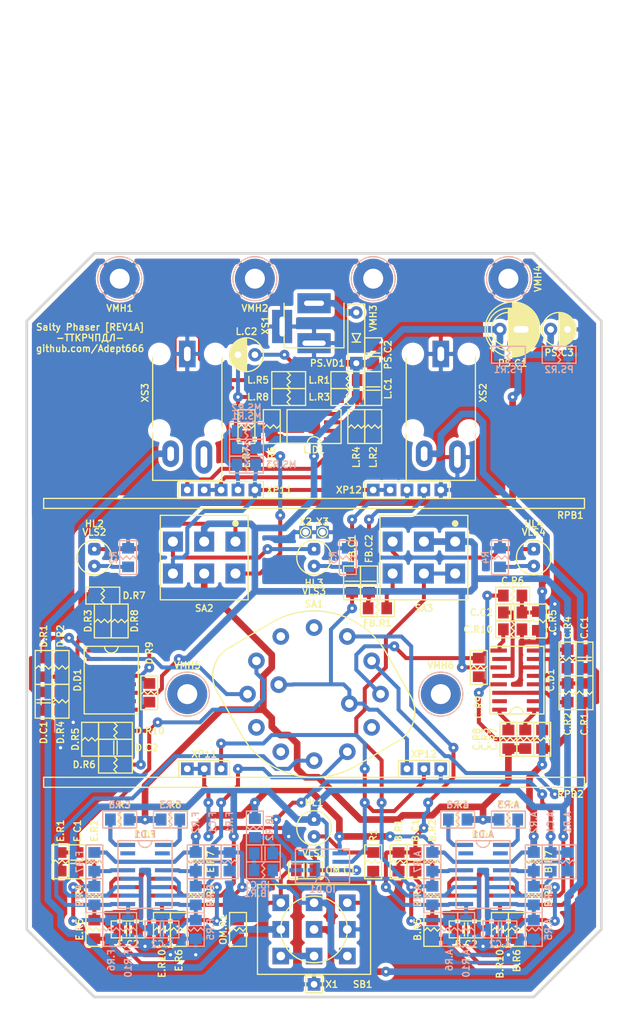
<source format=kicad_pcb>
(kicad_pcb (version 20171130) (host pcbnew 5.1.12-84ad8e8a86~92~ubuntu20.04.1)
  (title_block (title ТКП-1.23.A-1) (date 2023-08-05) (rev 1A) (company "Salty Phaser [REV1A]") (comment 1 http://github.com/Adept666) (comment 2 "Igor Ivanov (Игорь Иванов)") (comment 3 -ТТКРЧПДЛ-) (comment 4 "This project is licensed under GNU General Public License v3.0 or later"))
  (layers (0 F.Cu jumper) (31 B.Cu signal) (34 B.Paste user) (35 F.Paste user) (36 B.SilkS user) (37 F.SilkS user) (38 B.Mask user) (39 F.Mask user) (44 Edge.Cuts user))
  (net 0 "")
  (net 1 COM)
  (net 2 "Net-(HL1-PadC)")
  (net 3 /LED)
  (net 4 VREF)
  (net 5 V)
  (net 6 /DRY)
  (net 7 /OUT2)
  (net 8 /OUT4)
  (net 9 /OUT6)
  (net 10 /OUT8)
  (net 11 /OUT10)
  (net 12 /WET)
  (net 13 /LFO-AUTO)
  (net 14 /OUT-CIR)
  (net 15 /FB)
  (net 16 /OUT12)
  (net 17 /LED-SPEED)
  (net 18 /LED-RATE)
  (net 19 /LED-FB)
  (net 20 /LFO)
  (net 21 /FB-ON)
  (net 22 /IN-CIR)
  (net 23 /LFO-MANUAL)
  (net 24 /IN-CON)
  (net 25 "Net-(SB1-PadNC1)")
  (net 26 /OUT-CON)
  (net 27 "Net-(XS3-PadR/TN)")
  (net 28 "Net-(VMH5-Pad0)")
  (net 29 "Net-(VMH6-Pad0)")
  (net 30 "Net-(SA1-Pad1-4)")
  (net 31 "Net-(SA1-Pad2-5)")
  (net 32 "Net-(SA1-Pad2-6)")
  (net 33 "Net-(SA1-Pad2-2)")
  (net 34 "Net-(SA1-Pad2-1)")
  (net 35 "Net-(FB.C1-Pad2)")
  (net 36 "Net-(FB.C2-Pad2)")
  (net 37 "Net-(FB.C2-Pad1)")
  (net 38 "Net-(MS.R2-Pad2)")
  (net 39 "Net-(A.C1-Pad2)")
  (net 40 "Net-(A.C2-Pad2)")
  (net 41 "Net-(A.C2-Pad1)")
  (net 42 "Net-(A.D1-Pad1)")
  (net 43 "Net-(A.D1-Pad2)")
  (net 44 "Net-(A.D1-Pad4)")
  (net 45 "Net-(A.D1-Pad15)")
  (net 46 "Net-(A.D1-Pad16)")
  (net 47 "Net-(B.D1-Pad1)")
  (net 48 "Net-(B.D1-Pad2)")
  (net 49 "Net-(B.D1-Pad4)")
  (net 50 "Net-(B.D1-Pad13)")
  (net 51 "Net-(B.D1-Pad15)")
  (net 52 "Net-(B.D1-Pad16)")
  (net 53 "Net-(C.D1-Pad1)")
  (net 54 "Net-(C.D1-Pad2)")
  (net 55 "Net-(C.D1-Pad4)")
  (net 56 "Net-(C.D1-Pad13)")
  (net 57 "Net-(C.D1-Pad15)")
  (net 58 "Net-(C.D1-Pad16)")
  (net 59 "Net-(D.D1-Pad1)")
  (net 60 "Net-(D.D1-Pad2)")
  (net 61 "Net-(D.D1-Pad4)")
  (net 62 "Net-(D.D1-Pad13)")
  (net 63 "Net-(D.D1-Pad15)")
  (net 64 "Net-(D.D1-Pad16)")
  (net 65 "Net-(E.D1-Pad1)")
  (net 66 "Net-(E.D1-Pad2)")
  (net 67 "Net-(E.D1-Pad4)")
  (net 68 "Net-(E.D1-Pad13)")
  (net 69 "Net-(E.D1-Pad15)")
  (net 70 "Net-(E.D1-Pad16)")
  (net 71 "Net-(F.C1-Pad2)")
  (net 72 "Net-(F.C2-Pad2)")
  (net 73 "Net-(F.C2-Pad1)")
  (net 74 "Net-(F.D1-Pad1)")
  (net 75 "Net-(F.D1-Pad2)")
  (net 76 "Net-(F.D1-Pad4)")
  (net 77 "Net-(F.D1-Pad13)")
  (net 78 "Net-(F.D1-Pad15)")
  (net 79 "Net-(F.D1-Pad16)")
  (net 80 "Net-(IO.D1-Pad7)")
  (net 81 "Net-(IO.D1-Pad6)")
  (net 82 "Net-(B.C1-Pad2)")
  (net 83 "Net-(B.C2-Pad1)")
  (net 84 "Net-(B.C2-Pad2)")
  (net 85 "Net-(IB.C1-Pad1)")
  (net 86 "Net-(IB.C1-Pad2)")
  (net 87 "Net-(E.C1-Pad2)")
  (net 88 "Net-(E.C2-Pad2)")
  (net 89 "Net-(E.C2-Pad1)")
  (net 90 "Net-(C.C1-Pad2)")
  (net 91 "Net-(C.C2-Pad1)")
  (net 92 "Net-(C.C2-Pad2)")
  (net 93 "Net-(D.C1-Pad2)")
  (net 94 "Net-(D.C2-Pad2)")
  (net 95 "Net-(D.C2-Pad1)")
  (net 96 "Net-(PS.VD1-PadA)")
  (net 97 "Net-(L.C1-Pad2)")
  (net 98 "Net-(L.C2-Pad+)")
  (net 99 "Net-(L.D1-Pad5)")
  (net 100 "Net-(L.D1-Pad3)")
  (net 101 "Net-(L.D1-Pad1)")
  (net 102 "Net-(L.R2-Pad2)")
  (net 103 "Net-(HL2-PadC)")
  (net 104 "Net-(HL3-PadC)")
  (net 105 "Net-(HL4-PadC)")
  (module KCL-VIRTUAL:VTC (layer F.Cu) (at 100.41 186.61)
    (fp_text reference VTC4 hide)
    (fp_text value TOP hide)
    (pad 1 smd circle (at 0 0) (size 0.4 0.4) (layers F.Cu) (net 14 /OUT-CIR))
  )
  (module KCL-VIRTUAL:VTC (layer B.Cu) (at 102.235 183.515)
    (fp_text reference VTC3 hide)
    (fp_text value BOTTOM hide)
    (pad 1 smd circle (at 0 0) (size 0.4 0.4) (layers B.Cu) (net 6 /DRY))
  )
  (module KCL-VIRTUAL:VTC (layer B.Cu) (at 101.2825 185.1025 45)
    (fp_text reference VTC2 hide)
    (fp_text value BOTTOM hide)
    (pad 1 smd circle (at 0 0 45) (size 0.4 0.4) (layers B.Cu) (net 86 "Net-(IB.C1-Pad2)"))
  )
  (module KCL-VIRTUAL:VTC (layer B.Cu) (at 106.045 185.42)
    (fp_text reference VTC1 hide)
    (fp_text value BOTTOM hide)
    (pad 1 smd circle (at 0 0) (size 0.4 0.4) (layers B.Cu) (net 6 /DRY))
  )
  (module KCL-TH-ML:VMH-STA-DA5-PNL-3.0 (layer F.Cu) (at 76.2 96.52)
    (fp_text reference VMH1 (at 0 4.445) (layer F.SilkS) (effects (font (thickness 0.2))))
    (fp_text value DI5M3x18)
    (pad 0 thru_hole circle (at 0 0) (size 6 6) (drill 3) (layers *.Cu *.Mask) (net 1 COM))
  )
  (module KCL-TH-ML:VMH-STA-DA5-PNL-3.0 (layer F.Cu) (at 96.52 96.52)
    (fp_text reference VMH2 (at 0 4.445) (layer F.SilkS) (effects (font (thickness 0.2))))
    (fp_text value DI5M3x18)
    (pad 0 thru_hole circle (at 0 0) (size 6 6) (drill 3) (layers *.Cu *.Mask) (net 1 COM))
  )
  (module KCL-TH-ML:VMH-STA-DA5-PNL-3.0 (layer F.Cu) (at 114.3 96.52)
    (fp_text reference VMH3 (at 0 3.81 90) (layer F.SilkS) (effects (font (thickness 0.2)) (justify right)))
    (fp_text value DI5M3x18)
    (pad 0 thru_hole circle (at 0 0) (size 6 6) (drill 3) (layers *.Cu *.Mask) (net 1 COM))
  )
  (module KCL-TH-ML:VMH-STA-DA5-PNL-3.0 (layer F.Cu) (at 134.62 96.52)
    (fp_text reference VMH4 (at 4.445 0 90) (layer F.SilkS) (effects (font (thickness 0.2))))
    (fp_text value DI5M3x18)
    (pad 0 thru_hole circle (at 0 0) (size 6 6) (drill 3) (layers *.Cu *.Mask) (net 1 COM))
  )
  (module KCL-TH-ML:VMH-STA-DA5-PNL-3.0 (layer F.Cu) (at 124.46 158.95)
    (fp_text reference VMH6 (at 0 -4.3275) (layer F.SilkS) (effects (font (thickness 0.2))))
    (fp_text value DI5M3x18)
    (pad 0 thru_hole circle (at 0 0) (size 6 6) (drill 3) (layers *.Cu *.Mask) (net 29 "Net-(VMH6-Pad0)"))
  )
  (module KCL-TH-ML:VMH-STA-DA5-PNL-3.0 (layer F.Cu) (at 86.36 158.95)
    (fp_text reference VMH5 (at 0 -4.3275) (layer F.SilkS) (effects (font (thickness 0.2))))
    (fp_text value DI5M3x18)
    (pad 0 thru_hole circle (at 0 0) (size 6 6) (drill 3) (layers *.Cu *.Mask) (net 28 "Net-(VMH5-Pad0)"))
  )
  (module SBKCL-TH-ML:RPB-1590BB-18-3x17-1.5-PNL-7.4-2.8 (layer F.Cu) (at 105.41 117.04)
    (fp_text reference RPB1 (at 40.64 15.04) (layer F.SilkS) (effects (font (thickness 0.2)) (justify right)))
    (fp_text value B500K-A1K-B100K)
    (fp_text user XP12 (at 7.3025 11.23) (layer F.SilkS) (effects (font (thickness 0.2)) (justify right)))
    (fp_text user XP11 (at -7.3025 11.23) (layer F.SilkS) (effects (font (thickness 0.2)) (justify left)))
    (pad 22 thru_hole rect (at 8.89 11.23) (size 1.9 1.9) (drill 1) (layers *.Cu *.Mask) (net 23 /LFO-MANUAL))
    (pad 23 thru_hole rect (at 11.43 11.23) (size 1.9 1.9) (drill 1) (layers *.Cu *.Mask) (net 23 /LFO-MANUAL))
    (pad 33 thru_hole rect (at 13.97 11.23) (size 1.9 1.9) (drill 1) (layers *.Cu *.Mask) (net 35 "Net-(FB.C1-Pad2)"))
    (pad 32 thru_hole rect (at 16.51 11.23) (size 1.9 1.9) (drill 1) (layers *.Cu *.Mask) (net 37 "Net-(FB.C2-Pad1)"))
    (pad 31 thru_hole rect (at 19.05 11.23) (size 1.9 1.9) (drill 1) (layers *.Cu *.Mask) (net 1 COM))
    (pad 22 thru_hole rect (at -8.89 11.23) (size 1.9 1.9) (drill 1) (layers *.Cu *.Mask) (net 23 /LFO-MANUAL))
    (pad 12 thru_hole rect (at -16.51 11.23) (size 1.9 1.9) (drill 1) (layers *.Cu *.Mask) (net 102 "Net-(L.R2-Pad2)"))
    (pad 11 thru_hole rect (at -13.97 11.23) (size 1.9 1.9) (drill 1) (layers *.Cu *.Mask) (net 102 "Net-(L.R2-Pad2)"))
    (pad 13 thru_hole rect (at -19.05 11.23) (size 1.9 1.9) (drill 1) (layers *.Cu *.Mask) (net 101 "Net-(L.D1-Pad1)"))
    (pad 21 thru_hole rect (at -11.43 11.23) (size 1.9 1.9) (drill 1) (layers *.Cu *.Mask) (net 38 "Net-(MS.R2-Pad2)"))
  )
  (module SBKCL-TH-ML:RPB-1590BB-18-2x17-1.5-PNL-7.4-2.8 (layer F.Cu) (at 105.41 158.95)
    (fp_text reference RPB2 (at 40.64 15.04) (layer F.SilkS) (effects (font (thickness 0.2)) (justify right)))
    (fp_text value X)
    (fp_text user XP12 (at 16.51 9.0075) (layer F.SilkS) (effects (font (thickness 0.2))))
    (fp_text user XP11 (at -16.51 9.0075) (layer F.SilkS) (effects (font (thickness 0.2))))
    (pad 33 thru_hole rect (at 13.97 11.23) (size 1.9 1.9) (drill 1) (layers *.Cu *.Mask) (net 12 /WET))
    (pad 32 thru_hole rect (at 16.51 11.23) (size 1.9 1.9) (drill 1) (layers *.Cu *.Mask) (net 81 "Net-(IO.D1-Pad6)"))
    (pad 31 thru_hole rect (at 19.05 11.23) (size 1.9 1.9) (drill 1) (layers *.Cu *.Mask) (net 6 /DRY))
    (pad 12 thru_hole rect (at -16.51 11.23) (size 1.9 1.9) (drill 1) (layers *.Cu *.Mask) (net 80 "Net-(IO.D1-Pad7)"))
    (pad 11 thru_hole rect (at -13.97 11.23) (size 1.9 1.9) (drill 1) (layers *.Cu *.Mask) (net 81 "Net-(IO.D1-Pad6)"))
    (pad 13 thru_hole rect (at -19.05 11.23) (size 1.9 1.9) (drill 1) (layers *.Cu *.Mask) (net 80 "Net-(IO.D1-Pad7)"))
  )
  (module SBKCL-TH-SL:CP-RADIAL-D05.0-P02.0-CLS-OR-D06.3-P02.5-OR-D08.0-P03.5-CLS (layer F.Cu) (at 134.62 104.14)
    (fp_text reference PS.C1 (at 0.635 5.08) (layer F.SilkS) (effects (font (thickness 0.2))))
    (fp_text value 107)
    (pad - thru_hole rect (at 1.905 0) (size 3.27 2) (drill oval 2.27 1) (layers B.Cu B.Mask) (net 1 COM))
    (pad + thru_hole circle (at -1.27 0) (size 2 2) (drill 1) (layers B.Cu B.Mask) (net 5 V))
  )
  (module KCL-TH-SL:CP-RADIAL-D05.0-P02.0-CLS (layer F.Cu) (at 142.24 104.14)
    (fp_text reference PS.C3 (at 0 3.4925) (layer F.SilkS) (effects (font (thickness 0.2))))
    (fp_text value 106)
    (pad + thru_hole circle (at -1.27 0) (size 2 2) (drill 1) (layers B.Cu B.Mask) (net 4 VREF))
    (pad - thru_hole rect (at 1.27 0) (size 2 2) (drill 1) (layers B.Cu B.Mask) (net 1 COM))
  )
  (module KCL-TH-SL:CP-RADIAL-D05.0-P02.0-CLS (layer F.Cu) (at 95.25 107.95 180)
    (fp_text reference L.C2 (at 0 3.4925) (layer F.SilkS) (effects (font (thickness 0.2))))
    (fp_text value 475)
    (pad + thru_hole circle (at -1.27 0 180) (size 2 2) (drill 1) (layers B.Cu B.Mask) (net 98 "Net-(L.C2-Pad+)"))
    (pad - thru_hole rect (at 1.27 0 180) (size 2 2) (drill 1) (layers B.Cu B.Mask) (net 13 /LFO-AUTO))
  )
  (module KCL-TH-SL:CON-PAD-S-1.0-1.9 (layer F.Cu) (at 106.68 134.62)
    (fp_text reference X3 (at 0 -1.5875) (layer F.SilkS) (effects (font (thickness 0.2))))
    (fp_text value X)
    (pad 1 thru_hole rect (at 0 0) (size 1.9 1.9) (drill 1) (layers B.Cu B.Mask) (net 1 COM))
  )
  (module KCL-TH-SL:CON-PAD-S-1.0-1.9 (layer F.Cu) (at 104.14 134.62)
    (fp_text reference X2 (at 0 -1.5875) (layer F.SilkS) (effects (font (thickness 0.2))))
    (fp_text value COM)
    (pad 1 thru_hole rect (at 0 0) (size 1.9 1.9) (drill 1) (layers B.Cu B.Mask) (net 1 COM))
  )
  (module KCL-TH-ML:CON-PAD-S-1.0-1.9 (layer F.Cu) (at 105.41 202.565)
    (fp_text reference X1 (at 1.5875 0) (layer F.SilkS) (effects (font (thickness 0.2)) (justify left)))
    (fp_text value COM)
    (pad 1 thru_hole rect (at 0 0) (size 1.9 1.9) (drill 1) (layers *.Cu *.Mask) (net 1 COM))
  )
  (module KCL-TH-ML:CON-DC-005 (layer F.Cu) (at 105.41 92.71 180)
    (fp_text reference XS1 (at 7.3025 -10.795 270) (layer F.SilkS) (effects (font (thickness 0.2))))
    (fp_text value DC-005)
    (pad C thru_hole rect (at 0 -13.5 180) (size 5 3) (drill oval 3.5 0.8) (layers *.Cu *.Mask) (net 1 COM))
    (pad SN thru_hole rect (at 4.8 -11 180) (size 3 5) (drill oval 0.8 3) (layers *.Cu *.Mask) (net 1 COM))
    (pad S thru_hole rect (at 0 -7.5 180) (size 5 3) (drill oval 3 0.8) (layers *.Cu *.Mask) (net 96 "Net-(PS.VD1-PadA)"))
  )
  (module KCL-TH-ML:LED-ROUND-05.0-UNI-SH-SPACER-PNL-5.3 (layer F.Cu) (at 138.43 138.43 90)
    (fp_text reference HL4 (at 5.08 0 180) (layer F.SilkS) (effects (font (thickness 0.2))))
    (fp_text value X)
    (pad C thru_hole circle (at -1.27 0 90) (size 1.9 1.9) (drill 0.7) (layers *.Cu *.Mask) (net 105 "Net-(HL4-PadC)"))
    (pad A thru_hole roundrect (at 1.27 0 90) (size 1.9 1.9) (drill 0.7) (layers *.Cu *.Mask) (roundrect_rratio 0.3) (net 19 /LED-FB))
  )
  (module KCL-TH-ML:LED-ROUND-05.0-UNI-SH-SPACER-PNL-5.3 (layer F.Cu) (at 105.41 138.43 90)
    (fp_text reference HL3 (at -3.81 0 180) (layer F.SilkS) (effects (font (thickness 0.2))))
    (fp_text value X)
    (pad A thru_hole roundrect (at 1.27 0 90) (size 1.9 1.9) (drill 0.7) (layers *.Cu *.Mask) (roundrect_rratio 0.3) (net 18 /LED-RATE))
    (pad C thru_hole circle (at -1.27 0 90) (size 1.9 1.9) (drill 0.7) (layers *.Cu *.Mask) (net 104 "Net-(HL3-PadC)"))
  )
  (module KCL-TH-ML:LED-ROUND-05.0-UNI-SH-SPACER-PNL-5.3 (layer F.Cu) (at 72.39 138.43 90)
    (fp_text reference HL2 (at 5.08 0 180) (layer F.SilkS) (effects (font (thickness 0.2))))
    (fp_text value X)
    (pad C thru_hole circle (at -1.27 0 90) (size 1.9 1.9) (drill 0.7) (layers *.Cu *.Mask) (net 103 "Net-(HL2-PadC)"))
    (pad A thru_hole roundrect (at 1.27 0 90) (size 1.9 1.9) (drill 0.7) (layers *.Cu *.Mask) (roundrect_rratio 0.3) (net 17 /LED-SPEED))
  )
  (module KCL-TH-ML:LED-ROUND-05.0-UNI-SH-SPACER-PNL-5.3 (layer F.Cu) (at 105.41 179.07 90)
    (fp_text reference HL1 (at 3.81 0 180) (layer F.SilkS) (effects (font (thickness 0.2))))
    (fp_text value FYL-5013UWC)
    (pad A thru_hole roundrect (at 1.27 0 90) (size 1.9 1.9) (drill 0.7) (layers *.Cu *.Mask) (roundrect_rratio 0.3) (net 5 V))
    (pad C thru_hole circle (at -1.27 0 90) (size 1.9 1.9) (drill 0.7) (layers *.Cu *.Mask) (net 2 "Net-(HL1-PadC)"))
  )
  (module SBKCL-TH-ML:CON-ST-008X-04-OR-ST-008X-05 (layer F.Cu) (at 86.36 100.33 180)
    (fp_text reference XS3 (at 6.35 -13.335 270) (layer F.SilkS) (effects (font (thickness 0.2))))
    (fp_text value PJ-309)
    (pad "" np_thru_hole circle (at 4.2 -7.5 180) (size 2.2 2.2) (drill 2.2) (layers *.Cu *.Mask))
    (pad "" np_thru_hole circle (at -4.2 -7.5 180) (size 2.2 2.2) (drill 2.2) (layers *.Cu *.Mask))
    (pad "" np_thru_hole circle (at 4.2 -19 180) (size 2.2 2.2) (drill 2.2) (layers *.Cu *.Mask))
    (pad R/TN thru_hole oval (at -2.5 -23 180) (size 2.5 5) (drill oval 1 3.2) (layers *.Cu *.Mask) (net 27 "Net-(XS3-PadR/TN)"))
    (pad T thru_hole oval (at 2.5 -22.5 180) (size 2.5 4) (drill oval 1 2.2) (layers *.Cu *.Mask) (net 26 /OUT-CON))
    (pad S thru_hole rect (at 0 -7.5 180) (size 2.5 4) (drill oval 1 2.2) (layers *.Cu *.Mask) (net 1 COM))
    (pad "" np_thru_hole circle (at -4.2 -19 180) (size 2.2 2.2) (drill 2.2) (layers *.Cu *.Mask))
  )
  (module SBKCL-TH-ML:CON-ST-008X-04-OR-ST-008X-05 (layer F.Cu) (at 124.46 100.33 180)
    (fp_text reference XS2 (at -6.35 -13.335 270) (layer F.SilkS) (effects (font (thickness 0.2))))
    (fp_text value PJ-309)
    (pad "" np_thru_hole circle (at 4.2 -7.5 180) (size 2.2 2.2) (drill 2.2) (layers *.Cu *.Mask))
    (pad "" np_thru_hole circle (at -4.2 -7.5 180) (size 2.2 2.2) (drill 2.2) (layers *.Cu *.Mask))
    (pad "" np_thru_hole circle (at 4.2 -19 180) (size 2.2 2.2) (drill 2.2) (layers *.Cu *.Mask))
    (pad R/TN thru_hole oval (at -2.5 -23 180) (size 2.5 5) (drill oval 1 3.2) (layers *.Cu *.Mask) (net 1 COM))
    (pad T thru_hole oval (at 2.5 -22.5 180) (size 2.5 4) (drill oval 1 2.2) (layers *.Cu *.Mask) (net 24 /IN-CON))
    (pad S thru_hole rect (at 0 -7.5 180) (size 2.5 4) (drill oval 1 2.2) (layers *.Cu *.Mask) (net 1 COM))
    (pad "" np_thru_hole circle (at -4.2 -19 180) (size 2.2 2.2) (drill 2.2) (layers *.Cu *.Mask))
  )
  (module KCL-TH-ML:P-DO-41 (layer F.Cu) (at 111.76 105.41 270)
    (fp_text reference PS.VD1 (at 3.81 1.5875 180) (layer F.SilkS) (effects (font (thickness 0.2)) (justify right)))
    (fp_text value 5817)
    (pad A thru_hole circle (at -3.81 0 270) (size 1.9 1.9) (drill 0.9) (layers *.Cu *.Mask) (net 96 "Net-(PS.VD1-PadA)"))
    (pad C thru_hole rect (at 3.81 0 270) (size 1.9 1.9) (drill 0.9) (layers *.Cu *.Mask) (net 5 V))
  )
  (module SBKCL-TH-ML:SW-PBS-24-302SP-2.5-PNL-13.0 (layer F.Cu) (at 105.41 194.31)
    (fp_text reference SB1 (at 8.89 8.255) (layer F.SilkS) (effects (font (thickness 0.2)) (justify right)))
    (fp_text value PBS-24-302SP)
    (pad COM3 thru_hole rect (at 5 0) (size 2.5 2.5) (drill 1.3) (layers *.Cu *.Mask) (net 1 COM))
    (pad NC3 thru_hole rect (at 5 4) (size 2.5 2.5) (drill 1.3) (layers *.Cu *.Mask) (net 22 /IN-CIR))
    (pad NO3 thru_hole rect (at 5 -4) (size 2.5 2.5) (drill 1.3) (layers *.Cu *.Mask) (net 3 /LED))
    (pad COM2 thru_hole rect (at 0 0) (size 2.5 2.5) (drill 1.3) (layers *.Cu *.Mask) (net 24 /IN-CON))
    (pad NC2 thru_hole rect (at 0 4) (size 2.5 2.5) (drill 1.3) (layers *.Cu *.Mask) (net 25 "Net-(SB1-PadNC1)"))
    (pad NO2 thru_hole rect (at 0 -4) (size 2.5 2.5) (drill 1.3) (layers *.Cu *.Mask) (net 22 /IN-CIR))
    (pad NO1 thru_hole rect (at -5 -4) (size 2.5 2.5) (drill 1.3) (layers *.Cu *.Mask) (net 14 /OUT-CIR))
    (pad COM1 thru_hole rect (at -5 0) (size 2.5 2.5) (drill 1.3) (layers *.Cu *.Mask) (net 26 /OUT-CON))
    (pad NC1 thru_hole rect (at -5 4) (size 2.5 2.5) (drill 1.3) (layers *.Cu *.Mask) (net 25 "Net-(SB1-PadNC1)"))
  )
  (module KCL-TH-ML:SW-MTS-202-A2-3.0-PNL-6.0 (layer F.Cu) (at 121.92 138.43 270)
    (fp_text reference SA3 (at 7.62 0) (layer F.SilkS) (effects (font (thickness 0.2))))
    (fp_text value X)
    (pad COM2 thru_hole rect (at 2.4 0 270) (size 3 3) (drill 1.5) (layers *.Cu *.Mask) (net 15 /FB))
    (pad NC2 thru_hole rect (at 2.4 -4.7 270) (size 3 3) (drill 1.5) (layers *.Cu *.Mask) (net 15 /FB))
    (pad NO2 thru_hole rect (at 2.4 4.7 270) (size 3 3) (drill 1.5) (layers *.Cu *.Mask) (net 21 /FB-ON))
    (pad NC1 thru_hole rect (at -2.4 -4.7 270) (size 3 3) (drill 1.5) (layers *.Cu *.Mask) (net 5 V))
    (pad COM1 thru_hole rect (at -2.4 0 270) (size 3 3) (drill 1.5) (layers *.Cu *.Mask) (net 5 V))
    (pad NO1 thru_hole rect (at -2.4 4.7 270) (size 3 3) (drill 1.5) (layers *.Cu *.Mask) (net 19 /LED-FB))
  )
  (module KCL-TH-ML:SW-MTS-202-A2-3.0-PNL-6.0 (layer F.Cu) (at 88.9 138.43 270)
    (fp_text reference SA2 (at 7.62 0) (layer F.SilkS) (effects (font (thickness 0.2))))
    (fp_text value MTS-202-A2)
    (pad COM2 thru_hole rect (at 2.4 0 270) (size 3 3) (drill 1.5) (layers *.Cu *.Mask) (net 20 /LFO))
    (pad NC2 thru_hole rect (at 2.4 -4.7 270) (size 3 3) (drill 1.5) (layers *.Cu *.Mask) (net 13 /LFO-AUTO))
    (pad NO2 thru_hole rect (at 2.4 4.7 270) (size 3 3) (drill 1.5) (layers *.Cu *.Mask) (net 23 /LFO-MANUAL))
    (pad NC1 thru_hole rect (at -2.4 -4.7 270) (size 3 3) (drill 1.5) (layers *.Cu *.Mask) (net 17 /LED-SPEED))
    (pad COM1 thru_hole rect (at -2.4 0 270) (size 3 3) (drill 1.5) (layers *.Cu *.Mask) (net 5 V))
    (pad NO1 thru_hole rect (at -2.4 4.7 270) (size 3 3) (drill 1.5) (layers *.Cu *.Mask) (net 18 /LED-RATE))
  )
  (module KCL-TH-SL:SW-RBS-1-2P6W-VP-PNL-9.5 (layer F.Cu) (at 105.41 158.95 165)
    (fp_text reference SA1 (at 3.503116 13.073806 180) (layer F.SilkS) (effects (font (thickness 0.2))))
    (fp_text value X)
    (pad 1-6 thru_hole circle (at -2.58819 -9.659258 165) (size 2.5 2.5) (drill 1.3) (layers B.Cu B.Mask) (net 16 /OUT12))
    (pad 1-5 thru_hole circle (at -7.071068 -7.071068 165) (size 2.5 2.5) (drill 1.3) (layers B.Cu B.Mask) (net 11 /OUT10))
    (pad 1-4 thru_hole circle (at -9.659258 -2.58819 165) (size 2.5 2.5) (drill 1.3) (layers B.Cu B.Mask) (net 30 "Net-(SA1-Pad1-4)"))
    (pad 1-3 thru_hole circle (at -9.659258 2.58819 165) (size 2.5 2.5) (drill 1.3) (layers B.Cu B.Mask) (net 9 /OUT6))
    (pad 1-2 thru_hole circle (at -7.071068 7.071068 165) (size 2.5 2.5) (drill 1.3) (layers B.Cu B.Mask) (net 8 /OUT4))
    (pad 1-1 thru_hole circle (at -2.58819 9.659258 165) (size 2.5 2.5) (drill 1.3) (layers B.Cu B.Mask) (net 7 /OUT2))
    (pad 2-6 thru_hole circle (at 2.58819 9.659258 165) (size 2.5 2.5) (drill 1.3) (layers B.Cu B.Mask) (net 32 "Net-(SA1-Pad2-6)"))
    (pad 2-5 thru_hole circle (at 7.071068 7.071068 165) (size 2.5 2.5) (drill 1.3) (layers B.Cu B.Mask) (net 31 "Net-(SA1-Pad2-5)"))
    (pad 2-4 thru_hole circle (at 9.659258 2.58819 165) (size 2.5 2.5) (drill 1.3) (layers B.Cu B.Mask) (net 10 /OUT8))
    (pad 2-3 thru_hole circle (at 9.659258 -2.58819 165) (size 2.5 2.5) (drill 1.3) (layers B.Cu B.Mask) (net 9 /OUT6))
    (pad COM2 thru_hole circle (at 5.5 0 165) (size 2.5 2.5) (drill 1.3) (layers B.Cu B.Mask) (net 12 /WET))
    (pad 2-2 thru_hole circle (at 7.071068 -7.071068 165) (size 2.5 2.5) (drill 1.3) (layers B.Cu B.Mask) (net 33 "Net-(SA1-Pad2-2)"))
    (pad COM1 thru_hole circle (at -5.5 0 165) (size 2.5 2.5) (drill 1.3) (layers B.Cu B.Mask) (net 12 /WET))
    (pad 2-1 thru_hole circle (at 2.58819 -9.659258 165) (size 2.5 2.5) (drill 1.3) (layers B.Cu B.Mask) (net 34 "Net-(SA1-Pad2-1)"))
  )
  (module KCL-SM:C-SM-1206 (layer F.Cu) (at 114.3 107.95 90)
    (fp_text reference PS.C2 (at 0 2.2225 90) (layer F.SilkS) (effects (font (thickness 0.2))))
    (fp_text value 104)
    (pad 1 smd rect (at -1.4 0 90) (size 1.6 1.8) (layers F.Cu F.Mask) (net 5 V))
    (pad 2 smd rect (at 1.4 0 90) (size 1.6 1.8) (layers F.Cu F.Mask) (net 1 COM))
  )
  (module KCL-SM:R-SM-1206 (layer B.Cu) (at 133.35 138.43 270)
    (fp_text reference R4 (at 0 2.2225 270) (layer B.SilkS) (effects (font (thickness 0.2)) (justify mirror)))
    (fp_text value X)
    (pad 2 smd rect (at 1.4 0 270) (size 1.6 1.8) (layers B.Cu B.Mask) (net 105 "Net-(HL4-PadC)"))
    (pad 1 smd rect (at -1.4 0 270) (size 1.6 1.8) (layers B.Cu B.Mask) (net 1 COM))
  )
  (module KCL-SM:R-SM-1206 (layer B.Cu) (at 110.49 138.43 270)
    (fp_text reference R3 (at 0 2.2225 90) (layer B.SilkS) (effects (font (thickness 0.2)) (justify mirror)))
    (fp_text value X)
    (pad 2 smd rect (at 1.4 0 270) (size 1.6 1.8) (layers B.Cu B.Mask) (net 104 "Net-(HL3-PadC)"))
    (pad 1 smd rect (at -1.4 0 270) (size 1.6 1.8) (layers B.Cu B.Mask) (net 1 COM))
  )
  (module KCL-SM:R-SM-1206 (layer B.Cu) (at 77.47 138.43 270)
    (fp_text reference R2 (at 0 2.2225 270) (layer B.SilkS) (effects (font (thickness 0.2)) (justify mirror)))
    (fp_text value X)
    (pad 2 smd rect (at 1.4 0 270) (size 1.6 1.8) (layers B.Cu B.Mask) (net 103 "Net-(HL2-PadC)"))
    (pad 1 smd rect (at -1.4 0 270) (size 1.6 1.8) (layers B.Cu B.Mask) (net 1 COM))
  )
  (module KCL-SM:R-SM-1206 (layer F.Cu) (at 130.175 154.94 90)
    (fp_text reference C.R9 (at -4.1275 0 270) (layer F.SilkS) (effects (font (thickness 0.2)) (justify right)))
    (fp_text value 273)
    (pad 1 smd rect (at -1.4 0 90) (size 1.6 1.8) (layers F.Cu F.Mask) (net 56 "Net-(C.D1-Pad13)"))
    (pad 2 smd rect (at 1.4 0 90) (size 1.6 1.8) (layers F.Cu F.Mask) (net 9 /OUT6))
  )
  (module KCL-SM:R-SM-1206 (layer F.Cu) (at 143.51 158.75 270)
    (fp_text reference C.R2 (at 2.8575 0 270) (layer F.SilkS) (effects (font (thickness 0.2)) (justify right)))
    (fp_text value 182)
    (pad 1 smd rect (at -1.4 0 270) (size 1.6 1.8) (layers F.Cu F.Mask) (net 55 "Net-(C.D1-Pad4)"))
    (pad 2 smd rect (at 1.4 0 270) (size 1.6 1.8) (layers F.Cu F.Mask) (net 4 VREF))
  )
  (module KCL-SM:R-SM-1206 (layer F.Cu) (at 137.16 165.735 90)
    (fp_text reference C.R3 (at 0 -6.0325 90) (layer F.SilkS) (effects (font (thickness 0.2))))
    (fp_text value 103)
    (pad 1 smd rect (at -1.4 0 90) (size 1.6 1.8) (layers F.Cu F.Mask) (net 20 /LFO))
    (pad 2 smd rect (at 1.4 0 90) (size 1.6 1.8) (layers F.Cu F.Mask) (net 53 "Net-(C.D1-Pad1)"))
  )
  (module KCL-SM:R-SM-1206 (layer F.Cu) (at 139.065 147.955 270)
    (fp_text reference C.R5 (at 0 -2.2225 270) (layer F.SilkS) (effects (font (thickness 0.2))))
    (fp_text value 103)
    (pad 1 smd rect (at -1.4 0 270) (size 1.6 1.8) (layers F.Cu F.Mask) (net 91 "Net-(C.C2-Pad1)"))
    (pad 2 smd rect (at 1.4 0 270) (size 1.6 1.8) (layers F.Cu F.Mask) (net 1 COM))
  )
  (module KCL-SM:C-SM-1206 (layer F.Cu) (at 135.255 146.685 180)
    (fp_text reference C.C2 (at 2.8575 0) (layer F.SilkS) (effects (font (thickness 0.2)) (justify right)))
    (fp_text value 332)
    (pad 1 smd rect (at -1.4 0 180) (size 1.6 1.8) (layers F.Cu F.Mask) (net 91 "Net-(C.C2-Pad1)"))
    (pad 2 smd rect (at 1.4 0 180) (size 1.6 1.8) (layers F.Cu F.Mask) (net 92 "Net-(C.C2-Pad2)"))
  )
  (module KCL-SM:R-SM-1206 (layer F.Cu) (at 135.255 149.225)
    (fp_text reference C.R10 (at -2.8575 0 180) (layer F.SilkS) (effects (font (thickness 0.2)) (justify right)))
    (fp_text value 103)
    (pad 2 smd rect (at 1.4 0) (size 1.6 1.8) (layers F.Cu F.Mask) (net 1 COM))
    (pad 1 smd rect (at -1.4 0) (size 1.6 1.8) (layers F.Cu F.Mask) (net 9 /OUT6))
  )
  (module KCL-SM:R-SM-1206 (layer F.Cu) (at 146.05 158.75 90)
    (fp_text reference C.R1 (at -2.8575 0 270) (layer F.SilkS) (effects (font (thickness 0.2)) (justify right)))
    (fp_text value 273)
    (pad 1 smd rect (at -1.4 0 90) (size 1.6 1.8) (layers F.Cu F.Mask) (net 8 /OUT4))
    (pad 2 smd rect (at 1.4 0 90) (size 1.6 1.8) (layers F.Cu F.Mask) (net 55 "Net-(C.D1-Pad4)"))
  )
  (module KCL-SM:P-SO-16 (layer F.Cu) (at 135.89 156.845 180)
    (fp_text reference C.D1 (at -5.08 0 270) (layer F.SilkS) (effects (font (thickness 0.2))))
    (fp_text value 13700)
    (pad 9 smd rect (at 2.6 4.445 180) (size 2.2 0.6) (layers F.Cu F.Mask) (net 9 /OUT6))
    (pad 10 smd rect (at 2.6 3.175 180) (size 2.2 0.6) (layers F.Cu F.Mask) (net 92 "Net-(C.C2-Pad2)"))
    (pad 11 smd rect (at 2.6 1.905 180) (size 2.2 0.6) (layers F.Cu F.Mask) (net 5 V))
    (pad 12 smd rect (at 2.6 0.635 180) (size 2.2 0.6) (layers F.Cu F.Mask) (net 92 "Net-(C.C2-Pad2)"))
    (pad 8 smd rect (at -2.6 4.445 180) (size 2.2 0.6) (layers F.Cu F.Mask) (net 91 "Net-(C.C2-Pad1)"))
    (pad 7 smd rect (at -2.6 3.175 180) (size 2.2 0.6) (layers F.Cu F.Mask) (net 90 "Net-(C.C1-Pad2)"))
    (pad 6 smd rect (at -2.6 1.905 180) (size 2.2 0.6) (layers F.Cu F.Mask) (net 1 COM))
    (pad 5 smd rect (at -2.6 0.635 180) (size 2.2 0.6) (layers F.Cu F.Mask) (net 90 "Net-(C.C1-Pad2)"))
    (pad 16 smd rect (at 2.6 -4.445 180) (size 2.2 0.6) (layers F.Cu F.Mask) (net 58 "Net-(C.D1-Pad16)"))
    (pad 15 smd rect (at 2.6 -3.175 180) (size 2.2 0.6) (layers F.Cu F.Mask) (net 57 "Net-(C.D1-Pad15)"))
    (pad 14 smd rect (at 2.6 -1.905 180) (size 2.2 0.6) (layers F.Cu F.Mask) (net 4 VREF))
    (pad 13 smd rect (at 2.6 -0.635 180) (size 2.2 0.6) (layers F.Cu F.Mask) (net 56 "Net-(C.D1-Pad13)"))
    (pad 4 smd rect (at -2.6 -0.635 180) (size 2.2 0.6) (layers F.Cu F.Mask) (net 55 "Net-(C.D1-Pad4)"))
    (pad 3 smd rect (at -2.6 -1.905 180) (size 2.2 0.6) (layers F.Cu F.Mask) (net 4 VREF))
    (pad 2 smd rect (at -2.6 -3.175 180) (size 2.2 0.6) (layers F.Cu F.Mask) (net 54 "Net-(C.D1-Pad2)"))
    (pad 1 smd rect (at -2.6 -4.445 180) (size 2.2 0.6) (layers F.Cu F.Mask) (net 53 "Net-(C.D1-Pad1)"))
  )
  (module KCL-SM:R-SM-1206 (layer F.Cu) (at 139.7 165.735 270)
    (fp_text reference C.R7 (at 0 7.3025 270) (layer F.SilkS) (effects (font (thickness 0.2))))
    (fp_text value 182)
    (pad 1 smd rect (at -1.4 0 270) (size 1.6 1.8) (layers F.Cu F.Mask) (net 56 "Net-(C.D1-Pad13)"))
    (pad 2 smd rect (at 1.4 0 270) (size 1.6 1.8) (layers F.Cu F.Mask) (net 4 VREF))
  )
  (module KCL-SM:R-SM-1206 (layer F.Cu) (at 143.51 153.67 90)
    (fp_text reference C.R4 (at 2.8575 0 270) (layer F.SilkS) (effects (font (thickness 0.2)) (justify left)))
    (fp_text value 273)
    (pad 1 smd rect (at -1.4 0 90) (size 1.6 1.8) (layers F.Cu F.Mask) (net 55 "Net-(C.D1-Pad4)"))
    (pad 2 smd rect (at 1.4 0 90) (size 1.6 1.8) (layers F.Cu F.Mask) (net 91 "Net-(C.C2-Pad1)"))
  )
  (module KCL-SM:R-SM-1206 (layer F.Cu) (at 134.62 165.735 90)
    (fp_text reference C.R8 (at 0 -4.7625 90) (layer F.SilkS) (effects (font (thickness 0.2))))
    (fp_text value 103)
    (pad 2 smd rect (at 1.4 0 90) (size 1.6 1.8) (layers F.Cu F.Mask) (net 58 "Net-(C.D1-Pad16)"))
    (pad 1 smd rect (at -1.4 0 90) (size 1.6 1.8) (layers F.Cu F.Mask) (net 20 /LFO))
  )
  (module KCL-SM:C-SM-1206 (layer F.Cu) (at 146.05 153.67 90)
    (fp_text reference C.C1 (at 2.8575 0 270) (layer F.SilkS) (effects (font (thickness 0.2)) (justify left)))
    (fp_text value 332)
    (pad 1 smd rect (at -1.4 0 90) (size 1.6 1.8) (layers F.Cu F.Mask) (net 8 /OUT4))
    (pad 2 smd rect (at 1.4 0 90) (size 1.6 1.8) (layers F.Cu F.Mask) (net 90 "Net-(C.C1-Pad2)"))
  )
  (module KCL-SM:R-SM-1206 (layer F.Cu) (at 135.255 144.145 180)
    (fp_text reference C.R6 (at 0 2.2225 180) (layer F.SilkS) (effects (font (thickness 0.2))))
    (fp_text value 273)
    (pad 1 smd rect (at -1.4 0 180) (size 1.6 1.8) (layers F.Cu F.Mask) (net 91 "Net-(C.C2-Pad1)"))
    (pad 2 smd rect (at 1.4 0 180) (size 1.6 1.8) (layers F.Cu F.Mask) (net 56 "Net-(C.D1-Pad13)"))
  )
  (module KCL-SM:R-SM-1206 (layer F.Cu) (at 80.645 158.75 270)
    (fp_text reference D.R9 (at -4.1275 0 270) (layer F.SilkS) (effects (font (thickness 0.2)) (justify left)))
    (fp_text value 273)
    (pad 1 smd rect (at -1.4 0 270) (size 1.6 1.8) (layers F.Cu F.Mask) (net 62 "Net-(D.D1-Pad13)"))
    (pad 2 smd rect (at 1.4 0 270) (size 1.6 1.8) (layers F.Cu F.Mask) (net 10 /OUT8))
  )
  (module KCL-SM:R-SM-1206 (layer F.Cu) (at 67.31 154.94 90)
    (fp_text reference D.R2 (at 2.8575 0 270) (layer F.SilkS) (effects (font (thickness 0.2)) (justify left)))
    (fp_text value 182)
    (pad 1 smd rect (at -1.4 0 90) (size 1.6 1.8) (layers F.Cu F.Mask) (net 61 "Net-(D.D1-Pad4)"))
    (pad 2 smd rect (at 1.4 0 90) (size 1.6 1.8) (layers F.Cu F.Mask) (net 4 VREF))
  )
  (module KCL-SM:R-SM-1206 (layer F.Cu) (at 73.66 147.955 270)
    (fp_text reference D.R3 (at 0 2.2225 90) (layer F.SilkS) (effects (font (thickness 0.2))))
    (fp_text value 103)
    (pad 1 smd rect (at -1.4 0 270) (size 1.6 1.8) (layers F.Cu F.Mask) (net 20 /LFO))
    (pad 2 smd rect (at 1.4 0 270) (size 1.6 1.8) (layers F.Cu F.Mask) (net 59 "Net-(D.D1-Pad1)"))
  )
  (module KCL-SM:R-SM-1206 (layer F.Cu) (at 71.755 165.735 90)
    (fp_text reference D.R5 (at 0 -2.2225 270) (layer F.SilkS) (effects (font (thickness 0.2))))
    (fp_text value 103)
    (pad 2 smd rect (at 1.4 0 90) (size 1.6 1.8) (layers F.Cu F.Mask) (net 1 COM))
    (pad 1 smd rect (at -1.4 0 90) (size 1.6 1.8) (layers F.Cu F.Mask) (net 95 "Net-(D.C2-Pad1)"))
  )
  (module KCL-SM:C-SM-1206 (layer F.Cu) (at 75.565 167.005)
    (fp_text reference D.C2 (at 2.8575 0) (layer F.SilkS) (effects (font (thickness 0.2)) (justify left)))
    (fp_text value 332)
    (pad 2 smd rect (at 1.4 0) (size 1.6 1.8) (layers F.Cu F.Mask) (net 94 "Net-(D.C2-Pad2)"))
    (pad 1 smd rect (at -1.4 0) (size 1.6 1.8) (layers F.Cu F.Mask) (net 95 "Net-(D.C2-Pad1)"))
  )
  (module KCL-SM:R-SM-1206 (layer F.Cu) (at 75.565 164.465 180)
    (fp_text reference D.R10 (at -2.8575 0 180) (layer F.SilkS) (effects (font (thickness 0.2)) (justify left)))
    (fp_text value 103)
    (pad 2 smd rect (at 1.4 0 180) (size 1.6 1.8) (layers F.Cu F.Mask) (net 1 COM))
    (pad 1 smd rect (at -1.4 0 180) (size 1.6 1.8) (layers F.Cu F.Mask) (net 10 /OUT8))
  )
  (module KCL-SM:R-SM-1206 (layer F.Cu) (at 64.77 154.94 270)
    (fp_text reference D.R1 (at -2.8575 0 270) (layer F.SilkS) (effects (font (thickness 0.2)) (justify left)))
    (fp_text value 273)
    (pad 1 smd rect (at -1.4 0 270) (size 1.6 1.8) (layers F.Cu F.Mask) (net 9 /OUT6))
    (pad 2 smd rect (at 1.4 0 270) (size 1.6 1.8) (layers F.Cu F.Mask) (net 61 "Net-(D.D1-Pad4)"))
  )
  (module KCL-SM:P-SO-16 (layer F.Cu) (at 74.93 156.845)
    (fp_text reference D.D1 (at -5.08 0 90) (layer F.SilkS) (effects (font (thickness 0.2))))
    (fp_text value 13700)
    (pad 1 smd rect (at -2.6 -4.445) (size 2.2 0.6) (layers F.Cu F.Mask) (net 59 "Net-(D.D1-Pad1)"))
    (pad 2 smd rect (at -2.6 -3.175) (size 2.2 0.6) (layers F.Cu F.Mask) (net 60 "Net-(D.D1-Pad2)"))
    (pad 3 smd rect (at -2.6 -1.905) (size 2.2 0.6) (layers F.Cu F.Mask) (net 4 VREF))
    (pad 4 smd rect (at -2.6 -0.635) (size 2.2 0.6) (layers F.Cu F.Mask) (net 61 "Net-(D.D1-Pad4)"))
    (pad 13 smd rect (at 2.6 -0.635) (size 2.2 0.6) (layers F.Cu F.Mask) (net 62 "Net-(D.D1-Pad13)"))
    (pad 14 smd rect (at 2.6 -1.905) (size 2.2 0.6) (layers F.Cu F.Mask) (net 4 VREF))
    (pad 15 smd rect (at 2.6 -3.175) (size 2.2 0.6) (layers F.Cu F.Mask) (net 63 "Net-(D.D1-Pad15)"))
    (pad 16 smd rect (at 2.6 -4.445) (size 2.2 0.6) (layers F.Cu F.Mask) (net 64 "Net-(D.D1-Pad16)"))
    (pad 5 smd rect (at -2.6 0.635) (size 2.2 0.6) (layers F.Cu F.Mask) (net 93 "Net-(D.C1-Pad2)"))
    (pad 6 smd rect (at -2.6 1.905) (size 2.2 0.6) (layers F.Cu F.Mask) (net 1 COM))
    (pad 7 smd rect (at -2.6 3.175) (size 2.2 0.6) (layers F.Cu F.Mask) (net 93 "Net-(D.C1-Pad2)"))
    (pad 8 smd rect (at -2.6 4.445) (size 2.2 0.6) (layers F.Cu F.Mask) (net 95 "Net-(D.C2-Pad1)"))
    (pad 12 smd rect (at 2.6 0.635) (size 2.2 0.6) (layers F.Cu F.Mask) (net 94 "Net-(D.C2-Pad2)"))
    (pad 11 smd rect (at 2.6 1.905) (size 2.2 0.6) (layers F.Cu F.Mask) (net 5 V))
    (pad 10 smd rect (at 2.6 3.175) (size 2.2 0.6) (layers F.Cu F.Mask) (net 94 "Net-(D.C2-Pad2)"))
    (pad 9 smd rect (at 2.6 4.445) (size 2.2 0.6) (layers F.Cu F.Mask) (net 10 /OUT8))
  )
  (module KCL-SM:R-SM-1206 (layer F.Cu) (at 73.66 144.145 180)
    (fp_text reference D.R7 (at -2.8575 0 180) (layer F.SilkS) (effects (font (thickness 0.2)) (justify left)))
    (fp_text value 182)
    (pad 1 smd rect (at -1.4 0 180) (size 1.6 1.8) (layers F.Cu F.Mask) (net 62 "Net-(D.D1-Pad13)"))
    (pad 2 smd rect (at 1.4 0 180) (size 1.6 1.8) (layers F.Cu F.Mask) (net 4 VREF))
  )
  (module KCL-SM:R-SM-1206 (layer F.Cu) (at 67.31 160.02 270)
    (fp_text reference D.R4 (at 2.8575 0 270) (layer F.SilkS) (effects (font (thickness 0.2)) (justify right)))
    (fp_text value 273)
    (pad 1 smd rect (at -1.4 0 270) (size 1.6 1.8) (layers F.Cu F.Mask) (net 61 "Net-(D.D1-Pad4)"))
    (pad 2 smd rect (at 1.4 0 270) (size 1.6 1.8) (layers F.Cu F.Mask) (net 95 "Net-(D.C2-Pad1)"))
  )
  (module KCL-SM:R-SM-1206 (layer F.Cu) (at 76.2 147.955 270)
    (fp_text reference D.R8 (at 0 -2.2225 90) (layer F.SilkS) (effects (font (thickness 0.2))))
    (fp_text value 103)
    (pad 1 smd rect (at -1.4 0 270) (size 1.6 1.8) (layers F.Cu F.Mask) (net 20 /LFO))
    (pad 2 smd rect (at 1.4 0 270) (size 1.6 1.8) (layers F.Cu F.Mask) (net 64 "Net-(D.D1-Pad16)"))
  )
  (module KCL-SM:C-SM-1206 (layer F.Cu) (at 64.77 160.02 270)
    (fp_text reference D.C1 (at 2.8575 0 270) (layer F.SilkS) (effects (font (thickness 0.2)) (justify right)))
    (fp_text value 332)
    (pad 2 smd rect (at 1.4 0 270) (size 1.6 1.8) (layers F.Cu F.Mask) (net 93 "Net-(D.C1-Pad2)"))
    (pad 1 smd rect (at -1.4 0 270) (size 1.6 1.8) (layers F.Cu F.Mask) (net 9 /OUT6))
  )
  (module KCL-SM:R-SM-1206 (layer F.Cu) (at 75.565 169.545)
    (fp_text reference D.R6 (at -2.8575 0 180) (layer F.SilkS) (effects (font (thickness 0.2)) (justify right)))
    (fp_text value 273)
    (pad 1 smd rect (at -1.4 0) (size 1.6 1.8) (layers F.Cu F.Mask) (net 95 "Net-(D.C2-Pad1)"))
    (pad 2 smd rect (at 1.4 0) (size 1.6 1.8) (layers F.Cu F.Mask) (net 62 "Net-(D.D1-Pad13)"))
  )
  (module KCL-SM:R-SM-1206 (layer F.Cu) (at 67.31 184.15 270)
    (fp_text reference E.R1 (at -2.8575 0 270) (layer F.SilkS) (effects (font (thickness 0.2)) (justify left)))
    (fp_text value X)
    (pad 2 smd rect (at 1.4 0 270) (size 1.6 1.8) (layers F.Cu F.Mask) (net 67 "Net-(E.D1-Pad4)"))
    (pad 1 smd rect (at -1.4 0 270) (size 1.6 1.8) (layers F.Cu F.Mask) (net 10 /OUT8))
  )
  (module KCL-SM:C-SM-1206 (layer F.Cu) (at 77.47 194.31)
    (fp_text reference E.C2 (at 0 2.2225) (layer F.SilkS) (effects (font (thickness 0.2))))
    (fp_text value X)
    (pad 1 smd rect (at -1.4 0) (size 1.6 1.8) (layers F.Cu F.Mask) (net 89 "Net-(E.C2-Pad1)"))
    (pad 2 smd rect (at 1.4 0) (size 1.6 1.8) (layers F.Cu F.Mask) (net 88 "Net-(E.C2-Pad2)"))
  )
  (module KCL-SM:R-SM-1206 (layer F.Cu) (at 82.55 194.31 270)
    (fp_text reference E.R10 (at 2.8575 0 270) (layer F.SilkS) (effects (font (thickness 0.2)) (justify right)))
    (fp_text value X)
    (pad 1 smd rect (at -1.4 0 270) (size 1.6 1.8) (layers F.Cu F.Mask) (net 11 /OUT10))
    (pad 2 smd rect (at 1.4 0 270) (size 1.6 1.8) (layers F.Cu F.Mask) (net 1 COM))
  )
  (module KCL-SM:C-SM-1206 (layer F.Cu) (at 69.85 184.15 270)
    (fp_text reference E.C1 (at -2.8575 0 270) (layer F.SilkS) (effects (font (thickness 0.2)) (justify left)))
    (fp_text value X)
    (pad 1 smd rect (at -1.4 0 270) (size 1.6 1.8) (layers F.Cu F.Mask) (net 10 /OUT8))
    (pad 2 smd rect (at 1.4 0 270) (size 1.6 1.8) (layers F.Cu F.Mask) (net 87 "Net-(E.C1-Pad2)"))
  )
  (module KCL-SM:R-SM-1206 (layer F.Cu) (at 87.63 184.15 90)
    (fp_text reference E.R7 (at 0 2.2225 270) (layer F.SilkS) (effects (font (thickness 0.2))))
    (fp_text value X)
    (pad 2 smd rect (at 1.4 0 90) (size 1.6 1.8) (layers F.Cu F.Mask) (net 4 VREF))
    (pad 1 smd rect (at -1.4 0 90) (size 1.6 1.8) (layers F.Cu F.Mask) (net 68 "Net-(E.D1-Pad13)"))
  )
  (module KCL-SM:R-SM-1206 (layer F.Cu) (at 76.2 177.8 180)
    (fp_text reference E.R3 (at 0 2.2225) (layer F.SilkS) (effects (font (thickness 0.2))))
    (fp_text value X)
    (pad 2 smd rect (at 1.4 0 180) (size 1.6 1.8) (layers F.Cu F.Mask) (net 65 "Net-(E.D1-Pad1)"))
    (pad 1 smd rect (at -1.4 0 180) (size 1.6 1.8) (layers F.Cu F.Mask) (net 20 /LFO))
  )
  (module KCL-SM:R-SM-1206 (layer F.Cu) (at 85.09 194.31 90)
    (fp_text reference E.R6 (at -2.8575 0 270) (layer F.SilkS) (effects (font (thickness 0.2)) (justify right)))
    (fp_text value X)
    (pad 1 smd rect (at -1.4 0 90) (size 1.6 1.8) (layers F.Cu F.Mask) (net 89 "Net-(E.C2-Pad1)"))
    (pad 2 smd rect (at 1.4 0 90) (size 1.6 1.8) (layers F.Cu F.Mask) (net 68 "Net-(E.D1-Pad13)"))
  )
  (module KCL-SM:R-SM-1206 (layer F.Cu) (at 87.63 189.23 270)
    (fp_text reference E.R9 (at 0 -2.2225 270) (layer F.SilkS) (effects (font (thickness 0.2))))
    (fp_text value X)
    (pad 2 smd rect (at 1.4 0 270) (size 1.6 1.8) (layers F.Cu F.Mask) (net 11 /OUT10))
    (pad 1 smd rect (at -1.4 0 270) (size 1.6 1.8) (layers F.Cu F.Mask) (net 68 "Net-(E.D1-Pad13)"))
  )
  (module KCL-SM:R-SM-1206 (layer F.Cu) (at 72.39 184.15 90)
    (fp_text reference E.R2 (at 2.8575 0 270) (layer F.SilkS) (effects (font (thickness 0.2)) (justify left)))
    (fp_text value X)
    (pad 1 smd rect (at -1.4 0 90) (size 1.6 1.8) (layers F.Cu F.Mask) (net 67 "Net-(E.D1-Pad4)"))
    (pad 2 smd rect (at 1.4 0 90) (size 1.6 1.8) (layers F.Cu F.Mask) (net 4 VREF))
  )
  (module KCL-SM:R-SM-1206 (layer F.Cu) (at 83.82 177.8)
    (fp_text reference E.R8 (at 0 -2.2225) (layer F.SilkS) (effects (font (thickness 0.2))))
    (fp_text value X)
    (pad 2 smd rect (at 1.4 0) (size 1.6 1.8) (layers F.Cu F.Mask) (net 70 "Net-(E.D1-Pad16)"))
    (pad 1 smd rect (at -1.4 0) (size 1.6 1.8) (layers F.Cu F.Mask) (net 20 /LFO))
  )
  (module KCL-SM:R-SM-1206 (layer F.Cu) (at 72.39 194.31 270)
    (fp_text reference E.R5 (at 0 2.2225 270) (layer F.SilkS) (effects (font (thickness 0.2))))
    (fp_text value X)
    (pad 1 smd rect (at -1.4 0 270) (size 1.6 1.8) (layers F.Cu F.Mask) (net 89 "Net-(E.C2-Pad1)"))
    (pad 2 smd rect (at 1.4 0 270) (size 1.6 1.8) (layers F.Cu F.Mask) (net 1 COM))
  )
  (module KCL-SM:R-SM-1206 (layer F.Cu) (at 72.39 189.23 270)
    (fp_text reference E.R4 (at 0 2.2225 270) (layer F.SilkS) (effects (font (thickness 0.2))))
    (fp_text value X)
    (pad 2 smd rect (at 1.4 0 270) (size 1.6 1.8) (layers F.Cu F.Mask) (net 89 "Net-(E.C2-Pad1)"))
    (pad 1 smd rect (at -1.4 0 270) (size 1.6 1.8) (layers F.Cu F.Mask) (net 67 "Net-(E.D1-Pad4)"))
  )
  (module KCL-SM:R-SM-1206 (layer F.Cu) (at 118.11 184.15 270)
    (fp_text reference B.R1 (at -2.8575 0 270) (layer F.SilkS) (effects (font (thickness 0.2)) (justify left)))
    (fp_text value X)
    (pad 1 smd rect (at -1.4 0 270) (size 1.6 1.8) (layers F.Cu F.Mask) (net 7 /OUT2))
    (pad 2 smd rect (at 1.4 0 270) (size 1.6 1.8) (layers F.Cu F.Mask) (net 49 "Net-(B.D1-Pad4)"))
  )
  (module KCL-SM:C-SM-1206 (layer F.Cu) (at 128.27 194.31)
    (fp_text reference B.C2 (at 0 2.2225) (layer F.SilkS) (effects (font (thickness 0.2))))
    (fp_text value X)
    (pad 1 smd rect (at -1.4 0) (size 1.6 1.8) (layers F.Cu F.Mask) (net 83 "Net-(B.C2-Pad1)"))
    (pad 2 smd rect (at 1.4 0) (size 1.6 1.8) (layers F.Cu F.Mask) (net 84 "Net-(B.C2-Pad2)"))
  )
  (module KCL-SM:R-SM-1206 (layer F.Cu) (at 133.35 194.31 270)
    (fp_text reference B.R10 (at 2.8575 0 270) (layer F.SilkS) (effects (font (thickness 0.2)) (justify right)))
    (fp_text value X)
    (pad 1 smd rect (at -1.4 0 270) (size 1.6 1.8) (layers F.Cu F.Mask) (net 8 /OUT4))
    (pad 2 smd rect (at 1.4 0 270) (size 1.6 1.8) (layers F.Cu F.Mask) (net 1 COM))
  )
  (module KCL-SM:C-SM-1206 (layer F.Cu) (at 120.65 184.15 270)
    (fp_text reference B.C1 (at -2.8575 0 270) (layer F.SilkS) (effects (font (thickness 0.2)) (justify left)))
    (fp_text value X)
    (pad 1 smd rect (at -1.4 0 270) (size 1.6 1.8) (layers F.Cu F.Mask) (net 7 /OUT2))
    (pad 2 smd rect (at 1.4 0 270) (size 1.6 1.8) (layers F.Cu F.Mask) (net 82 "Net-(B.C1-Pad2)"))
  )
  (module KCL-SM:R-SM-1206 (layer F.Cu) (at 138.43 184.15 90)
    (fp_text reference B.R7 (at 0 2.2225 270) (layer F.SilkS) (effects (font (thickness 0.2))))
    (fp_text value X)
    (pad 2 smd rect (at 1.4 0 90) (size 1.6 1.8) (layers F.Cu F.Mask) (net 4 VREF))
    (pad 1 smd rect (at -1.4 0 90) (size 1.6 1.8) (layers F.Cu F.Mask) (net 50 "Net-(B.D1-Pad13)"))
  )
  (module KCL-SM:R-SM-1206 (layer F.Cu) (at 127 177.8 180)
    (fp_text reference B.R3 (at 0 2.2225) (layer F.SilkS) (effects (font (thickness 0.2))))
    (fp_text value X)
    (pad 2 smd rect (at 1.4 0 180) (size 1.6 1.8) (layers F.Cu F.Mask) (net 47 "Net-(B.D1-Pad1)"))
    (pad 1 smd rect (at -1.4 0 180) (size 1.6 1.8) (layers F.Cu F.Mask) (net 20 /LFO))
  )
  (module KCL-SM:R-SM-1206 (layer F.Cu) (at 135.89 194.31 90)
    (fp_text reference B.R6 (at -2.8575 0 270) (layer F.SilkS) (effects (font (thickness 0.2)) (justify right)))
    (fp_text value X)
    (pad 2 smd rect (at 1.4 0 90) (size 1.6 1.8) (layers F.Cu F.Mask) (net 50 "Net-(B.D1-Pad13)"))
    (pad 1 smd rect (at -1.4 0 90) (size 1.6 1.8) (layers F.Cu F.Mask) (net 83 "Net-(B.C2-Pad1)"))
  )
  (module KCL-SM:R-SM-1206 (layer F.Cu) (at 138.43 189.23 270)
    (fp_text reference B.R9 (at 0 -2.2225 270) (layer F.SilkS) (effects (font (thickness 0.2))))
    (fp_text value X)
    (pad 2 smd rect (at 1.4 0 270) (size 1.6 1.8) (layers F.Cu F.Mask) (net 8 /OUT4))
    (pad 1 smd rect (at -1.4 0 270) (size 1.6 1.8) (layers F.Cu F.Mask) (net 50 "Net-(B.D1-Pad13)"))
  )
  (module KCL-SM:R-SM-1206 (layer F.Cu) (at 123.19 184.15 90)
    (fp_text reference B.R2 (at 2.8575 0 270) (layer F.SilkS) (effects (font (thickness 0.2)) (justify left)))
    (fp_text value X)
    (pad 2 smd rect (at 1.4 0 90) (size 1.6 1.8) (layers F.Cu F.Mask) (net 4 VREF))
    (pad 1 smd rect (at -1.4 0 90) (size 1.6 1.8) (layers F.Cu F.Mask) (net 49 "Net-(B.D1-Pad4)"))
  )
  (module KCL-SM:R-SM-1206 (layer F.Cu) (at 134.62 177.8)
    (fp_text reference B.R8 (at 0 -2.2225) (layer F.SilkS) (effects (font (thickness 0.2))))
    (fp_text value X)
    (pad 2 smd rect (at 1.4 0) (size 1.6 1.8) (layers F.Cu F.Mask) (net 52 "Net-(B.D1-Pad16)"))
    (pad 1 smd rect (at -1.4 0) (size 1.6 1.8) (layers F.Cu F.Mask) (net 20 /LFO))
  )
  (module KCL-SM:R-SM-1206 (layer F.Cu) (at 123.19 194.31 270)
    (fp_text reference B.R5 (at 0 2.2225 270) (layer F.SilkS) (effects (font (thickness 0.2))))
    (fp_text value X)
    (pad 2 smd rect (at 1.4 0 270) (size 1.6 1.8) (layers F.Cu F.Mask) (net 1 COM))
    (pad 1 smd rect (at -1.4 0 270) (size 1.6 1.8) (layers F.Cu F.Mask) (net 83 "Net-(B.C2-Pad1)"))
  )
  (module KCL-SM:R-SM-1206 (layer F.Cu) (at 123.19 189.23 270)
    (fp_text reference B.R4 (at 0 2.2225 270) (layer F.SilkS) (effects (font (thickness 0.2))))
    (fp_text value X)
    (pad 2 smd rect (at 1.4 0 270) (size 1.6 1.8) (layers F.Cu F.Mask) (net 83 "Net-(B.C2-Pad1)"))
    (pad 1 smd rect (at -1.4 0 270) (size 1.6 1.8) (layers F.Cu F.Mask) (net 49 "Net-(B.D1-Pad4)"))
  )
  (module KCL-SM:R-SM-1206 (layer B.Cu) (at 125.73 194.31 90)
    (fp_text reference A.R6 (at -2.8575 0 90) (layer B.SilkS) (effects (font (thickness 0.2)) (justify left mirror)))
    (fp_text value X)
    (pad 2 smd rect (at 1.4 0 90) (size 1.6 1.8) (layers B.Cu B.Mask) (net 15 /FB))
    (pad 1 smd rect (at -1.4 0 90) (size 1.6 1.8) (layers B.Cu B.Mask) (net 41 "Net-(A.C2-Pad1)"))
  )
  (module KCL-SM:R-SM-1206 (layer B.Cu) (at 123.19 189.23 270)
    (fp_text reference A.R9 (at 0 2.2225 90) (layer B.SilkS) (effects (font (thickness 0.2)) (justify mirror)))
    (fp_text value X)
    (pad 1 smd rect (at -1.4 0 270) (size 1.6 1.8) (layers B.Cu B.Mask) (net 15 /FB))
    (pad 2 smd rect (at 1.4 0 270) (size 1.6 1.8) (layers B.Cu B.Mask) (net 7 /OUT2))
  )
  (module KCL-SM:C-SM-1206 (layer B.Cu) (at 140.97 184.15 270)
    (fp_text reference A.C1 (at -4.1275 0 90) (layer B.SilkS) (effects (font (thickness 0.2)) (justify right mirror)))
    (fp_text value X)
    (pad 1 smd rect (at -1.4 0 270) (size 1.6 1.8) (layers B.Cu B.Mask) (net 6 /DRY))
    (pad 2 smd rect (at 1.4 0 270) (size 1.6 1.8) (layers B.Cu B.Mask) (net 39 "Net-(A.C1-Pad2)"))
  )
  (module KCL-SM:R-SM-1206 (layer B.Cu) (at 138.43 189.23 270)
    (fp_text reference A.R4 (at 0 -2.2225 90) (layer B.SilkS) (effects (font (thickness 0.2)) (justify mirror)))
    (fp_text value X)
    (pad 1 smd rect (at -1.4 0 270) (size 1.6 1.8) (layers B.Cu B.Mask) (net 44 "Net-(A.D1-Pad4)"))
    (pad 2 smd rect (at 1.4 0 270) (size 1.6 1.8) (layers B.Cu B.Mask) (net 41 "Net-(A.C2-Pad1)"))
  )
  (module KCL-SM:R-SM-1206 (layer B.Cu) (at 138.43 194.31 270)
    (fp_text reference A.R5 (at 0 -2.2225 90) (layer B.SilkS) (effects (font (thickness 0.2)) (justify mirror)))
    (fp_text value X)
    (pad 1 smd rect (at -1.4 0 270) (size 1.6 1.8) (layers B.Cu B.Mask) (net 41 "Net-(A.C2-Pad1)"))
    (pad 2 smd rect (at 1.4 0 270) (size 1.6 1.8) (layers B.Cu B.Mask) (net 1 COM))
  )
  (module KCL-SM:R-SM-1206 (layer B.Cu) (at 143.51 184.15 270)
    (fp_text reference A.R1 (at -4.1275 0 90) (layer B.SilkS) (effects (font (thickness 0.2)) (justify right mirror)))
    (fp_text value X)
    (pad 2 smd rect (at 1.4 0 270) (size 1.6 1.8) (layers B.Cu B.Mask) (net 44 "Net-(A.D1-Pad4)"))
    (pad 1 smd rect (at -1.4 0 270) (size 1.6 1.8) (layers B.Cu B.Mask) (net 6 /DRY))
  )
  (module KCL-SM:R-SM-1206 (layer B.Cu) (at 127 177.8 180)
    (fp_text reference A.R8 (at 0 2.2225) (layer B.SilkS) (effects (font (thickness 0.2)) (justify mirror)))
    (fp_text value X)
    (pad 1 smd rect (at -1.4 0 180) (size 1.6 1.8) (layers B.Cu B.Mask) (net 20 /LFO))
    (pad 2 smd rect (at 1.4 0 180) (size 1.6 1.8) (layers B.Cu B.Mask) (net 46 "Net-(A.D1-Pad16)"))
  )
  (module KCL-SM:C-SM-1206 (layer B.Cu) (at 133.35 194.31 180)
    (fp_text reference A.C2 (at 0 -2.2225) (layer B.SilkS) (effects (font (thickness 0.2)) (justify mirror)))
    (fp_text value X)
    (pad 1 smd rect (at -1.4 0 180) (size 1.6 1.8) (layers B.Cu B.Mask) (net 41 "Net-(A.C2-Pad1)"))
    (pad 2 smd rect (at 1.4 0 180) (size 1.6 1.8) (layers B.Cu B.Mask) (net 40 "Net-(A.C2-Pad2)"))
  )
  (module KCL-SM:R-SM-1206 (layer B.Cu) (at 123.19 184.15 90)
    (fp_text reference A.R7 (at 0 -2.2225 90) (layer B.SilkS) (effects (font (thickness 0.2)) (justify mirror)))
    (fp_text value X)
    (pad 1 smd rect (at -1.4 0 90) (size 1.6 1.8) (layers B.Cu B.Mask) (net 15 /FB))
    (pad 2 smd rect (at 1.4 0 90) (size 1.6 1.8) (layers B.Cu B.Mask) (net 4 VREF))
  )
  (module KCL-SM:R-SM-1206 (layer B.Cu) (at 128.27 194.31 270)
    (fp_text reference A.R10 (at 2.8575 0 90) (layer B.SilkS) (effects (font (thickness 0.2)) (justify left mirror)))
    (fp_text value X)
    (pad 1 smd rect (at -1.4 0 270) (size 1.6 1.8) (layers B.Cu B.Mask) (net 7 /OUT2))
    (pad 2 smd rect (at 1.4 0 270) (size 1.6 1.8) (layers B.Cu B.Mask) (net 1 COM))
  )
  (module KCL-SM:R-SM-1206 (layer B.Cu) (at 138.43 184.15 90)
    (fp_text reference A.R2 (at 4.1275 0 90) (layer B.SilkS) (effects (font (thickness 0.2)) (justify right mirror)))
    (fp_text value X)
    (pad 1 smd rect (at -1.4 0 90) (size 1.6 1.8) (layers B.Cu B.Mask) (net 44 "Net-(A.D1-Pad4)"))
    (pad 2 smd rect (at 1.4 0 90) (size 1.6 1.8) (layers B.Cu B.Mask) (net 4 VREF))
  )
  (module KCL-SM:R-SM-1206 (layer B.Cu) (at 134.62 177.8)
    (fp_text reference A.R3 (at 0 -2.2225) (layer B.SilkS) (effects (font (thickness 0.2)) (justify mirror)))
    (fp_text value X)
    (pad 1 smd rect (at -1.4 0) (size 1.6 1.8) (layers B.Cu B.Mask) (net 20 /LFO))
    (pad 2 smd rect (at 1.4 0) (size 1.6 1.8) (layers B.Cu B.Mask) (net 42 "Net-(A.D1-Pad1)"))
  )
  (module SBEL:1590BB_B1 (layer F.Cu) (at 105.41 148.59)
    (fp_text reference VE1 hide)
    (fp_text value 1590BB hide)
  )
  (module KCL-SM:R-SM-1206 (layer B.Cu) (at 142.24 107.95 180)
    (fp_text reference PS.R2 (at 0 -2.2225 180) (layer B.SilkS) (effects (font (thickness 0.2)) (justify mirror)))
    (fp_text value 103)
    (pad 1 smd rect (at -1.4 0 180) (size 1.6 1.8) (layers B.Cu B.Mask) (net 1 COM))
    (pad 2 smd rect (at 1.4 0 180) (size 1.6 1.8) (layers B.Cu B.Mask) (net 4 VREF))
  )
  (module KCL-SM:R-SM-1206 (layer B.Cu) (at 134.62 107.95 180)
    (fp_text reference PS.R1 (at 0 -2.2225 180) (layer B.SilkS) (effects (font (thickness 0.2)) (justify mirror)))
    (fp_text value 103)
    (pad 1 smd rect (at -1.4 0 180) (size 1.6 1.8) (layers B.Cu B.Mask) (net 4 VREF))
    (pad 2 smd rect (at 1.4 0 180) (size 1.6 1.8) (layers B.Cu B.Mask) (net 5 V))
  )
  (module KCL-SM:R-SM-1206 (layer F.Cu) (at 114.3 184.15 90)
    (fp_text reference R1 (at 2.8575 0 90) (layer F.SilkS) (effects (font (thickness 0.2)) (justify left)))
    (fp_text value 103)
    (pad 2 smd rect (at 1.4 0 90) (size 1.6 1.8) (layers F.Cu F.Mask) (net 2 "Net-(HL1-PadC)"))
    (pad 1 smd rect (at -1.4 0 90) (size 1.6 1.8) (layers F.Cu F.Mask) (net 3 /LED))
  )
  (module KCL-VIRTUAL:VLS-BR (layer F.Cu) (at 138.43 138.43)
    (fp_text reference VLS4 (at 0 -3.81) (layer F.SilkS) (effects (font (thickness 0.2))))
    (fp_text value X)
  )
  (module KCL-VIRTUAL:VLS-BR (layer F.Cu) (at 105.41 138.43)
    (fp_text reference VLS3 (at 0 5.08) (layer F.SilkS) (effects (font (thickness 0.2))))
    (fp_text value X)
  )
  (module KCL-VIRTUAL:VLS-BR (layer F.Cu) (at 72.39 138.43)
    (fp_text reference VLS2 (at 0 -3.81) (layer F.SilkS) (effects (font (thickness 0.2))))
    (fp_text value X)
  )
  (module KCL-SM:R-SM-1206 (layer F.Cu) (at 93.98 194.31 90)
    (fp_text reference OM.R1 (at 0 -2.2225 90) (layer F.SilkS) (effects (font (thickness 0.2))))
    (fp_text value X)
    (pad 2 smd rect (at 1.4 0 90) (size 1.6 1.8) (layers F.Cu F.Mask) (net 14 /OUT-CIR))
    (pad 1 smd rect (at -1.4 0 90) (size 1.6 1.8) (layers F.Cu F.Mask) (net 1 COM))
  )
  (module KCL-SM:R-SM-1206 (layer B.Cu) (at 95.25 124.46)
    (fp_text reference MS.R3 (at 2.8575 0) (layer B.SilkS) (effects (font (thickness 0.2)) (justify right mirror)))
    (fp_text value 470)
    (pad 2 smd rect (at 1.4 0) (size 1.6 1.8) (layers B.Cu B.Mask) (net 23 /LFO-MANUAL))
    (pad 1 smd rect (at -1.4 0) (size 1.6 1.8) (layers B.Cu B.Mask) (net 38 "Net-(MS.R2-Pad2)"))
  )
  (module KCL-SM:R-SM-1206 (layer B.Cu) (at 95.25 119.38 180)
    (fp_text reference MS.R2 (at 0 3.4925 180) (layer B.SilkS) (effects (font (thickness 0.2)) (justify mirror)))
    (fp_text value 680)
    (pad 2 smd rect (at 1.4 0 180) (size 1.6 1.8) (layers B.Cu B.Mask) (net 38 "Net-(MS.R2-Pad2)"))
    (pad 1 smd rect (at -1.4 0 180) (size 1.6 1.8) (layers B.Cu B.Mask) (net 1 COM))
  )
  (module KCL-SM:R-SM-1206 (layer B.Cu) (at 95.25 121.92)
    (fp_text reference MS.R1 (at 0 -4.7625 180) (layer B.SilkS) (effects (font (thickness 0.2)) (justify mirror)))
    (fp_text value 331)
    (pad 2 smd rect (at 1.4 0) (size 1.6 1.8) (layers B.Cu B.Mask) (net 5 V))
    (pad 1 smd rect (at -1.4 0) (size 1.6 1.8) (layers B.Cu B.Mask) (net 23 /LFO-MANUAL))
  )
  (module KCL-SM:R-SM-1206 (layer B.Cu) (at 96.52 179.07 270)
    (fp_text reference IB.R2 (at 0 -2.2225 270) (layer B.SilkS) (effects (font (thickness 0.2)) (justify mirror)))
    (fp_text value 105)
    (pad 2 smd rect (at 1.4 0 270) (size 1.6 1.8) (layers B.Cu B.Mask) (net 86 "Net-(IB.C1-Pad2)"))
    (pad 1 smd rect (at -1.4 0 270) (size 1.6 1.8) (layers B.Cu B.Mask) (net 4 VREF))
  )
  (module KCL-SM:R-SM-1206 (layer B.Cu) (at 97.79 185.42 180)
    (fp_text reference IB.R1 (at 0.9525 -3.4925 180) (layer B.SilkS) (effects (font (thickness 0.2)) (justify mirror)))
    (fp_text value 103)
    (pad 2 smd rect (at 1.4 0 180) (size 1.6 1.8) (layers B.Cu B.Mask) (net 85 "Net-(IB.C1-Pad1)"))
    (pad 1 smd rect (at -1.4 0 180) (size 1.6 1.8) (layers B.Cu B.Mask) (net 22 /IN-CIR))
  )
  (module KCL-SM:R-SM-1206 (layer F.Cu) (at 101.6 114.3 180)
    (fp_text reference L.R8 (at 2.8575 0) (layer F.SilkS) (effects (font (thickness 0.2)) (justify right)))
    (fp_text value 103)
    (pad 2 smd rect (at 1.4 0 180) (size 1.6 1.8) (layers F.Cu F.Mask) (net 13 /LFO-AUTO))
    (pad 1 smd rect (at -1.4 0 180) (size 1.6 1.8) (layers F.Cu F.Mask) (net 98 "Net-(L.C2-Pad+)"))
  )
  (module KCL-SM:R-SM-1206 (layer F.Cu) (at 95.25 118.745 90)
    (fp_text reference L.R7 (at -2.8575 0 90) (layer F.SilkS) (effects (font (thickness 0.2)) (justify right)))
    (fp_text value 622)
    (pad 2 smd rect (at 1.4 0 90) (size 1.6 1.8) (layers F.Cu F.Mask) (net 99 "Net-(L.D1-Pad5)"))
    (pad 1 smd rect (at -1.4 0 90) (size 1.6 1.8) (layers F.Cu F.Mask) (net 1 COM))
  )
  (module KCL-SM:R-SM-1206 (layer F.Cu) (at 99.06 118.745 90)
    (fp_text reference L.R6 (at -2.8575 0 90) (layer F.SilkS) (effects (font (thickness 0.2)) (justify right)))
    (fp_text value 103)
    (pad 2 smd rect (at 1.4 0 90) (size 1.6 1.8) (layers F.Cu F.Mask) (net 99 "Net-(L.D1-Pad5)"))
    (pad 1 smd rect (at -1.4 0 90) (size 1.6 1.8) (layers F.Cu F.Mask) (net 5 V))
  )
  (module KCL-SM:R-SM-1206 (layer F.Cu) (at 101.6 111.76)
    (fp_text reference L.R5 (at -2.8575 0) (layer F.SilkS) (effects (font (thickness 0.2)) (justify right)))
    (fp_text value 103)
    (pad 2 smd rect (at 1.4 0) (size 1.6 1.8) (layers F.Cu F.Mask) (net 98 "Net-(L.C2-Pad+)"))
    (pad 1 smd rect (at -1.4 0) (size 1.6 1.8) (layers F.Cu F.Mask) (net 101 "Net-(L.D1-Pad1)"))
  )
  (module KCL-SM:R-SM-1206 (layer F.Cu) (at 111.76 118.745 270)
    (fp_text reference L.R4 (at 2.8575 0 90) (layer F.SilkS) (effects (font (thickness 0.2)) (justify right)))
    (fp_text value 364)
    (pad 2 smd rect (at 1.4 0 270) (size 1.6 1.8) (layers F.Cu F.Mask) (net 101 "Net-(L.D1-Pad1)"))
    (pad 1 smd rect (at -1.4 0 270) (size 1.6 1.8) (layers F.Cu F.Mask) (net 100 "Net-(L.D1-Pad3)"))
  )
  (module KCL-SM:R-SM-1206 (layer F.Cu) (at 110.49 114.3)
    (fp_text reference L.R3 (at -2.54 0) (layer F.SilkS) (effects (font (thickness 0.2)) (justify right)))
    (fp_text value 364)
    (pad 2 smd rect (at 1.4 0) (size 1.6 1.8) (layers F.Cu F.Mask) (net 100 "Net-(L.D1-Pad3)"))
    (pad 1 smd rect (at -1.4 0) (size 1.6 1.8) (layers F.Cu F.Mask) (net 1 COM))
  )
  (module KCL-SM:R-SM-1206 (layer F.Cu) (at 114.3 118.745 270)
    (fp_text reference L.R2 (at 2.8575 0 90) (layer F.SilkS) (effects (font (thickness 0.2)) (justify right)))
    (fp_text value 154)
    (pad 2 smd rect (at 1.4 0 270) (size 1.6 1.8) (layers F.Cu F.Mask) (net 102 "Net-(L.R2-Pad2)"))
    (pad 1 smd rect (at -1.4 0 270) (size 1.6 1.8) (layers F.Cu F.Mask) (net 97 "Net-(L.C1-Pad2)"))
  )
  (module KCL-SM:R-SM-1206 (layer F.Cu) (at 110.49 111.76)
    (fp_text reference L.R1 (at -2.54 0) (layer F.SilkS) (effects (font (thickness 0.2)) (justify right)))
    (fp_text value 364)
    (pad 2 smd rect (at 1.4 0) (size 1.6 1.8) (layers F.Cu F.Mask) (net 100 "Net-(L.D1-Pad3)"))
    (pad 1 smd rect (at -1.4 0) (size 1.6 1.8) (layers F.Cu F.Mask) (net 5 V))
  )
  (module KCL-SM:R-SM-1206 (layer F.Cu) (at 114.935 146.05)
    (fp_text reference FB.R1 (at 0 2.2225) (layer F.SilkS) (effects (font (thickness 0.2))))
    (fp_text value X)
    (pad 2 smd rect (at 1.4 0) (size 1.6 1.8) (layers F.Cu F.Mask) (net 21 /FB-ON))
    (pad 1 smd rect (at -1.4 0) (size 1.6 1.8) (layers F.Cu F.Mask) (net 36 "Net-(FB.C2-Pad2)"))
  )
  (module KCL-SM:R-SM-1206 (layer B.Cu) (at 77.47 194.31 270)
    (fp_text reference F.R10 (at 2.8575 0 90) (layer B.SilkS) (effects (font (thickness 0.2)) (justify left mirror)))
    (fp_text value X)
    (pad 2 smd rect (at 1.4 0 270) (size 1.6 1.8) (layers B.Cu B.Mask) (net 1 COM))
    (pad 1 smd rect (at -1.4 0 270) (size 1.6 1.8) (layers B.Cu B.Mask) (net 16 /OUT12))
  )
  (module KCL-SM:R-SM-1206 (layer B.Cu) (at 72.39 189.23 270)
    (fp_text reference F.R9 (at 0 2.2225 90) (layer B.SilkS) (effects (font (thickness 0.2)) (justify mirror)))
    (fp_text value X)
    (pad 2 smd rect (at 1.4 0 270) (size 1.6 1.8) (layers B.Cu B.Mask) (net 16 /OUT12))
    (pad 1 smd rect (at -1.4 0 270) (size 1.6 1.8) (layers B.Cu B.Mask) (net 77 "Net-(F.D1-Pad13)"))
  )
  (module KCL-SM:R-SM-1206 (layer B.Cu) (at 76.2 177.8 180)
    (fp_text reference F.R8 (at 0 2.2225) (layer B.SilkS) (effects (font (thickness 0.2)) (justify mirror)))
    (fp_text value X)
    (pad 2 smd rect (at 1.4 0 180) (size 1.6 1.8) (layers B.Cu B.Mask) (net 79 "Net-(F.D1-Pad16)"))
    (pad 1 smd rect (at -1.4 0 180) (size 1.6 1.8) (layers B.Cu B.Mask) (net 20 /LFO))
  )
  (module KCL-SM:R-SM-1206 (layer B.Cu) (at 72.39 184.15 90)
    (fp_text reference F.R7 (at 0 -2.2225 90) (layer B.SilkS) (effects (font (thickness 0.2)) (justify mirror)))
    (fp_text value X)
    (pad 2 smd rect (at 1.4 0 90) (size 1.6 1.8) (layers B.Cu B.Mask) (net 4 VREF))
    (pad 1 smd rect (at -1.4 0 90) (size 1.6 1.8) (layers B.Cu B.Mask) (net 77 "Net-(F.D1-Pad13)"))
  )
  (module KCL-SM:R-SM-1206 (layer B.Cu) (at 74.93 194.31 90)
    (fp_text reference F.R6 (at -2.8575 0 90) (layer B.SilkS) (effects (font (thickness 0.2)) (justify left mirror)))
    (fp_text value X)
    (pad 1 smd rect (at -1.4 0 90) (size 1.6 1.8) (layers B.Cu B.Mask) (net 73 "Net-(F.C2-Pad1)"))
    (pad 2 smd rect (at 1.4 0 90) (size 1.6 1.8) (layers B.Cu B.Mask) (net 77 "Net-(F.D1-Pad13)"))
  )
  (module KCL-SM:R-SM-1206 (layer B.Cu) (at 87.63 194.31 270)
    (fp_text reference F.R5 (at 0 -2.2225 90) (layer B.SilkS) (effects (font (thickness 0.2)) (justify mirror)))
    (fp_text value X)
    (pad 2 smd rect (at 1.4 0 270) (size 1.6 1.8) (layers B.Cu B.Mask) (net 1 COM))
    (pad 1 smd rect (at -1.4 0 270) (size 1.6 1.8) (layers B.Cu B.Mask) (net 73 "Net-(F.C2-Pad1)"))
  )
  (module KCL-SM:R-SM-1206 (layer B.Cu) (at 87.63 189.23 270)
    (fp_text reference F.R4 (at 0 -2.2225 90) (layer B.SilkS) (effects (font (thickness 0.2)) (justify mirror)))
    (fp_text value X)
    (pad 2 smd rect (at 1.4 0 270) (size 1.6 1.8) (layers B.Cu B.Mask) (net 73 "Net-(F.C2-Pad1)"))
    (pad 1 smd rect (at -1.4 0 270) (size 1.6 1.8) (layers B.Cu B.Mask) (net 76 "Net-(F.D1-Pad4)"))
  )
  (module KCL-SM:R-SM-1206 (layer B.Cu) (at 83.82 177.8)
    (fp_text reference F.R3 (at 0 -2.2225) (layer B.SilkS) (effects (font (thickness 0.2)) (justify mirror)))
    (fp_text value X)
    (pad 2 smd rect (at 1.4 0) (size 1.6 1.8) (layers B.Cu B.Mask) (net 74 "Net-(F.D1-Pad1)"))
    (pad 1 smd rect (at -1.4 0) (size 1.6 1.8) (layers B.Cu B.Mask) (net 20 /LFO))
  )
  (module KCL-SM:R-SM-1206 (layer B.Cu) (at 87.63 184.15 90)
    (fp_text reference F.R2 (at 4.1275 0 90) (layer B.SilkS) (effects (font (thickness 0.2)) (justify right mirror)))
    (fp_text value X)
    (pad 2 smd rect (at 1.4 0 90) (size 1.6 1.8) (layers B.Cu B.Mask) (net 4 VREF))
    (pad 1 smd rect (at -1.4 0 90) (size 1.6 1.8) (layers B.Cu B.Mask) (net 76 "Net-(F.D1-Pad4)"))
  )
  (module KCL-SM:R-SM-1206 (layer B.Cu) (at 92.71 184.15 270)
    (fp_text reference F.R1 (at -4.1275 0 90) (layer B.SilkS) (effects (font (thickness 0.2)) (justify right mirror)))
    (fp_text value X)
    (pad 2 smd rect (at 1.4 0 270) (size 1.6 1.8) (layers B.Cu B.Mask) (net 76 "Net-(F.D1-Pad4)"))
    (pad 1 smd rect (at -1.4 0 270) (size 1.6 1.8) (layers B.Cu B.Mask) (net 11 /OUT10))
  )
  (module KCL-SM:P-SO-08 (layer B.Cu) (at 106.68 184.785)
    (fp_text reference IO.D1 (at 0 3.4925) (layer B.SilkS) (effects (font (thickness 0.2)) (justify mirror)))
    (fp_text value 4558)
    (pad 8 smd rect (at 2.6 1.905) (size 2.2 0.6) (layers B.Cu B.Mask) (net 5 V))
    (pad 7 smd rect (at 2.6 0.635) (size 2.2 0.6) (layers B.Cu B.Mask) (net 80 "Net-(IO.D1-Pad7)"))
    (pad 6 smd rect (at 2.6 -0.635) (size 2.2 0.6) (layers B.Cu B.Mask) (net 81 "Net-(IO.D1-Pad6)"))
    (pad 5 smd rect (at 2.6 -1.905) (size 2.2 0.6) (layers B.Cu B.Mask) (net 4 VREF))
    (pad 4 smd rect (at -2.6 -1.905) (size 2.2 0.6) (layers B.Cu B.Mask) (net 1 COM))
    (pad 3 smd rect (at -2.6 -0.635) (size 2.2 0.6) (layers B.Cu B.Mask) (net 6 /DRY))
    (pad 2 smd rect (at -2.6 0.635) (size 2.2 0.6) (layers B.Cu B.Mask) (net 86 "Net-(IB.C1-Pad2)"))
    (pad 1 smd rect (at -2.6 1.905) (size 2.2 0.6) (layers B.Cu B.Mask) (net 6 /DRY))
  )
  (module KCL-SM:P-SO-08 (layer F.Cu) (at 105.41 118.745 180)
    (fp_text reference L.D1 (at 0 -3.4925) (layer F.SilkS) (effects (font (thickness 0.2))))
    (fp_text value 4558)
    (pad 8 smd rect (at 2.6 -1.905 180) (size 2.2 0.6) (layers F.Cu F.Mask) (net 5 V))
    (pad 7 smd rect (at 2.6 -0.635 180) (size 2.2 0.6) (layers F.Cu F.Mask) (net 13 /LFO-AUTO))
    (pad 6 smd rect (at 2.6 0.635 180) (size 2.2 0.6) (layers F.Cu F.Mask) (net 98 "Net-(L.C2-Pad+)"))
    (pad 5 smd rect (at 2.6 1.905 180) (size 2.2 0.6) (layers F.Cu F.Mask) (net 99 "Net-(L.D1-Pad5)"))
    (pad 4 smd rect (at -2.6 1.905 180) (size 2.2 0.6) (layers F.Cu F.Mask) (net 1 COM))
    (pad 3 smd rect (at -2.6 0.635 180) (size 2.2 0.6) (layers F.Cu F.Mask) (net 100 "Net-(L.D1-Pad3)"))
    (pad 2 smd rect (at -2.6 -0.635 180) (size 2.2 0.6) (layers F.Cu F.Mask) (net 97 "Net-(L.C1-Pad2)"))
    (pad 1 smd rect (at -2.6 -1.905 180) (size 2.2 0.6) (layers F.Cu F.Mask) (net 101 "Net-(L.D1-Pad1)"))
  )
  (module KCL-SM:P-SO-16 (layer B.Cu) (at 80.01 186.055 180)
    (fp_text reference F.D1 (at 0 6.0325) (layer B.SilkS) (effects (font (thickness 0.2)) (justify mirror)))
    (fp_text value X)
    (pad 1 smd rect (at -2.6 4.445 180) (size 2.2 0.6) (layers B.Cu B.Mask) (net 74 "Net-(F.D1-Pad1)"))
    (pad 2 smd rect (at -2.6 3.175 180) (size 2.2 0.6) (layers B.Cu B.Mask) (net 75 "Net-(F.D1-Pad2)"))
    (pad 3 smd rect (at -2.6 1.905 180) (size 2.2 0.6) (layers B.Cu B.Mask) (net 4 VREF))
    (pad 4 smd rect (at -2.6 0.635 180) (size 2.2 0.6) (layers B.Cu B.Mask) (net 76 "Net-(F.D1-Pad4)"))
    (pad 13 smd rect (at 2.6 0.635 180) (size 2.2 0.6) (layers B.Cu B.Mask) (net 77 "Net-(F.D1-Pad13)"))
    (pad 14 smd rect (at 2.6 1.905 180) (size 2.2 0.6) (layers B.Cu B.Mask) (net 4 VREF))
    (pad 15 smd rect (at 2.6 3.175 180) (size 2.2 0.6) (layers B.Cu B.Mask) (net 78 "Net-(F.D1-Pad15)"))
    (pad 16 smd rect (at 2.6 4.445 180) (size 2.2 0.6) (layers B.Cu B.Mask) (net 79 "Net-(F.D1-Pad16)"))
    (pad 5 smd rect (at -2.6 -0.635 180) (size 2.2 0.6) (layers B.Cu B.Mask) (net 71 "Net-(F.C1-Pad2)"))
    (pad 6 smd rect (at -2.6 -1.905 180) (size 2.2 0.6) (layers B.Cu B.Mask) (net 1 COM))
    (pad 7 smd rect (at -2.6 -3.175 180) (size 2.2 0.6) (layers B.Cu B.Mask) (net 71 "Net-(F.C1-Pad2)"))
    (pad 8 smd rect (at -2.6 -4.445 180) (size 2.2 0.6) (layers B.Cu B.Mask) (net 73 "Net-(F.C2-Pad1)"))
    (pad 12 smd rect (at 2.6 -0.635 180) (size 2.2 0.6) (layers B.Cu B.Mask) (net 72 "Net-(F.C2-Pad2)"))
    (pad 11 smd rect (at 2.6 -1.905 180) (size 2.2 0.6) (layers B.Cu B.Mask) (net 5 V))
    (pad 10 smd rect (at 2.6 -3.175 180) (size 2.2 0.6) (layers B.Cu B.Mask) (net 72 "Net-(F.C2-Pad2)"))
    (pad 9 smd rect (at 2.6 -4.445 180) (size 2.2 0.6) (layers B.Cu B.Mask) (net 16 /OUT12))
  )
  (module KCL-SM:P-SO-16 (layer F.Cu) (at 80.01 186.055)
    (fp_text reference E.D1 (at 0 -6.0325) (layer F.SilkS) (effects (font (thickness 0.2))))
    (fp_text value X)
    (pad 1 smd rect (at -2.6 -4.445) (size 2.2 0.6) (layers F.Cu F.Mask) (net 65 "Net-(E.D1-Pad1)"))
    (pad 2 smd rect (at -2.6 -3.175) (size 2.2 0.6) (layers F.Cu F.Mask) (net 66 "Net-(E.D1-Pad2)"))
    (pad 3 smd rect (at -2.6 -1.905) (size 2.2 0.6) (layers F.Cu F.Mask) (net 4 VREF))
    (pad 4 smd rect (at -2.6 -0.635) (size 2.2 0.6) (layers F.Cu F.Mask) (net 67 "Net-(E.D1-Pad4)"))
    (pad 13 smd rect (at 2.6 -0.635) (size 2.2 0.6) (layers F.Cu F.Mask) (net 68 "Net-(E.D1-Pad13)"))
    (pad 14 smd rect (at 2.6 -1.905) (size 2.2 0.6) (layers F.Cu F.Mask) (net 4 VREF))
    (pad 15 smd rect (at 2.6 -3.175) (size 2.2 0.6) (layers F.Cu F.Mask) (net 69 "Net-(E.D1-Pad15)"))
    (pad 16 smd rect (at 2.6 -4.445) (size 2.2 0.6) (layers F.Cu F.Mask) (net 70 "Net-(E.D1-Pad16)"))
    (pad 5 smd rect (at -2.6 0.635) (size 2.2 0.6) (layers F.Cu F.Mask) (net 87 "Net-(E.C1-Pad2)"))
    (pad 6 smd rect (at -2.6 1.905) (size 2.2 0.6) (layers F.Cu F.Mask) (net 1 COM))
    (pad 7 smd rect (at -2.6 3.175) (size 2.2 0.6) (layers F.Cu F.Mask) (net 87 "Net-(E.C1-Pad2)"))
    (pad 8 smd rect (at -2.6 4.445) (size 2.2 0.6) (layers F.Cu F.Mask) (net 89 "Net-(E.C2-Pad1)"))
    (pad 12 smd rect (at 2.6 0.635) (size 2.2 0.6) (layers F.Cu F.Mask) (net 88 "Net-(E.C2-Pad2)"))
    (pad 11 smd rect (at 2.6 1.905) (size 2.2 0.6) (layers F.Cu F.Mask) (net 5 V))
    (pad 10 smd rect (at 2.6 3.175) (size 2.2 0.6) (layers F.Cu F.Mask) (net 88 "Net-(E.C2-Pad2)"))
    (pad 9 smd rect (at 2.6 4.445) (size 2.2 0.6) (layers F.Cu F.Mask) (net 11 /OUT10))
  )
  (module KCL-SM:P-SO-16 (layer F.Cu) (at 130.81 186.055)
    (fp_text reference B.D1 (at 0 -6.0325) (layer F.SilkS) (effects (font (thickness 0.2))))
    (fp_text value X)
    (pad 1 smd rect (at -2.6 -4.445) (size 2.2 0.6) (layers F.Cu F.Mask) (net 47 "Net-(B.D1-Pad1)"))
    (pad 2 smd rect (at -2.6 -3.175) (size 2.2 0.6) (layers F.Cu F.Mask) (net 48 "Net-(B.D1-Pad2)"))
    (pad 3 smd rect (at -2.6 -1.905) (size 2.2 0.6) (layers F.Cu F.Mask) (net 4 VREF))
    (pad 4 smd rect (at -2.6 -0.635) (size 2.2 0.6) (layers F.Cu F.Mask) (net 49 "Net-(B.D1-Pad4)"))
    (pad 13 smd rect (at 2.6 -0.635) (size 2.2 0.6) (layers F.Cu F.Mask) (net 50 "Net-(B.D1-Pad13)"))
    (pad 14 smd rect (at 2.6 -1.905) (size 2.2 0.6) (layers F.Cu F.Mask) (net 4 VREF))
    (pad 15 smd rect (at 2.6 -3.175) (size 2.2 0.6) (layers F.Cu F.Mask) (net 51 "Net-(B.D1-Pad15)"))
    (pad 16 smd rect (at 2.6 -4.445) (size 2.2 0.6) (layers F.Cu F.Mask) (net 52 "Net-(B.D1-Pad16)"))
    (pad 5 smd rect (at -2.6 0.635) (size 2.2 0.6) (layers F.Cu F.Mask) (net 82 "Net-(B.C1-Pad2)"))
    (pad 6 smd rect (at -2.6 1.905) (size 2.2 0.6) (layers F.Cu F.Mask) (net 1 COM))
    (pad 7 smd rect (at -2.6 3.175) (size 2.2 0.6) (layers F.Cu F.Mask) (net 82 "Net-(B.C1-Pad2)"))
    (pad 8 smd rect (at -2.6 4.445) (size 2.2 0.6) (layers F.Cu F.Mask) (net 83 "Net-(B.C2-Pad1)"))
    (pad 12 smd rect (at 2.6 0.635) (size 2.2 0.6) (layers F.Cu F.Mask) (net 84 "Net-(B.C2-Pad2)"))
    (pad 11 smd rect (at 2.6 1.905) (size 2.2 0.6) (layers F.Cu F.Mask) (net 5 V))
    (pad 10 smd rect (at 2.6 3.175) (size 2.2 0.6) (layers F.Cu F.Mask) (net 84 "Net-(B.C2-Pad2)"))
    (pad 9 smd rect (at 2.6 4.445) (size 2.2 0.6) (layers F.Cu F.Mask) (net 8 /OUT4))
  )
  (module KCL-SM:P-SO-16 (layer B.Cu) (at 130.81 186.055 180)
    (fp_text reference A.D1 (at 0 6.0325) (layer B.SilkS) (effects (font (thickness 0.2)) (justify mirror)))
    (fp_text value X)
    (pad 9 smd rect (at 2.6 -4.445 180) (size 2.2 0.6) (layers B.Cu B.Mask) (net 7 /OUT2))
    (pad 10 smd rect (at 2.6 -3.175 180) (size 2.2 0.6) (layers B.Cu B.Mask) (net 40 "Net-(A.C2-Pad2)"))
    (pad 11 smd rect (at 2.6 -1.905 180) (size 2.2 0.6) (layers B.Cu B.Mask) (net 5 V))
    (pad 12 smd rect (at 2.6 -0.635 180) (size 2.2 0.6) (layers B.Cu B.Mask) (net 40 "Net-(A.C2-Pad2)"))
    (pad 8 smd rect (at -2.6 -4.445 180) (size 2.2 0.6) (layers B.Cu B.Mask) (net 41 "Net-(A.C2-Pad1)"))
    (pad 7 smd rect (at -2.6 -3.175 180) (size 2.2 0.6) (layers B.Cu B.Mask) (net 39 "Net-(A.C1-Pad2)"))
    (pad 6 smd rect (at -2.6 -1.905 180) (size 2.2 0.6) (layers B.Cu B.Mask) (net 1 COM))
    (pad 5 smd rect (at -2.6 -0.635 180) (size 2.2 0.6) (layers B.Cu B.Mask) (net 39 "Net-(A.C1-Pad2)"))
    (pad 16 smd rect (at 2.6 4.445 180) (size 2.2 0.6) (layers B.Cu B.Mask) (net 46 "Net-(A.D1-Pad16)"))
    (pad 15 smd rect (at 2.6 3.175 180) (size 2.2 0.6) (layers B.Cu B.Mask) (net 45 "Net-(A.D1-Pad15)"))
    (pad 14 smd rect (at 2.6 1.905 180) (size 2.2 0.6) (layers B.Cu B.Mask) (net 4 VREF))
    (pad 13 smd rect (at 2.6 0.635 180) (size 2.2 0.6) (layers B.Cu B.Mask) (net 15 /FB))
    (pad 4 smd rect (at -2.6 0.635 180) (size 2.2 0.6) (layers B.Cu B.Mask) (net 44 "Net-(A.D1-Pad4)"))
    (pad 3 smd rect (at -2.6 1.905 180) (size 2.2 0.6) (layers B.Cu B.Mask) (net 4 VREF))
    (pad 2 smd rect (at -2.6 3.175 180) (size 2.2 0.6) (layers B.Cu B.Mask) (net 43 "Net-(A.D1-Pad2)"))
    (pad 1 smd rect (at -2.6 4.445 180) (size 2.2 0.6) (layers B.Cu B.Mask) (net 42 "Net-(A.D1-Pad1)"))
  )
  (module KCL-SM:C-SM-1206 (layer F.Cu) (at 104.14 185.42 180)
    (fp_text reference OM.C1 (at -2.8575 0) (layer F.SilkS) (effects (font (thickness 0.2)) (justify left)))
    (fp_text value 473)
    (pad 2 smd rect (at 1.4 0 180) (size 1.6 1.8) (layers F.Cu F.Mask) (net 14 /OUT-CIR))
    (pad 1 smd rect (at -1.4 0 180) (size 1.6 1.8) (layers F.Cu F.Mask) (net 80 "Net-(IO.D1-Pad7)"))
  )
  (module KCL-SM:C-SM-1206 (layer B.Cu) (at 97.79 182.88)
    (fp_text reference IB.C1 (at -0.9525 4.7625) (layer B.SilkS) (effects (font (thickness 0.2)) (justify mirror)))
    (fp_text value 472)
    (pad 1 smd rect (at -1.4 0) (size 1.6 1.8) (layers B.Cu B.Mask) (net 85 "Net-(IB.C1-Pad1)"))
    (pad 2 smd rect (at 1.4 0) (size 1.6 1.8) (layers B.Cu B.Mask) (net 86 "Net-(IB.C1-Pad2)"))
  )
  (module KCL-SM:C-SM-1206 (layer F.Cu) (at 114.3 113.03 270)
    (fp_text reference L.C1 (at 0 -2.2225 90) (layer F.SilkS) (effects (font (thickness 0.2))))
    (fp_text value 474)
    (pad 2 smd rect (at 1.4 0 270) (size 1.6 1.8) (layers F.Cu F.Mask) (net 97 "Net-(L.C1-Pad2)"))
    (pad 1 smd rect (at -1.4 0 270) (size 1.6 1.8) (layers F.Cu F.Mask) (net 1 COM))
  )
  (module KCL-SM:C-SM-1206 (layer F.Cu) (at 113.665 142.24 270)
    (fp_text reference FB.C2 (at -2.8575 0 90) (layer F.SilkS) (effects (font (thickness 0.2)) (justify left)))
    (fp_text value X)
    (pad 2 smd rect (at 1.4 0 270) (size 1.6 1.8) (layers F.Cu F.Mask) (net 36 "Net-(FB.C2-Pad2)"))
    (pad 1 smd rect (at -1.4 0 270) (size 1.6 1.8) (layers F.Cu F.Mask) (net 37 "Net-(FB.C2-Pad1)"))
  )
  (module KCL-SM:C-SM-1206 (layer F.Cu) (at 111.125 142.24 90)
    (fp_text reference FB.C1 (at 2.8575 0 270) (layer F.SilkS) (effects (font (thickness 0.2)) (justify left)))
    (fp_text value X)
    (pad 2 smd rect (at 1.4 0 90) (size 1.6 1.8) (layers F.Cu F.Mask) (net 35 "Net-(FB.C1-Pad2)"))
    (pad 1 smd rect (at -1.4 0 90) (size 1.6 1.8) (layers F.Cu F.Mask) (net 12 /WET))
  )
  (module KCL-SM:C-SM-1206 (layer B.Cu) (at 82.55 194.31 180)
    (fp_text reference F.C2 (at 0 -2.2225) (layer B.SilkS) (effects (font (thickness 0.2)) (justify mirror)))
    (fp_text value X)
    (pad 2 smd rect (at 1.4 0 180) (size 1.6 1.8) (layers B.Cu B.Mask) (net 72 "Net-(F.C2-Pad2)"))
    (pad 1 smd rect (at -1.4 0 180) (size 1.6 1.8) (layers B.Cu B.Mask) (net 73 "Net-(F.C2-Pad1)"))
  )
  (module KCL-SM:C-SM-1206 (layer B.Cu) (at 90.17 184.15 270)
    (fp_text reference F.C1 (at -4.1275 0 90) (layer B.SilkS) (effects (font (thickness 0.2)) (justify right mirror)))
    (fp_text value X)
    (pad 2 smd rect (at 1.4 0 270) (size 1.6 1.8) (layers B.Cu B.Mask) (net 71 "Net-(F.C1-Pad2)"))
    (pad 1 smd rect (at -1.4 0 270) (size 1.6 1.8) (layers B.Cu B.Mask) (net 11 /OUT10))
  )
  (module KCL-VIRTUAL:VLS-BR (layer F.Cu) (at 105.41 179.07)
    (fp_text reference VLS1 (at 0 3.81) (layer F.SilkS) (effects (font (thickness 0.2))))
    (fp_text value BR-12.7)
  )
  (gr_line (start 72.39 204.47) (end 138.43 204.47) (layer Edge.Cuts) (width 0.4))
  (gr_line (start 62.23 194.31) (end 72.39 204.47) (layer Edge.Cuts) (width 0.4))
  (gr_line (start 138.43 204.47) (end 148.59 194.31) (layer Edge.Cuts) (width 0.4))
  (gr_line (start 138.43 92.71) (end 148.59 102.87) (layer Edge.Cuts) (width 0.4))
  (gr_line (start 62.23 102.87) (end 72.39 92.71) (layer Edge.Cuts) (width 0.4))
  (gr_line (start 148.59 102.87) (end 148.59 194.31) (layer Edge.Cuts) (width 0.4))
  (gr_line (start 62.23 102.87) (end 62.23 194.31) (layer Edge.Cuts) (width 0.4))
  (gr_text "Salty Phaser [REV1A]\n-ТТКРЧПДЛ-\ngithub.com/Adept666" (at 71.755 105.41) (layer F.SilkS) (effects (font (size 1 1) (thickness 0.2))))
  (gr_line (start 72.39 92.71) (end 138.43 92.71) (layer Edge.Cuts) (width 0.4))
  (via (at 141.605 149.86) (size 1.5) (drill 0.5) (layers F.Cu B.Cu) (net 1))
  (via (at 134.62 198.12) (size 1.5) (drill 0.5) (layers F.Cu B.Cu) (net 1))
  (via (at 130.81 196.85) (size 1.5) (drill 0.5) (layers F.Cu B.Cu) (net 1))
  (via (at 80.01 196.85) (size 1.5) (drill 0.5) (layers F.Cu B.Cu) (net 1))
  (via (at 87.63 198.12) (size 1.5) (drill 0.5) (layers F.Cu B.Cu) (net 1))
  (via (at 83.82 198.12) (size 1.5) (drill 0.5) (layers F.Cu B.Cu) (net 1))
  (via (at 101.6 180.34) (size 1.5) (drill 0.5) (layers F.Cu B.Cu) (net 1))
  (via (at 141.605 145.415) (size 1.5) (drill 0.5) (layers F.Cu B.Cu) (net 1))
  (segment (start 63.5 132.08) (end 63.5 104.14) (width 1) (layer B.Cu) (net 1))
  (via (at 69.215 163.195) (size 1.5) (drill 0.5) (layers F.Cu B.Cu) (net 1))
  (segment (start 104.14 184.15) (end 103.505 183.515) (width 0.6) (layer F.Cu) (net 1))
  (segment (start 104.14 187.325) (end 104.14 184.15) (width 0.6) (layer F.Cu) (net 1))
  (segment (start 77.47 195.58) (end 77.47 192.405) (width 0.6) (layer F.Cu) (net 1))
  (segment (start 78.105 196.215) (end 77.47 195.58) (width 0.6) (layer F.Cu) (net 1))
  (segment (start 82.55 195.58) (end 82.55 192.405) (width 0.6) (layer B.Cu) (net 1))
  (segment (start 81.915 196.215) (end 82.55 195.58) (width 0.6) (layer B.Cu) (net 1))
  (segment (start 133.35 195.58) (end 133.35 192.405) (width 0.6) (layer B.Cu) (net 1))
  (segment (start 132.715 196.215) (end 133.35 195.58) (width 0.6) (layer B.Cu) (net 1))
  (segment (start 128.27 195.58) (end 128.27 192.405) (width 0.6) (layer F.Cu) (net 1))
  (segment (start 128.905 196.215) (end 128.27 195.58) (width 0.6) (layer F.Cu) (net 1))
  (via (at 67.31 167.005) (size 1.5) (drill 0.5) (layers F.Cu B.Cu) (net 1))
  (segment (start 114.3 182.75) (end 109.725 182.75) (width 0.6) (layer F.Cu) (net 2))
  (segment (start 109.725 182.75) (end 107.315 180.34) (width 0.6) (layer F.Cu) (net 2))
  (segment (start 107.315 180.34) (end 105.41 180.34) (width 0.6) (layer F.Cu) (net 2))
  (segment (start 114.3 188.595) (end 114.3 185.55) (width 0.6) (layer F.Cu) (net 3))
  (segment (start 112.585 190.31) (end 114.3 188.595) (width 0.6) (layer F.Cu) (net 3))
  (segment (start 110.41 190.31) (end 112.585 190.31) (width 0.6) (layer F.Cu) (net 3))
  (segment (start 70.485 150.495) (end 70.485 150.495) (width 1.5) (layer F.Cu) (net 4))
  (segment (start 72.33 154.94) (end 77.53 154.94) (width 0.6) (layer F.Cu) (net 4))
  (segment (start 138.49 158.75) (end 133.29 158.75) (width 0.6) (layer F.Cu) (net 4))
  (segment (start 143.51 160.15) (end 141.735 160.15) (width 0.6) (layer F.Cu) (net 4))
  (segment (start 141.735 160.15) (end 140.335 158.75) (width 0.6) (layer F.Cu) (net 4))
  (segment (start 138.49 158.75) (end 140.335 158.75) (width 0.6) (layer F.Cu) (net 4))
  (segment (start 138.43 182.75) (end 138.43 180.34) (width 1) (layer B.Cu) (net 4))
  (via (at 138.43 180.34) (size 1.5) (drill 0.5) (layers F.Cu B.Cu) (net 4))
  (segment (start 128.21 184.15) (end 133.41 184.15) (width 0.6) (layer F.Cu) (net 4))
  (segment (start 128.21 184.15) (end 126.365 184.15) (width 0.6) (layer F.Cu) (net 4))
  (segment (start 124.965 182.75) (end 126.365 184.15) (width 0.6) (layer F.Cu) (net 4))
  (segment (start 123.19 182.75) (end 124.965 182.75) (width 0.6) (layer F.Cu) (net 4))
  (segment (start 133.41 184.15) (end 135.255 184.15) (width 0.6) (layer F.Cu) (net 4))
  (segment (start 136.655 182.75) (end 135.255 184.15) (width 0.6) (layer F.Cu) (net 4))
  (segment (start 138.43 182.75) (end 136.655 182.75) (width 0.6) (layer F.Cu) (net 4))
  (segment (start 77.41 184.15) (end 82.61 184.15) (width 0.6) (layer F.Cu) (net 4))
  (segment (start 77.41 184.15) (end 75.565 184.15) (width 0.6) (layer F.Cu) (net 4))
  (segment (start 74.165 182.75) (end 75.565 184.15) (width 0.6) (layer F.Cu) (net 4))
  (segment (start 72.39 182.75) (end 74.165 182.75) (width 0.6) (layer F.Cu) (net 4))
  (segment (start 82.61 184.15) (end 84.455 184.15) (width 0.6) (layer F.Cu) (net 4))
  (segment (start 85.855 182.75) (end 84.455 184.15) (width 0.6) (layer F.Cu) (net 4))
  (segment (start 87.63 182.75) (end 85.855 182.75) (width 0.6) (layer F.Cu) (net 4))
  (segment (start 123.19 182.75) (end 124.965 182.75) (width 0.6) (layer B.Cu) (net 4))
  (segment (start 128.21 184.15) (end 126.365 184.15) (width 0.6) (layer B.Cu) (net 4))
  (segment (start 136.655 182.75) (end 135.255 184.15) (width 0.6) (layer B.Cu) (net 4))
  (segment (start 133.41 184.15) (end 128.21 184.15) (width 0.6) (layer B.Cu) (net 4))
  (segment (start 124.965 182.75) (end 126.365 184.15) (width 0.6) (layer B.Cu) (net 4))
  (segment (start 133.41 184.15) (end 135.255 184.15) (width 0.6) (layer B.Cu) (net 4))
  (segment (start 138.43 182.75) (end 136.655 182.75) (width 0.6) (layer B.Cu) (net 4))
  (via (at 109.22 180.34) (size 1.5) (drill 0.5) (layers F.Cu B.Cu) (net 4))
  (via (at 96.52 175.26) (size 1.5) (drill 0.5) (layers F.Cu B.Cu) (net 4))
  (segment (start 82.61 184.15) (end 77.41 184.15) (width 0.6) (layer B.Cu) (net 4))
  (segment (start 87.63 182.75) (end 85.855 182.75) (width 0.6) (layer B.Cu) (net 4))
  (segment (start 85.855 182.75) (end 84.455 184.15) (width 0.6) (layer B.Cu) (net 4))
  (segment (start 82.61 184.15) (end 84.455 184.15) (width 0.6) (layer B.Cu) (net 4))
  (segment (start 77.41 184.15) (end 75.565 184.15) (width 0.6) (layer B.Cu) (net 4))
  (segment (start 74.165 182.75) (end 75.565 184.15) (width 0.6) (layer B.Cu) (net 4))
  (segment (start 72.39 182.75) (end 74.165 182.75) (width 0.6) (layer B.Cu) (net 4))
  (segment (start 87.63 182.75) (end 87.63 180.34) (width 1) (layer F.Cu) (net 4))
  (via (at 87.63 180.34) (size 1.5) (drill 0.5) (layers F.Cu B.Cu) (net 4))
  (segment (start 87.63 182.75) (end 87.63 180.34) (width 1) (layer B.Cu) (net 4))
  (segment (start 72.26 144.145) (end 70.485 144.145) (width 1) (layer F.Cu) (net 4))
  (segment (start 138.43 182.75) (end 138.43 180.34) (width 1) (layer F.Cu) (net 4))
  (segment (start 138.43 176.53) (end 138.43 180.34) (width 1) (layer F.Cu) (net 4))
  (segment (start 137.795 175.895) (end 138.43 176.53) (width 1) (layer F.Cu) (net 4))
  (segment (start 139.7 167.135) (end 141.475 167.135) (width 1) (layer F.Cu) (net 4))
  (segment (start 141.475 167.135) (end 143.51 165.1) (width 1) (layer F.Cu) (net 4))
  (segment (start 143.51 160.15) (end 143.51 165.1) (width 1) (layer F.Cu) (net 4))
  (via (at 139.7 169.545) (size 1.5) (drill 0.5) (layers F.Cu B.Cu) (net 4))
  (segment (start 139.7 169.545) (end 139.7 167.135) (width 1) (layer F.Cu) (net 4))
  (segment (start 139.7 169.545) (end 137.795 171.45) (width 1) (layer F.Cu) (net 4))
  (segment (start 137.795 171.45) (end 137.795 175.895) (width 1) (layer F.Cu) (net 4))
  (segment (start 94.615 177.165) (end 96.52 175.26) (width 1) (layer F.Cu) (net 4))
  (segment (start 89.535 177.165) (end 94.615 177.165) (width 1) (layer F.Cu) (net 4))
  (segment (start 87.63 179.07) (end 89.535 177.165) (width 1) (layer F.Cu) (net 4))
  (segment (start 87.63 180.34) (end 87.63 179.07) (width 1) (layer F.Cu) (net 4))
  (segment (start 96.52 177.67) (end 96.52 175.26) (width 1) (layer B.Cu) (net 4))
  (segment (start 109.28 182.88) (end 109.28 181.67) (width 0.6) (layer B.Cu) (net 4))
  (segment (start 109.22 181.61) (end 109.22 180.34) (width 0.6) (layer B.Cu) (net 4))
  (segment (start 109.28 181.67) (end 109.22 181.61) (width 0.6) (layer B.Cu) (net 4))
  (segment (start 98.425 173.355) (end 96.52 175.26) (width 1) (layer F.Cu) (net 4))
  (segment (start 104.775 173.355) (end 98.425 173.355) (width 1) (layer F.Cu) (net 4))
  (segment (start 109.22 177.8) (end 104.775 173.355) (width 1) (layer F.Cu) (net 4))
  (segment (start 109.22 180.34) (end 109.22 177.8) (width 1) (layer F.Cu) (net 4))
  (via (at 139.7 143.51) (size 1.5) (drill 0.5) (layers F.Cu B.Cu) (net 4))
  (segment (start 70.485 144.145) (end 70.485 135.255) (width 1) (layer F.Cu) (net 4))
  (segment (start 139.7 143.51) (end 139.7 169.545) (width 1) (layer B.Cu) (net 4))
  (segment (start 139.7 143.51) (end 139.7 142.24) (width 1) (layer F.Cu) (net 4))
  (segment (start 139.7 142.24) (end 140.335 141.605) (width 1) (layer F.Cu) (net 4))
  (segment (start 140.335 135.255) (end 140.335 141.605) (width 1) (layer F.Cu) (net 4))
  (segment (start 135.255 130.175) (end 140.335 135.255) (width 1) (layer F.Cu) (net 4))
  (segment (start 75.565 130.175) (end 135.255 130.175) (width 1) (layer F.Cu) (net 4))
  (segment (start 70.485 135.255) (end 75.565 130.175) (width 1) (layer F.Cu) (net 4))
  (via (at 135.255 114.3) (size 1.5) (drill 0.5) (layers F.Cu B.Cu) (net 4))
  (segment (start 109.22 180.34) (end 116.84 180.34) (width 1) (layer F.Cu) (net 4))
  (segment (start 123.19 181.61) (end 123.19 182.75) (width 0.6) (layer B.Cu) (net 4))
  (segment (start 121.92 180.34) (end 123.19 181.61) (width 0.6) (layer B.Cu) (net 4))
  (segment (start 116.84 180.34) (end 121.92 180.34) (width 0.6) (layer B.Cu) (net 4))
  (via (at 116.84 180.34) (size 1.5) (drill 0.5) (layers F.Cu B.Cu) (net 4))
  (segment (start 67.31 153.54) (end 69.85 153.54) (width 0.6) (layer F.Cu) (net 4))
  (segment (start 72.33 154.94) (end 70.485 154.94) (width 0.6) (layer F.Cu) (net 4))
  (segment (start 69.85 154.305) (end 69.85 153.54) (width 0.6) (layer F.Cu) (net 4))
  (segment (start 70.485 154.94) (end 69.85 154.305) (width 0.6) (layer F.Cu) (net 4))
  (segment (start 70.485 144.145) (end 70.485 150.495) (width 1) (layer F.Cu) (net 4))
  (segment (start 70.485 150.495) (end 69.85 151.13) (width 0.6) (layer F.Cu) (net 4))
  (segment (start 69.85 151.13) (end 69.85 153.54) (width 0.6) (layer F.Cu) (net 4))
  (segment (start 140.84 107.95) (end 140.84 106.175) (width 1) (layer B.Cu) (net 4))
  (segment (start 140.97 106.045) (end 140.84 106.175) (width 1) (layer B.Cu) (net 4))
  (segment (start 140.97 104.14) (end 140.97 106.045) (width 1) (layer B.Cu) (net 4))
  (segment (start 136.02 107.95) (end 140.84 107.95) (width 1) (layer B.Cu) (net 4))
  (segment (start 136.02 113.535) (end 135.255 114.3) (width 1) (layer B.Cu) (net 4))
  (segment (start 136.02 107.95) (end 136.02 113.535) (width 1) (layer B.Cu) (net 4))
  (segment (start 135.255 114.3) (end 135.255 130.175) (width 1) (layer F.Cu) (net 4))
  (segment (start 133.22 107.95) (end 133.22 106.175) (width 1) (layer B.Cu) (net 5))
  (segment (start 133.35 104.14) (end 133.35 106.045) (width 1) (layer B.Cu) (net 5))
  (segment (start 69.215 186.055) (end 69.215 186.055) (width 1.5) (layer B.Cu) (net 5))
  (via (at 105.41 123.19) (size 1.5) (drill 0.5) (layers F.Cu B.Cu) (net 5))
  (via (at 85.09 153.67) (size 1.5) (drill 0.5) (layers F.Cu B.Cu) (net 5))
  (segment (start 109.28 186.69) (end 107.315 186.69) (width 0.6) (layer B.Cu) (net 5))
  (segment (start 107.315 186.69) (end 107.315 178.435) (width 0.6) (layer B.Cu) (net 5))
  (segment (start 106.68 177.8) (end 107.315 178.435) (width 0.6) (layer B.Cu) (net 5))
  (segment (start 105.41 177.8) (end 106.68 177.8) (width 0.6) (layer B.Cu) (net 5))
  (segment (start 68.58 189.23) (end 67.945 188.595) (width 0.6) (layer B.Cu) (net 5))
  (segment (start 74.295 189.23) (end 68.58 189.23) (width 0.6) (layer B.Cu) (net 5))
  (segment (start 75.565 187.96) (end 74.295 189.23) (width 0.6) (layer B.Cu) (net 5))
  (segment (start 77.41 187.96) (end 75.565 187.96) (width 0.6) (layer B.Cu) (net 5))
  (segment (start 133.29 154.94) (end 127.635 154.94) (width 0.6) (layer F.Cu) (net 5))
  (via (at 127.635 154.94) (size 1.5) (drill 0.5) (layers F.Cu B.Cu) (net 5))
  (segment (start 95.885 133.35) (end 96.52 133.985) (width 1) (layer B.Cu) (net 5))
  (segment (start 102.81 120.65) (end 100.965 120.65) (width 0.6) (layer F.Cu) (net 5))
  (segment (start 100.46 120.145) (end 100.965 120.65) (width 0.6) (layer F.Cu) (net 5))
  (segment (start 99.06 120.145) (end 100.46 120.145) (width 0.6) (layer F.Cu) (net 5))
  (segment (start 98.425 121.92) (end 96.65 121.92) (width 1) (layer B.Cu) (net 5))
  (segment (start 105.41 120.65) (end 99.695 120.65) (width 1) (layer B.Cu) (net 5))
  (segment (start 99.695 120.65) (end 98.425 121.92) (width 1) (layer B.Cu) (net 5))
  (segment (start 89.535 133.35) (end 88.9 133.985) (width 1) (layer B.Cu) (net 5))
  (segment (start 88.9 136.03) (end 88.9 133.985) (width 1) (layer B.Cu) (net 5))
  (segment (start 89.535 133.35) (end 95.885 133.35) (width 1) (layer B.Cu) (net 5))
  (segment (start 109.09 111.76) (end 109.09 109.985) (width 1) (layer F.Cu) (net 5))
  (segment (start 109.09 109.985) (end 109.855 109.22) (width 1) (layer F.Cu) (net 5))
  (segment (start 109.855 109.22) (end 111.76 109.22) (width 1) (layer F.Cu) (net 5))
  (segment (start 105.41 120.65) (end 111.76 114.3) (width 1) (layer B.Cu) (net 5))
  (segment (start 111.76 109.22) (end 111.76 114.3) (width 1) (layer B.Cu) (net 5))
  (segment (start 127.635 154.94) (end 127.635 143.51) (width 1) (layer B.Cu) (net 5))
  (segment (start 128.905 143.51) (end 129.54 142.875) (width 1) (layer B.Cu) (net 5))
  (segment (start 129.54 142.875) (end 129.54 141.605) (width 1) (layer B.Cu) (net 5))
  (segment (start 127.635 143.51) (end 128.905 143.51) (width 1) (layer B.Cu) (net 5))
  (segment (start 143.51 144.78) (end 143.51 175.26) (width 1) (layer B.Cu) (net 5))
  (segment (start 140.335 141.605) (end 143.51 144.78) (width 1) (layer B.Cu) (net 5))
  (segment (start 143.51 175.26) (end 142.875 175.895) (width 1) (layer B.Cu) (net 5))
  (segment (start 129.54 141.605) (end 140.335 141.605) (width 1) (layer B.Cu) (net 5))
  (segment (start 96.52 143.51) (end 127.635 143.51) (width 1) (layer B.Cu) (net 5))
  (segment (start 96.52 143.51) (end 96.52 133.985) (width 1) (layer B.Cu) (net 5))
  (segment (start 96.52 143.51) (end 86.36 153.67) (width 1) (layer B.Cu) (net 5))
  (segment (start 82.55 158.115) (end 82.55 156.21) (width 0.6) (layer F.Cu) (net 5))
  (segment (start 81.915 158.75) (end 82.55 158.115) (width 0.6) (layer F.Cu) (net 5))
  (segment (start 77.53 158.75) (end 81.915 158.75) (width 0.6) (layer F.Cu) (net 5))
  (segment (start 82.55 156.21) (end 85.09 153.67) (width 0.6) (layer F.Cu) (net 5))
  (segment (start 85.09 153.67) (end 86.36 153.67) (width 1) (layer B.Cu) (net 5))
  (segment (start 142.875 175.895) (end 142.875 180.34) (width 1) (layer B.Cu) (net 5))
  (segment (start 135.255 187.96) (end 133.41 187.96) (width 0.6) (layer F.Cu) (net 5))
  (segment (start 136.525 189.23) (end 135.255 187.96) (width 0.6) (layer F.Cu) (net 5))
  (segment (start 142.24 189.23) (end 136.525 189.23) (width 0.6) (layer F.Cu) (net 5))
  (segment (start 142.875 188.595) (end 142.24 189.23) (width 0.6) (layer F.Cu) (net 5))
  (segment (start 142.875 180.34) (end 142.875 188.595) (width 0.6) (layer F.Cu) (net 5))
  (via (at 142.875 180.34) (size 1.5) (drill 0.5) (layers F.Cu B.Cu) (net 5))
  (segment (start 138.43 175.895) (end 142.875 175.895) (width 1) (layer B.Cu) (net 5))
  (segment (start 107.95 173.355) (end 135.89 173.355) (width 1) (layer B.Cu) (net 5))
  (segment (start 135.89 173.355) (end 138.43 175.895) (width 1) (layer B.Cu) (net 5))
  (segment (start 105.41 175.895) (end 107.95 173.355) (width 1) (layer B.Cu) (net 5))
  (segment (start 105.41 177.8) (end 105.41 175.895) (width 1) (layer B.Cu) (net 5))
  (segment (start 126.365 187.96) (end 128.21 187.96) (width 0.6) (layer B.Cu) (net 5))
  (segment (start 125.095 189.23) (end 126.365 187.96) (width 0.6) (layer B.Cu) (net 5))
  (segment (start 119.38 189.23) (end 125.095 189.23) (width 0.6) (layer B.Cu) (net 5))
  (segment (start 116.84 186.69) (end 119.38 189.23) (width 0.6) (layer B.Cu) (net 5))
  (segment (start 109.28 186.69) (end 116.84 186.69) (width 0.6) (layer B.Cu) (net 5))
  (segment (start 93.345 173.355) (end 93.345 180.34) (width 1) (layer B.Cu) (net 5))
  (segment (start 84.455 187.96) (end 82.61 187.96) (width 0.6) (layer F.Cu) (net 5))
  (segment (start 85.725 189.23) (end 84.455 187.96) (width 0.6) (layer F.Cu) (net 5))
  (segment (start 91.44 189.23) (end 85.725 189.23) (width 0.6) (layer F.Cu) (net 5))
  (segment (start 93.345 187.325) (end 91.44 189.23) (width 0.6) (layer F.Cu) (net 5))
  (segment (start 93.345 180.34) (end 93.345 187.325) (width 0.6) (layer F.Cu) (net 5))
  (via (at 93.345 180.34) (size 1.5) (drill 0.5) (layers F.Cu B.Cu) (net 5))
  (segment (start 86.36 175.895) (end 88.9 173.355) (width 1) (layer B.Cu) (net 5))
  (segment (start 73.025 175.895) (end 86.36 175.895) (width 1) (layer B.Cu) (net 5))
  (segment (start 93.345 173.355) (end 88.9 173.355) (width 1) (layer B.Cu) (net 5))
  (segment (start 67.945 187.325) (end 69.215 186.055) (width 0.6) (layer B.Cu) (net 5))
  (segment (start 67.945 188.595) (end 67.945 187.325) (width 0.6) (layer B.Cu) (net 5))
  (segment (start 69.215 179.705) (end 69.215 186.055) (width 1) (layer B.Cu) (net 5))
  (segment (start 73.025 175.895) (end 69.215 179.705) (width 1) (layer B.Cu) (net 5))
  (segment (start 102.87 177.8) (end 105.41 177.8) (width 1) (layer B.Cu) (net 5))
  (segment (start 98.425 173.355) (end 102.87 177.8) (width 1) (layer B.Cu) (net 5))
  (segment (start 93.345 173.355) (end 98.425 173.355) (width 1) (layer B.Cu) (net 5))
  (segment (start 105.41 121.285) (end 105.41 123.19) (width 0.6) (layer F.Cu) (net 5))
  (segment (start 104.775 120.65) (end 105.41 121.285) (width 0.6) (layer F.Cu) (net 5))
  (segment (start 102.81 120.65) (end 104.775 120.65) (width 0.6) (layer F.Cu) (net 5))
  (segment (start 105.41 129.54) (end 105.41 123.19) (width 1) (layer B.Cu) (net 5))
  (segment (start 100.965 133.985) (end 105.41 129.54) (width 1) (layer B.Cu) (net 5))
  (segment (start 96.52 133.985) (end 100.965 133.985) (width 1) (layer B.Cu) (net 5))
  (segment (start 105.41 120.65) (end 105.41 123.19) (width 1) (layer B.Cu) (net 5))
  (segment (start 113.665 109.22) (end 111.76 109.22) (width 1) (layer B.Cu) (net 5))
  (segment (start 118.745 104.14) (end 113.665 109.22) (width 1) (layer B.Cu) (net 5))
  (segment (start 133.35 104.14) (end 118.745 104.14) (width 1) (layer B.Cu) (net 5))
  (segment (start 114.3 109.35) (end 111.89 109.35) (width 1) (layer F.Cu) (net 5))
  (segment (start 111.89 109.35) (end 111.76 109.22) (width 1) (layer F.Cu) (net 5))
  (segment (start 121.92 136.03) (end 126.62 136.03) (width 1) (layer B.Cu) (net 5))
  (segment (start 126.62 136.03) (end 129.045 136.03) (width 1) (layer B.Cu) (net 5))
  (segment (start 129.045 136.03) (end 129.54 136.525) (width 1) (layer B.Cu) (net 5))
  (segment (start 129.54 141.605) (end 129.54 136.525) (width 1) (layer B.Cu) (net 5))
  (segment (start 143.51 182.75) (end 140.97 182.75) (width 0.6) (layer B.Cu) (net 6))
  (segment (start 106.045 184.15) (end 106.045 186.69) (width 0.6) (layer B.Cu) (net 6))
  (segment (start 124.46 170.18) (end 124.46 172.085) (width 0.6) (layer B.Cu) (net 6))
  (via (at 139.7 173.99) (size 1.5) (drill 0.5) (layers F.Cu B.Cu) (net 6))
  (segment (start 104.08 184.15) (end 106.045 184.15) (width 0.6) (layer B.Cu) (net 6))
  (segment (start 104.08 186.69) (end 106.045 186.69) (width 0.6) (layer B.Cu) (net 6))
  (segment (start 139.7 173.99) (end 137.795 172.085) (width 0.6) (layer B.Cu) (net 6))
  (segment (start 137.795 172.085) (end 124.46 172.085) (width 0.6) (layer B.Cu) (net 6))
  (segment (start 139.7 175.26) (end 139.7 173.99) (width 0.6) (layer F.Cu) (net 6))
  (segment (start 140.97 176.53) (end 139.7 175.26) (width 0.6) (layer F.Cu) (net 6))
  (segment (start 140.97 182.75) (end 140.97 180.34) (width 0.6) (layer B.Cu) (net 6))
  (segment (start 140.97 180.34) (end 140.97 176.53) (width 0.6) (layer F.Cu) (net 6))
  (via (at 140.97 180.34) (size 1.5) (drill 0.5) (layers F.Cu B.Cu) (net 6))
  (segment (start 107.315 172.085) (end 124.46 172.085) (width 0.6) (layer B.Cu) (net 6))
  (via (at 103.505 175.26) (size 1.5) (drill 0.5) (layers F.Cu B.Cu) (net 6))
  (segment (start 103.505 175.26) (end 105.41 173.355) (width 0.6) (layer B.Cu) (net 6))
  (segment (start 105.41 173.355) (end 106.045 173.355) (width 0.6) (layer B.Cu) (net 6))
  (segment (start 106.045 173.355) (end 107.315 172.085) (width 0.6) (layer B.Cu) (net 6))
  (segment (start 102.235 184.15) (end 104.08 184.15) (width 0.6) (layer B.Cu) (net 6))
  (segment (start 102.235 182.88) (end 102.235 184.15) (width 0.6) (layer B.Cu) (net 6))
  (segment (start 99.695 180.34) (end 102.235 182.88) (width 0.6) (layer B.Cu) (net 6))
  (segment (start 99.695 177.8) (end 99.695 180.34) (width 0.6) (layer B.Cu) (net 6))
  (via (at 99.695 177.8) (size 1.5) (drill 0.5) (layers F.Cu B.Cu) (net 6))
  (segment (start 99.695 177.8) (end 102.235 175.26) (width 0.6) (layer F.Cu) (net 6))
  (segment (start 102.235 175.26) (end 103.505 175.26) (width 0.6) (layer F.Cu) (net 6))
  (segment (start 118.11 182.75) (end 120.65 182.75) (width 0.6) (layer F.Cu) (net 7))
  (segment (start 128.21 190.5) (end 125.73 190.5) (width 0.6) (layer B.Cu) (net 7))
  (segment (start 123.19 190.63) (end 125.6 190.63) (width 0.6) (layer B.Cu) (net 7))
  (segment (start 128.27 192.91) (end 128.27 190.5) (width 0.6) (layer B.Cu) (net 7))
  (segment (start 125.6 190.63) (end 125.73 190.5) (width 0.6) (layer B.Cu) (net 7))
  (via (at 122.555 175.26) (size 1.5) (drill 0.5) (layers F.Cu B.Cu) (net 7))
  (via (at 126.365 167.005) (size 1.5) (drill 0.5) (layers F.Cu B.Cu) (net 7))
  (via (at 121.92 179.07) (size 1.5) (drill 0.5) (layers F.Cu B.Cu) (net 7))
  (segment (start 120.015 160.655) (end 126.365 167.005) (width 0.6) (layer B.Cu) (net 7))
  (segment (start 120.015 151.765) (end 120.015 160.655) (width 0.6) (layer B.Cu) (net 7))
  (segment (start 118.539746 150.289746) (end 120.015 151.765) (width 0.6) (layer B.Cu) (net 7))
  (segment (start 110.409999 150.289746) (end 118.539746 150.289746) (width 0.6) (layer B.Cu) (net 7))
  (segment (start 116.335 182.75) (end 118.11 182.75) (width 0.6) (layer F.Cu) (net 7))
  (segment (start 116.205 182.88) (end 116.335 182.75) (width 0.6) (layer F.Cu) (net 7))
  (segment (start 116.205 187.96) (end 116.205 182.88) (width 0.6) (layer F.Cu) (net 7))
  (via (at 116.205 187.96) (size 1.5) (drill 0.5) (layers F.Cu B.Cu) (net 7))
  (segment (start 118.875 190.63) (end 116.205 187.96) (width 0.6) (layer B.Cu) (net 7))
  (segment (start 123.19 190.63) (end 118.875 190.63) (width 0.6) (layer B.Cu) (net 7))
  (segment (start 121.92 179.07) (end 120.65 180.34) (width 0.6) (layer F.Cu) (net 7))
  (segment (start 120.65 182.75) (end 120.65 180.34) (width 0.6) (layer F.Cu) (net 7))
  (segment (start 122.555 175.26) (end 126.365 171.45) (width 0.6) (layer F.Cu) (net 7))
  (segment (start 126.365 171.45) (end 126.365 167.005) (width 0.6) (layer F.Cu) (net 7))
  (segment (start 122.555 175.26) (end 122.555 176.53) (width 0.6) (layer B.Cu) (net 7))
  (segment (start 121.92 177.165) (end 121.92 179.07) (width 0.6) (layer B.Cu) (net 7))
  (segment (start 122.555 176.53) (end 121.92 177.165) (width 0.6) (layer B.Cu) (net 7))
  (segment (start 147.955 160.15) (end 146.05 160.15) (width 0.6) (layer F.Cu) (net 8))
  (segment (start 147.955 155.575) (end 147.955 160.15) (width 0.6) (layer F.Cu) (net 8))
  (segment (start 147.45 155.07) (end 147.955 155.575) (width 0.6) (layer F.Cu) (net 8))
  (segment (start 146.05 155.07) (end 147.45 155.07) (width 0.6) (layer F.Cu) (net 8))
  (segment (start 133.35 192.91) (end 133.35 190.5) (width 0.6) (layer F.Cu) (net 8))
  (segment (start 133.41 190.5) (end 135.89 190.5) (width 0.6) (layer F.Cu) (net 8))
  (segment (start 136.02 190.63) (end 135.89 190.5) (width 0.6) (layer F.Cu) (net 8))
  (segment (start 138.43 190.63) (end 136.02 190.63) (width 0.6) (layer F.Cu) (net 8))
  (via (at 141.605 173.99) (size 1.5) (drill 0.5) (layers F.Cu B.Cu) (net 8))
  (segment (start 144.145 189.23) (end 144.145 173.99) (width 0.6) (layer F.Cu) (net 8))
  (segment (start 142.745 190.63) (end 144.145 189.23) (width 0.6) (layer F.Cu) (net 8))
  (segment (start 138.43 190.63) (end 142.745 190.63) (width 0.6) (layer F.Cu) (net 8))
  (segment (start 141.605 173.99) (end 144.145 173.99) (width 0.6) (layer F.Cu) (net 8))
  (segment (start 146.05 172.085) (end 144.145 173.99) (width 0.6) (layer F.Cu) (net 8))
  (segment (start 146.05 160.15) (end 146.05 172.085) (width 0.6) (layer F.Cu) (net 8))
  (segment (start 138.43 170.815) (end 141.605 173.99) (width 0.6) (layer B.Cu) (net 8))
  (segment (start 125.73 168.275) (end 128.27 170.815) (width 0.6) (layer B.Cu) (net 8))
  (segment (start 125.095 168.275) (end 125.73 168.275) (width 0.6) (layer B.Cu) (net 8))
  (segment (start 118.11 161.29) (end 125.095 168.275) (width 0.6) (layer B.Cu) (net 8))
  (segment (start 118.11 158.115) (end 118.11 161.29) (width 0.6) (layer B.Cu) (net 8))
  (segment (start 128.27 170.815) (end 138.43 170.815) (width 0.6) (layer B.Cu) (net 8))
  (segment (start 114.070254 154.075254) (end 118.11 158.115) (width 0.6) (layer B.Cu) (net 8))
  (segment (start 114.070254 153.95) (end 114.070254 154.075254) (width 0.6) (layer B.Cu) (net 8))
  (segment (start 130.305 153.54) (end 131.445 152.4) (width 0.6) (layer F.Cu) (net 9))
  (segment (start 130.175 153.54) (end 130.305 153.54) (width 0.6) (layer F.Cu) (net 9))
  (segment (start 133.29 152.4) (end 131.445 152.4) (width 0.6) (layer F.Cu) (net 9))
  (segment (start 62.865 153.54) (end 64.77 153.54) (width 0.6) (layer F.Cu) (net 9))
  (segment (start 62.865 158.115) (end 62.865 153.54) (width 0.6) (layer F.Cu) (net 9))
  (segment (start 63.37 158.62) (end 62.865 158.115) (width 0.6) (layer F.Cu) (net 9))
  (segment (start 64.77 158.62) (end 63.37 158.62) (width 0.6) (layer F.Cu) (net 9))
  (via (at 117.475 151.765) (size 1.5) (drill 0.5) (layers F.Cu B.Cu) (net 9))
  (via (at 68.58 150.495) (size 1.5) (drill 0.5) (layers F.Cu B.Cu) (net 9))
  (segment (start 64.77 153.54) (end 64.77 151.765) (width 0.6) (layer F.Cu) (net 9))
  (segment (start 111.76 153.035) (end 113.03 151.765) (width 0.6) (layer B.Cu) (net 9))
  (segment (start 111.76 155.3) (end 111.76 153.035) (width 0.6) (layer B.Cu) (net 9))
  (segment (start 113.03 151.765) (end 117.475 151.765) (width 0.6) (layer B.Cu) (net 9))
  (segment (start 115.41 158.95) (end 111.76 155.3) (width 0.6) (layer B.Cu) (net 9))
  (segment (start 119.25 153.54) (end 117.475 151.765) (width 0.6) (layer F.Cu) (net 9))
  (segment (start 130.175 153.54) (end 119.25 153.54) (width 0.6) (layer F.Cu) (net 9))
  (segment (start 133.855 151) (end 133.855 149.225) (width 0.6) (layer F.Cu) (net 9))
  (segment (start 133.29 151.565) (end 133.855 151) (width 0.6) (layer F.Cu) (net 9))
  (segment (start 133.29 152.4) (end 133.29 151.565) (width 0.6) (layer F.Cu) (net 9))
  (segment (start 66.04 150.495) (end 68.58 150.495) (width 0.6) (layer F.Cu) (net 9))
  (segment (start 66.04 150.495) (end 64.77 151.765) (width 0.6) (layer F.Cu) (net 9))
  (segment (start 92.275 158.95) (end 95.41 158.95) (width 0.6) (layer B.Cu) (net 9))
  (segment (start 88.265 154.94) (end 92.275 158.95) (width 0.6) (layer B.Cu) (net 9))
  (segment (start 82.55 154.94) (end 88.265 154.94) (width 0.6) (layer B.Cu) (net 9))
  (segment (start 81.28 153.67) (end 82.55 154.94) (width 0.6) (layer B.Cu) (net 9))
  (segment (start 71.755 153.67) (end 81.28 153.67) (width 0.6) (layer B.Cu) (net 9))
  (segment (start 68.58 150.495) (end 71.755 153.67) (width 0.6) (layer B.Cu) (net 9))
  (segment (start 67.31 182.75) (end 69.85 182.75) (width 0.6) (layer F.Cu) (net 10))
  (segment (start 96.749746 153.950001) (end 96.800001 153.950001) (width 0.6) (layer B.Cu) (net 10))
  (segment (start 80.645 160.15) (end 80.515 160.15) (width 0.6) (layer F.Cu) (net 10))
  (segment (start 80.515 160.15) (end 79.375 161.29) (width 0.6) (layer F.Cu) (net 10))
  (segment (start 77.53 161.29) (end 79.375 161.29) (width 0.6) (layer F.Cu) (net 10))
  (segment (start 76.965 164.465) (end 80.645 164.465) (width 0.6) (layer F.Cu) (net 10))
  (via (at 81.915 163.195) (size 1.5) (drill 0.5) (layers F.Cu B.Cu) (net 10))
  (segment (start 76.965 162.69) (end 76.965 164.465) (width 0.6) (layer F.Cu) (net 10))
  (segment (start 77.53 162.125) (end 76.965 162.69) (width 0.6) (layer F.Cu) (net 10))
  (segment (start 77.53 161.29) (end 77.53 162.125) (width 0.6) (layer F.Cu) (net 10))
  (segment (start 80.645 170.18) (end 80.645 164.465) (width 0.6) (layer F.Cu) (net 10))
  (segment (start 74.93 175.895) (end 80.645 170.18) (width 0.6) (layer F.Cu) (net 10))
  (segment (start 73.66 175.895) (end 74.93 175.895) (width 0.6) (layer F.Cu) (net 10))
  (segment (start 69.85 179.705) (end 73.66 175.895) (width 0.6) (layer F.Cu) (net 10))
  (segment (start 69.85 182.75) (end 69.85 179.705) (width 0.6) (layer F.Cu) (net 10))
  (segment (start 80.645 164.465) (end 81.915 163.195) (width 0.6) (layer F.Cu) (net 10))
  (segment (start 88.265 163.195) (end 81.915 163.195) (width 0.6) (layer B.Cu) (net 10))
  (segment (start 90.17 161.29) (end 88.265 163.195) (width 0.6) (layer B.Cu) (net 10))
  (segment (start 96.2025 161.29) (end 90.17 161.29) (width 0.6) (layer B.Cu) (net 10))
  (segment (start 97.79 156.845) (end 97.79 159.7025) (width 0.6) (layer B.Cu) (net 10))
  (segment (start 96.749746 155.804746) (end 97.79 156.845) (width 0.6) (layer B.Cu) (net 10))
  (segment (start 97.79 159.7025) (end 96.2025 161.29) (width 0.6) (layer B.Cu) (net 10))
  (segment (start 96.749746 153.950001) (end 96.749746 155.804746) (width 0.6) (layer B.Cu) (net 10))
  (segment (start 92.71 182.75) (end 90.17 182.75) (width 0.6) (layer B.Cu) (net 11))
  (segment (start 82.55 192.91) (end 82.55 190.5) (width 0.6) (layer F.Cu) (net 11))
  (segment (start 82.61 190.5) (end 85.09 190.5) (width 0.6) (layer F.Cu) (net 11))
  (segment (start 85.22 190.63) (end 85.09 190.5) (width 0.6) (layer F.Cu) (net 11))
  (segment (start 87.63 190.63) (end 85.22 190.63) (width 0.6) (layer F.Cu) (net 11))
  (via (at 94.615 187.96) (size 1.5) (drill 0.5) (layers F.Cu B.Cu) (net 11))
  (via (at 93.98 170.18) (size 1.5) (drill 0.5) (layers F.Cu B.Cu) (net 11))
  (segment (start 91.945 190.63) (end 94.615 187.96) (width 0.6) (layer F.Cu) (net 11))
  (segment (start 87.63 190.63) (end 91.945 190.63) (width 0.6) (layer F.Cu) (net 11))
  (segment (start 94.615 182.88) (end 94.615 187.96) (width 0.6) (layer B.Cu) (net 11))
  (segment (start 94.485 182.75) (end 94.615 182.88) (width 0.6) (layer B.Cu) (net 11))
  (segment (start 92.71 182.75) (end 94.485 182.75) (width 0.6) (layer B.Cu) (net 11))
  (segment (start 110.41 167.610254) (end 106.570254 171.45) (width 0.6) (layer B.Cu) (net 11))
  (segment (start 93.98 170.18) (end 97.79 170.18) (width 0.6) (layer B.Cu) (net 11))
  (segment (start 97.79 170.18) (end 99.06 171.45) (width 0.6) (layer B.Cu) (net 11))
  (segment (start 106.570254 171.45) (end 99.06 171.45) (width 0.6) (layer B.Cu) (net 11))
  (segment (start 90.17 181.61) (end 90.17 182.75) (width 0.6) (layer B.Cu) (net 11))
  (segment (start 91.44 180.34) (end 90.17 181.61) (width 0.6) (layer B.Cu) (net 11))
  (segment (start 91.44 175.26) (end 91.44 180.34) (width 0.6) (layer B.Cu) (net 11))
  (via (at 91.44 175.26) (size 1.5) (drill 0.5) (layers F.Cu B.Cu) (net 11))
  (segment (start 91.44 175.26) (end 93.98 172.72) (width 0.6) (layer F.Cu) (net 11))
  (segment (start 93.98 172.72) (end 93.98 170.18) (width 0.6) (layer F.Cu) (net 11))
  (segment (start 119.38 165.735) (end 119.38 170.18) (width 0.6) (layer B.Cu) (net 12))
  (segment (start 114.935 161.29) (end 119.38 165.735) (width 0.6) (layer B.Cu) (net 12))
  (segment (start 113.665 161.29) (end 114.935 161.29) (width 0.6) (layer B.Cu) (net 12))
  (segment (start 112.748505 160.373505) (end 113.665 161.29) (width 0.6) (layer B.Cu) (net 12))
  (segment (start 110.722592 160.373505) (end 112.748505 160.373505) (width 0.6) (layer B.Cu) (net 12))
  (via (at 111.125 146.05) (size 1.5) (drill 0.5) (layers F.Cu B.Cu) (net 12))
  (segment (start 111.125 143.64) (end 111.125 146.05) (width 0.6) (layer F.Cu) (net 12))
  (segment (start 107.95 149.225) (end 111.125 146.05) (width 0.6) (layer B.Cu) (net 12))
  (segment (start 102.188505 157.526495) (end 102.235 157.48) (width 0.6) (layer B.Cu) (net 12))
  (segment (start 102.235 157.48) (end 107.95 157.48) (width 0.6) (layer B.Cu) (net 12))
  (segment (start 107.95 157.48) (end 107.95 149.225) (width 0.6) (layer B.Cu) (net 12))
  (segment (start 100.097408 157.526495) (end 102.188505 157.526495) (width 0.6) (layer B.Cu) (net 12))
  (segment (start 110.722592 160.373505) (end 110.722592 158.347592) (width 0.6) (layer B.Cu) (net 12))
  (segment (start 109.855 157.48) (end 107.95 157.48) (width 0.6) (layer B.Cu) (net 12))
  (segment (start 110.722592 158.347592) (end 109.855 157.48) (width 0.6) (layer B.Cu) (net 12))
  (via (at 93.98 114.3) (size 1.5) (drill 0.5) (layers F.Cu B.Cu) (net 13))
  (via (at 100.33 132.08) (size 1.5) (drill 0.5) (layers F.Cu B.Cu) (net 13))
  (segment (start 102.81 119.38) (end 100.965 119.38) (width 0.6) (layer F.Cu) (net 13))
  (segment (start 100.965 119.38) (end 100.33 118.745) (width 0.6) (layer F.Cu) (net 13))
  (segment (start 100.33 118.745) (end 97.155 118.745) (width 0.6) (layer F.Cu) (net 13))
  (segment (start 100.2 114.3) (end 93.98 114.3) (width 0.6) (layer F.Cu) (net 13))
  (segment (start 93.98 107.95) (end 93.98 114.3) (width 0.6) (layer B.Cu) (net 13))
  (segment (start 100.33 137.795) (end 100.33 132.08) (width 0.6) (layer F.Cu) (net 13))
  (segment (start 97.295 140.83) (end 100.33 137.795) (width 0.6) (layer F.Cu) (net 13))
  (segment (start 93.6 140.83) (end 97.295 140.83) (width 0.6) (layer F.Cu) (net 13))
  (segment (start 93.98 114.3) (end 93.98 115.57) (width 0.6) (layer F.Cu) (net 13))
  (segment (start 93.6625 115.8875) (end 93.98 115.57) (width 0.6) (layer F.Cu) (net 13))
  (segment (start 100.33 123.19) (end 100.33 132.08) (width 0.6) (layer B.Cu) (net 13))
  (via (at 100.33 123.19) (size 1.5) (drill 0.5) (layers F.Cu B.Cu) (net 13))
  (segment (start 97.155 121.92) (end 97.155 118.745) (width 0.6) (layer F.Cu) (net 13))
  (segment (start 98.425 123.19) (end 97.155 121.92) (width 0.6) (layer F.Cu) (net 13))
  (segment (start 100.33 123.19) (end 98.425 123.19) (width 0.6) (layer F.Cu) (net 13))
  (segment (start 93.98 118.745) (end 97.155 118.745) (width 0.6) (layer F.Cu) (net 13))
  (segment (start 93.6625 118.4275) (end 93.98 118.745) (width 0.6) (layer F.Cu) (net 13))
  (segment (start 93.6625 115.8875) (end 93.6625 118.4275) (width 0.6) (layer F.Cu) (net 13))
  (segment (start 100.41 190.31) (end 98.615 190.31) (width 0.6) (layer F.Cu) (net 14))
  (segment (start 96.015 192.91) (end 98.615 190.31) (width 0.6) (layer F.Cu) (net 14))
  (segment (start 93.98 192.91) (end 96.015 192.91) (width 0.6) (layer F.Cu) (net 14))
  (segment (start 100.41 186.61) (end 100.41 190.31) (width 0.6) (layer F.Cu) (net 14))
  (segment (start 101.6 185.42) (end 100.41 186.61) (width 0.6) (layer F.Cu) (net 14))
  (segment (start 102.74 185.42) (end 101.6 185.42) (width 0.6) (layer F.Cu) (net 14))
  (segment (start 121.415 187.83) (end 121.285 187.96) (width 0.6) (layer B.Cu) (net 15))
  (segment (start 123.19 187.83) (end 121.415 187.83) (width 0.6) (layer B.Cu) (net 15))
  (segment (start 121.285 187.96) (end 120.015 187.96) (width 0.6) (layer B.Cu) (net 15))
  (via (at 120.015 187.96) (size 1.5) (drill 0.5) (layers F.Cu B.Cu) (net 15))
  (segment (start 125.6 185.55) (end 125.73 185.42) (width 0.6) (layer B.Cu) (net 15))
  (segment (start 128.21 185.42) (end 125.73 185.42) (width 0.6) (layer B.Cu) (net 15))
  (segment (start 123.19 185.55) (end 123.19 187.83) (width 0.6) (layer B.Cu) (net 15))
  (segment (start 123.19 185.55) (end 125.6 185.55) (width 0.6) (layer B.Cu) (net 15))
  (via (at 115.57 175.26) (size 1.5) (drill 0.5) (layers F.Cu B.Cu) (net 15))
  (segment (start 115.57 183.515) (end 120.015 187.96) (width 0.6) (layer B.Cu) (net 15))
  (segment (start 115.57 175.26) (end 115.57 183.515) (width 0.6) (layer B.Cu) (net 15))
  (via (at 120.015 193.04) (size 1.5) (drill 0.5) (layers F.Cu B.Cu) (net 15))
  (segment (start 120.015 187.96) (end 120.015 193.04) (width 0.6) (layer F.Cu) (net 15))
  (segment (start 120.015 193.04) (end 121.285 193.04) (width 0.6) (layer B.Cu) (net 15))
  (segment (start 121.285 193.04) (end 121.415 192.91) (width 0.6) (layer B.Cu) (net 15))
  (segment (start 121.415 192.91) (end 125.73 192.91) (width 0.6) (layer B.Cu) (net 15))
  (segment (start 121.92 144.78) (end 121.92 140.83) (width 0.6) (layer F.Cu) (net 15))
  (segment (start 116.205 150.495) (end 121.92 144.78) (width 0.6) (layer F.Cu) (net 15))
  (segment (start 116.205 154.94) (end 116.205 150.495) (width 0.6) (layer F.Cu) (net 15))
  (segment (start 113.03 161.29) (end 113.03 158.115) (width 0.6) (layer F.Cu) (net 15))
  (segment (start 111.76 162.56) (end 113.03 161.29) (width 0.6) (layer F.Cu) (net 15))
  (segment (start 111.76 165.1) (end 111.76 162.56) (width 0.6) (layer F.Cu) (net 15))
  (segment (start 113.03 158.115) (end 116.205 154.94) (width 0.6) (layer F.Cu) (net 15))
  (segment (start 115.57 168.91) (end 111.76 165.1) (width 0.6) (layer F.Cu) (net 15))
  (segment (start 115.57 175.26) (end 115.57 168.91) (width 0.6) (layer F.Cu) (net 15))
  (segment (start 121.92 140.83) (end 126.62 140.83) (width 0.6) (layer B.Cu) (net 15))
  (segment (start 77.47 192.91) (end 77.47 190.5) (width 0.6) (layer B.Cu) (net 16))
  (segment (start 72.39 190.63) (end 74.8 190.63) (width 0.6) (layer B.Cu) (net 16))
  (segment (start 74.8 190.63) (end 74.93 190.5) (width 0.6) (layer B.Cu) (net 16))
  (segment (start 77.41 190.5) (end 74.93 190.5) (width 0.6) (layer B.Cu) (net 16))
  (segment (start 102.83 168.95) (end 105.41 168.95) (width 0.6) (layer B.Cu) (net 16))
  (segment (start 101.6 170.18) (end 102.83 168.95) (width 0.6) (layer B.Cu) (net 16))
  (segment (start 99.695 170.18) (end 101.6 170.18) (width 0.6) (layer B.Cu) (net 16))
  (segment (start 84.455 168.275) (end 97.79 168.275) (width 0.6) (layer B.Cu) (net 16))
  (segment (start 72.39 174.625) (end 78.105 174.625) (width 0.6) (layer B.Cu) (net 16))
  (segment (start 66.675 180.34) (end 72.39 174.625) (width 0.6) (layer B.Cu) (net 16))
  (segment (start 66.675 189.23) (end 66.675 180.34) (width 0.6) (layer B.Cu) (net 16))
  (segment (start 97.79 168.275) (end 99.695 170.18) (width 0.6) (layer B.Cu) (net 16))
  (segment (start 68.075 190.63) (end 66.675 189.23) (width 0.6) (layer B.Cu) (net 16))
  (segment (start 78.105 174.625) (end 84.455 168.275) (width 0.6) (layer B.Cu) (net 16))
  (segment (start 72.39 190.63) (end 68.075 190.63) (width 0.6) (layer B.Cu) (net 16))
  (segment (start 93.6 133.73) (end 93.22 133.35) (width 0.6) (layer F.Cu) (net 17))
  (segment (start 93.6 136.03) (end 93.6 133.73) (width 0.6) (layer F.Cu) (net 17))
  (segment (start 78.74 137.16) (end 82.55 133.35) (width 0.6) (layer F.Cu) (net 17))
  (segment (start 72.39 137.16) (end 78.74 137.16) (width 0.6) (layer F.Cu) (net 17))
  (segment (start 93.22 133.35) (end 82.55 133.35) (width 0.6) (layer F.Cu) (net 17))
  (via (at 98.425 137.16) (size 1.5) (drill 0.5) (layers F.Cu B.Cu) (net 18))
  (segment (start 84.2 136.03) (end 84.2 138.175) (width 0.6) (layer F.Cu) (net 18))
  (segment (start 84.2 138.175) (end 84.455 138.43) (width 0.6) (layer F.Cu) (net 18))
  (segment (start 97.155 138.43) (end 98.425 137.16) (width 0.6) (layer F.Cu) (net 18))
  (segment (start 97.155 138.43) (end 84.455 138.43) (width 0.6) (layer F.Cu) (net 18))
  (segment (start 105.41 137.16) (end 98.425 137.16) (width 0.6) (layer B.Cu) (net 18))
  (segment (start 117.22 136.03) (end 117.22 137.54) (width 0.6) (layer F.Cu) (net 19))
  (segment (start 117.22 137.54) (end 118.11 138.43) (width 0.6) (layer F.Cu) (net 19))
  (segment (start 118.11 138.43) (end 127.635 138.43) (width 0.6) (layer F.Cu) (net 19))
  (segment (start 127.635 138.43) (end 132.08 138.43) (width 0.6) (layer F.Cu) (net 19))
  (segment (start 132.08 138.43) (end 133.35 137.16) (width 0.6) (layer F.Cu) (net 19))
  (segment (start 133.35 137.16) (end 138.43 137.16) (width 0.6) (layer F.Cu) (net 19))
  (segment (start 73.66 142.24) (end 73.66 142.24) (width 1.5) (layer F.Cu) (net 20))
  (segment (start 76.2 146.555) (end 73.66 146.555) (width 0.6) (layer F.Cu) (net 20))
  (segment (start 134.62 167.135) (end 137.16 167.135) (width 1) (layer F.Cu) (net 20))
  (segment (start 128.4 177.8) (end 130.81 177.8) (width 1) (layer F.Cu) (net 20))
  (segment (start 130.81 177.8) (end 133.22 177.8) (width 1) (layer F.Cu) (net 20))
  (segment (start 77.6 177.8) (end 80.01 177.8) (width 1) (layer F.Cu) (net 20))
  (segment (start 80.01 177.8) (end 82.42 177.8) (width 1) (layer F.Cu) (net 20))
  (segment (start 130.81 177.8) (end 128.4 177.8) (width 1) (layer B.Cu) (net 20))
  (segment (start 133.22 177.8) (end 130.81 177.8) (width 1) (layer B.Cu) (net 20))
  (via (at 130.81 177.8) (size 1.5) (drill 0.5) (layers F.Cu B.Cu) (net 20))
  (segment (start 82.42 177.8) (end 80.01 177.8) (width 1) (layer B.Cu) (net 20))
  (segment (start 80.01 177.8) (end 77.6 177.8) (width 1) (layer B.Cu) (net 20))
  (via (at 80.01 177.8) (size 1.5) (drill 0.5) (layers F.Cu B.Cu) (net 20))
  (segment (start 134.62 172.085) (end 130.81 175.895) (width 1) (layer F.Cu) (net 20))
  (segment (start 88.9 140.83) (end 88.9 143.51) (width 1) (layer F.Cu) (net 20))
  (segment (start 88.9 143.51) (end 79.375 143.51) (width 1) (layer F.Cu) (net 20))
  (segment (start 79.375 143.51) (end 78.105 142.24) (width 1) (layer F.Cu) (net 20))
  (segment (start 73.66 142.24) (end 78.105 142.24) (width 1) (layer F.Cu) (net 20))
  (segment (start 73.66 146.555) (end 73.66 142.24) (width 0.6) (layer F.Cu) (net 20))
  (segment (start 99.06 153.035) (end 89.535 143.51) (width 1) (layer F.Cu) (net 20))
  (segment (start 99.06 154.94) (end 99.06 153.035) (width 1) (layer F.Cu) (net 20))
  (segment (start 89.535 143.51) (end 88.9 143.51) (width 1) (layer F.Cu) (net 20))
  (segment (start 97.79 156.21) (end 99.06 154.94) (width 1) (layer F.Cu) (net 20))
  (segment (start 97.79 161.29) (end 97.79 156.21) (width 1) (layer F.Cu) (net 20))
  (segment (start 130.81 177.8) (end 130.81 175.895) (width 1) (layer F.Cu) (net 20))
  (segment (start 134.62 167.135) (end 134.62 172.085) (width 1) (layer F.Cu) (net 20))
  (segment (start 91.44 161.29) (end 97.79 161.29) (width 1) (layer F.Cu) (net 20))
  (segment (start 80.01 172.72) (end 91.44 161.29) (width 1) (layer F.Cu) (net 20))
  (segment (start 80.01 177.8) (end 80.01 172.72) (width 1) (layer F.Cu) (net 20))
  (segment (start 97.79 161.29) (end 99.06 162.56) (width 1) (layer F.Cu) (net 20))
  (segment (start 112.395 177.8) (end 118.11 177.8) (width 1) (layer F.Cu) (net 20))
  (segment (start 99.06 162.56) (end 99.06 163.83) (width 1) (layer F.Cu) (net 20))
  (segment (start 123.19 177.165) (end 124.46 175.895) (width 1) (layer F.Cu) (net 20))
  (segment (start 99.06 163.83) (end 100.33 165.1) (width 1) (layer F.Cu) (net 20))
  (segment (start 101.6 165.1) (end 102.87 166.37) (width 1) (layer F.Cu) (net 20))
  (segment (start 124.46 175.895) (end 130.81 175.895) (width 1) (layer F.Cu) (net 20))
  (segment (start 104.14 171.45) (end 106.045 171.45) (width 1) (layer F.Cu) (net 20))
  (segment (start 100.33 165.1) (end 101.6 165.1) (width 1) (layer F.Cu) (net 20))
  (segment (start 102.87 166.37) (end 102.87 170.18) (width 1) (layer F.Cu) (net 20))
  (segment (start 102.87 170.18) (end 104.14 171.45) (width 1) (layer F.Cu) (net 20))
  (segment (start 118.745 177.165) (end 123.19 177.165) (width 1) (layer F.Cu) (net 20))
  (segment (start 106.045 171.45) (end 112.395 177.8) (width 1) (layer F.Cu) (net 20))
  (segment (start 118.11 177.8) (end 118.745 177.165) (width 1) (layer F.Cu) (net 20))
  (segment (start 116.335 146.05) (end 116.335 144.015) (width 0.6) (layer F.Cu) (net 21))
  (segment (start 117.22 143.13) (end 116.335 144.015) (width 0.6) (layer F.Cu) (net 21))
  (segment (start 117.22 140.83) (end 117.22 143.13) (width 0.6) (layer F.Cu) (net 21))
  (segment (start 105.41 190.31) (end 107.125 190.31) (width 1) (layer B.Cu) (net 22))
  (segment (start 107.125 190.31) (end 107.95 191.135) (width 1) (layer B.Cu) (net 22))
  (segment (start 110.41 198.31) (end 108.775 198.31) (width 1) (layer B.Cu) (net 22))
  (segment (start 108.775 198.31) (end 107.95 197.485) (width 1) (layer B.Cu) (net 22))
  (segment (start 107.95 191.135) (end 107.95 197.485) (width 1) (layer B.Cu) (net 22))
  (segment (start 102.87 189.865) (end 103.315 190.31) (width 0.6) (layer B.Cu) (net 22))
  (segment (start 102.87 189.23) (end 102.87 189.865) (width 0.6) (layer B.Cu) (net 22))
  (segment (start 101.6 187.96) (end 102.87 189.23) (width 0.6) (layer B.Cu) (net 22))
  (segment (start 100.33 187.96) (end 101.6 187.96) (width 0.6) (layer B.Cu) (net 22))
  (segment (start 99.19 186.82) (end 100.33 187.96) (width 0.6) (layer B.Cu) (net 22))
  (segment (start 103.315 190.31) (end 105.41 190.31) (width 0.6) (layer B.Cu) (net 22))
  (segment (start 99.19 185.42) (end 99.19 186.82) (width 0.6) (layer B.Cu) (net 22))
  (segment (start 114.3 128.27) (end 116.84 128.27) (width 0.6) (layer B.Cu) (net 23))
  (segment (start 96.52 128.27) (end 114.3 128.27) (width 0.6) (layer F.Cu) (net 23))
  (segment (start 96.65 124.46) (end 96.65 126.235) (width 0.6) (layer B.Cu) (net 23))
  (segment (start 96.65 126.235) (end 96.52 126.365) (width 0.6) (layer B.Cu) (net 23))
  (segment (start 96.52 126.365) (end 96.52 128.27) (width 0.6) (layer B.Cu) (net 23))
  (segment (start 93.85 121.92) (end 95.25 121.92) (width 0.6) (layer B.Cu) (net 23))
  (segment (start 95.25 121.92) (end 95.25 124.46) (width 0.6) (layer B.Cu) (net 23))
  (segment (start 96.65 124.46) (end 95.25 124.46) (width 0.6) (layer B.Cu) (net 23))
  (segment (start 96.52 129.54) (end 96.52 128.27) (width 0.6) (layer B.Cu) (net 23))
  (segment (start 94.615 131.445) (end 96.52 129.54) (width 0.6) (layer B.Cu) (net 23))
  (segment (start 86.36 137.795) (end 86.36 133.985) (width 0.6) (layer B.Cu) (net 23))
  (segment (start 85.725 138.43) (end 86.36 137.795) (width 0.6) (layer B.Cu) (net 23))
  (segment (start 84.455 138.43) (end 85.725 138.43) (width 0.6) (layer B.Cu) (net 23))
  (segment (start 88.9 131.445) (end 94.615 131.445) (width 0.6) (layer B.Cu) (net 23))
  (segment (start 84.2 138.685) (end 84.455 138.43) (width 0.6) (layer B.Cu) (net 23))
  (segment (start 86.36 133.985) (end 88.9 131.445) (width 0.6) (layer B.Cu) (net 23))
  (segment (start 84.2 140.83) (end 84.2 138.685) (width 0.6) (layer B.Cu) (net 23))
  (segment (start 116.205 200.66) (end 108.585 200.66) (width 1) (layer F.Cu) (net 24))
  (segment (start 107.95 200.025) (end 107.95 194.945) (width 1) (layer F.Cu) (net 24))
  (segment (start 108.585 200.66) (end 107.95 200.025) (width 1) (layer F.Cu) (net 24))
  (segment (start 107.95 194.945) (end 107.315 194.31) (width 1) (layer F.Cu) (net 24))
  (segment (start 107.315 194.31) (end 105.41 194.31) (width 1) (layer F.Cu) (net 24))
  (via (at 116.205 200.66) (size 1.5) (drill 0.5) (layers F.Cu B.Cu) (net 24))
  (segment (start 116.205 200.66) (end 137.16 200.66) (width 1) (layer B.Cu) (net 24))
  (segment (start 137.16 200.66) (end 143.51 194.31) (width 1) (layer B.Cu) (net 24))
  (segment (start 124.185 122.83) (end 121.96 122.83) (width 1) (layer B.Cu) (net 24))
  (segment (start 127.635 116.84) (end 124.46 120.015) (width 1) (layer B.Cu) (net 24))
  (segment (start 143.51 194.31) (end 143.51 189.23) (width 1) (layer B.Cu) (net 24))
  (segment (start 143.51 189.23) (end 145.415 187.325) (width 1) (layer B.Cu) (net 24))
  (segment (start 145.415 187.325) (end 145.415 144.145) (width 1) (layer B.Cu) (net 24))
  (segment (start 145.415 144.145) (end 140.335 139.065) (width 1) (layer B.Cu) (net 24))
  (segment (start 140.335 139.065) (end 140.335 135.255) (width 1) (layer B.Cu) (net 24))
  (segment (start 140.335 135.255) (end 130.81 125.73) (width 1) (layer B.Cu) (net 24))
  (segment (start 124.46 122.555) (end 124.185 122.83) (width 1) (layer B.Cu) (net 24))
  (segment (start 130.81 125.73) (end 130.81 118.11) (width 1) (layer B.Cu) (net 24))
  (segment (start 129.54 116.84) (end 127.635 116.84) (width 1) (layer B.Cu) (net 24))
  (segment (start 130.81 118.11) (end 129.54 116.84) (width 1) (layer B.Cu) (net 24))
  (segment (start 124.46 120.015) (end 124.46 122.555) (width 1) (layer B.Cu) (net 24))
  (segment (start 100.41 198.31) (end 105.41 198.31) (width 1) (layer B.Cu) (net 25))
  (segment (start 81.64 122.83) (end 83.86 122.83) (width 1) (layer B.Cu) (net 26))
  (segment (start 70.485 133.985) (end 81.64 122.83) (width 1) (layer B.Cu) (net 26))
  (segment (start 67.31 193.675) (end 67.31 191.77) (width 1) (layer B.Cu) (net 26))
  (segment (start 65.405 189.865) (end 65.405 148.59) (width 1) (layer B.Cu) (net 26))
  (segment (start 68.58 194.945) (end 67.31 193.675) (width 1) (layer B.Cu) (net 26))
  (segment (start 70.485 194.945) (end 68.58 194.945) (width 1) (layer B.Cu) (net 26))
  (segment (start 70.485 143.51) (end 70.485 133.985) (width 1) (layer B.Cu) (net 26))
  (segment (start 65.405 148.59) (end 70.485 143.51) (width 1) (layer B.Cu) (net 26))
  (segment (start 75.565 200.025) (end 70.485 194.945) (width 1) (layer B.Cu) (net 26))
  (segment (start 67.31 191.77) (end 65.405 189.865) (width 1) (layer B.Cu) (net 26))
  (segment (start 88.265 200.025) (end 75.565 200.025) (width 1) (layer B.Cu) (net 26))
  (segment (start 93.98 194.31) (end 88.265 200.025) (width 1) (layer B.Cu) (net 26))
  (segment (start 100.41 194.31) (end 93.98 194.31) (width 1) (layer B.Cu) (net 26))
  (segment (start 119.38 129.54) (end 119.38 128.27) (width 0.6) (layer B.Cu) (net 35))
  (segment (start 118.745 130.175) (end 119.38 129.54) (width 0.6) (layer B.Cu) (net 35))
  (via (at 111.125 132.715) (size 1.5) (drill 0.5) (layers F.Cu B.Cu) (net 35))
  (segment (start 111.125 140.84) (end 111.125 132.715) (width 0.6) (layer F.Cu) (net 35))
  (segment (start 111.125 132.715) (end 113.665 130.175) (width 0.6) (layer B.Cu) (net 35))
  (segment (start 113.665 130.175) (end 118.745 130.175) (width 0.6) (layer B.Cu) (net 35))
  (segment (start 113.535 146.05) (end 113.535 144.91) (width 0.6) (layer F.Cu) (net 36))
  (segment (start 113.665 144.78) (end 113.535 144.91) (width 0.6) (layer F.Cu) (net 36))
  (segment (start 113.665 143.64) (end 113.665 144.78) (width 0.6) (layer F.Cu) (net 36))
  (via (at 113.665 132.715) (size 1.5) (drill 0.5) (layers F.Cu B.Cu) (net 37))
  (segment (start 114.935 131.445) (end 113.665 132.715) (width 0.6) (layer B.Cu) (net 37))
  (segment (start 120.015 131.445) (end 114.935 131.445) (width 0.6) (layer B.Cu) (net 37))
  (segment (start 121.92 129.54) (end 120.015 131.445) (width 0.6) (layer B.Cu) (net 37))
  (segment (start 121.92 128.27) (end 121.92 129.54) (width 0.6) (layer B.Cu) (net 37))
  (segment (start 113.665 140.84) (end 113.665 132.715) (width 0.6) (layer F.Cu) (net 37))
  (segment (start 93.85 124.46) (end 93.85 126.235) (width 0.6) (layer B.Cu) (net 38))
  (segment (start 93.85 126.235) (end 93.98 126.365) (width 0.6) (layer B.Cu) (net 38))
  (segment (start 93.98 126.365) (end 93.98 128.27) (width 0.6) (layer B.Cu) (net 38))
  (segment (start 93.85 119.38) (end 92.71 119.38) (width 0.6) (layer B.Cu) (net 38))
  (segment (start 92.71 119.38) (end 92.075 120.015) (width 0.6) (layer B.Cu) (net 38))
  (segment (start 93.85 124.46) (end 92.71 124.46) (width 0.6) (layer B.Cu) (net 38))
  (segment (start 92.71 124.46) (end 92.075 123.825) (width 0.6) (layer B.Cu) (net 38))
  (segment (start 92.075 120.015) (end 92.075 123.825) (width 0.6) (layer B.Cu) (net 38))
  (segment (start 139.7 189.23) (end 135.89 189.23) (width 0.6) (layer B.Cu) (net 39))
  (segment (start 140.335 188.595) (end 140.335 187.325) (width 0.6) (layer B.Cu) (net 39))
  (segment (start 140.335 187.325) (end 140.97 186.69) (width 0.6) (layer B.Cu) (net 39))
  (segment (start 139.7 189.23) (end 140.335 188.595) (width 0.6) (layer B.Cu) (net 39))
  (segment (start 140.97 185.55) (end 140.97 186.69) (width 0.6) (layer B.Cu) (net 39))
  (segment (start 135.89 189.23) (end 133.41 189.23) (width 0.6) (layer B.Cu) (net 39))
  (segment (start 135.255 186.69) (end 135.89 187.325) (width 0.6) (layer B.Cu) (net 39))
  (segment (start 135.89 187.325) (end 135.89 189.23) (width 0.6) (layer B.Cu) (net 39))
  (segment (start 133.41 186.69) (end 135.255 186.69) (width 0.6) (layer B.Cu) (net 39))
  (segment (start 131.95 194.31) (end 130.81 194.31) (width 0.6) (layer B.Cu) (net 40))
  (segment (start 130.175 186.69) (end 130.175 189.23) (width 0.6) (layer B.Cu) (net 40))
  (segment (start 128.21 189.23) (end 130.175 189.23) (width 0.6) (layer B.Cu) (net 40))
  (segment (start 130.81 194.31) (end 130.175 193.675) (width 0.6) (layer B.Cu) (net 40))
  (segment (start 128.21 186.69) (end 130.175 186.69) (width 0.6) (layer B.Cu) (net 40))
  (segment (start 130.175 189.23) (end 130.175 193.675) (width 0.6) (layer B.Cu) (net 40))
  (segment (start 125.73 195.71) (end 125.73 196.85) (width 0.6) (layer B.Cu) (net 41))
  (segment (start 127 198.12) (end 132.715 198.12) (width 0.6) (layer B.Cu) (net 41))
  (segment (start 132.715 198.12) (end 134.75 196.085) (width 0.6) (layer B.Cu) (net 41))
  (segment (start 125.73 196.85) (end 127 198.12) (width 0.6) (layer B.Cu) (net 41))
  (segment (start 138.43 190.63) (end 136.02 190.63) (width 0.6) (layer B.Cu) (net 41))
  (segment (start 137.29 192.91) (end 135.89 194.31) (width 0.6) (layer B.Cu) (net 41))
  (segment (start 138.43 190.63) (end 138.43 192.91) (width 0.6) (layer B.Cu) (net 41))
  (segment (start 134.75 194.31) (end 135.89 194.31) (width 0.6) (layer B.Cu) (net 41))
  (segment (start 138.43 192.91) (end 137.29 192.91) (width 0.6) (layer B.Cu) (net 41))
  (segment (start 135.89 190.5) (end 136.02 190.63) (width 0.6) (layer B.Cu) (net 41))
  (segment (start 133.41 190.5) (end 135.89 190.5) (width 0.6) (layer B.Cu) (net 41))
  (segment (start 134.75 196.085) (end 134.75 194.31) (width 0.6) (layer B.Cu) (net 41))
  (segment (start 133.41 181.61) (end 135.255 181.61) (width 0.6) (layer B.Cu) (net 42))
  (segment (start 136.02 177.8) (end 136.02 180.845) (width 0.6) (layer B.Cu) (net 42))
  (segment (start 136.02 180.845) (end 135.255 181.61) (width 0.6) (layer B.Cu) (net 42))
  (segment (start 143.51 185.55) (end 143.51 184.15) (width 0.6) (layer B.Cu) (net 44))
  (segment (start 138.43 185.55) (end 138.43 184.15) (width 0.6) (layer B.Cu) (net 44))
  (segment (start 138.43 184.15) (end 143.51 184.15) (width 0.6) (layer B.Cu) (net 44))
  (segment (start 135.89 185.42) (end 136.02 185.55) (width 0.6) (layer B.Cu) (net 44))
  (segment (start 133.41 185.42) (end 135.89 185.42) (width 0.6) (layer B.Cu) (net 44))
  (segment (start 138.43 185.55) (end 138.43 187.83) (width 0.6) (layer B.Cu) (net 44))
  (segment (start 136.02 185.55) (end 138.43 185.55) (width 0.6) (layer B.Cu) (net 44))
  (segment (start 125.6 180.845) (end 126.365 181.61) (width 0.6) (layer B.Cu) (net 46))
  (segment (start 128.21 181.61) (end 126.365 181.61) (width 0.6) (layer B.Cu) (net 46))
  (segment (start 125.6 177.8) (end 125.6 180.845) (width 0.6) (layer B.Cu) (net 46))
  (segment (start 128.21 181.61) (end 126.365 181.61) (width 0.6) (layer F.Cu) (net 47))
  (segment (start 125.6 177.8) (end 125.6 180.845) (width 0.6) (layer F.Cu) (net 47))
  (segment (start 125.6 180.845) (end 126.365 181.61) (width 0.6) (layer F.Cu) (net 47))
  (segment (start 118.11 185.55) (end 118.11 184.15) (width 0.6) (layer F.Cu) (net 49))
  (segment (start 123.19 185.55) (end 123.19 184.15) (width 0.6) (layer F.Cu) (net 49))
  (segment (start 123.19 184.15) (end 118.11 184.15) (width 0.6) (layer F.Cu) (net 49))
  (segment (start 128.21 185.42) (end 125.73 185.42) (width 0.6) (layer F.Cu) (net 49))
  (segment (start 123.19 185.55) (end 123.19 187.83) (width 0.6) (layer F.Cu) (net 49))
  (segment (start 125.73 185.42) (end 125.6 185.55) (width 0.6) (layer F.Cu) (net 49))
  (segment (start 125.6 185.55) (end 123.19 185.55) (width 0.6) (layer F.Cu) (net 49))
  (via (at 141.605 187.96) (size 1.5) (drill 0.5) (layers F.Cu B.Cu) (net 50))
  (segment (start 141.605 193.04) (end 140.335 193.04) (width 0.6) (layer F.Cu) (net 50))
  (segment (start 140.205 187.83) (end 140.335 187.96) (width 0.6) (layer F.Cu) (net 50))
  (segment (start 140.335 187.96) (end 141.605 187.96) (width 0.6) (layer F.Cu) (net 50))
  (segment (start 141.605 187.96) (end 141.605 193.04) (width 0.6) (layer B.Cu) (net 50))
  (via (at 141.605 193.04) (size 1.5) (drill 0.5) (layers F.Cu B.Cu) (net 50))
  (segment (start 138.43 187.83) (end 140.205 187.83) (width 0.6) (layer F.Cu) (net 50))
  (segment (start 140.205 192.91) (end 135.89 192.91) (width 0.6) (layer F.Cu) (net 50))
  (segment (start 140.335 193.04) (end 140.205 192.91) (width 0.6) (layer F.Cu) (net 50))
  (segment (start 138.43 185.55) (end 136.02 185.55) (width 0.6) (layer F.Cu) (net 50))
  (segment (start 138.43 185.55) (end 138.43 187.83) (width 0.6) (layer F.Cu) (net 50))
  (segment (start 136.02 185.55) (end 135.89 185.42) (width 0.6) (layer F.Cu) (net 50))
  (segment (start 133.41 185.42) (end 135.89 185.42) (width 0.6) (layer F.Cu) (net 50))
  (segment (start 133.41 181.61) (end 135.255 181.61) (width 0.6) (layer F.Cu) (net 52))
  (segment (start 136.02 177.8) (end 136.02 180.845) (width 0.6) (layer F.Cu) (net 52))
  (segment (start 136.02 180.845) (end 135.255 181.61) (width 0.6) (layer F.Cu) (net 52))
  (segment (start 137.16 164.335) (end 137.16 163.195) (width 0.6) (layer F.Cu) (net 53))
  (segment (start 138.49 161.865) (end 137.16 163.195) (width 0.6) (layer F.Cu) (net 53))
  (segment (start 138.49 161.29) (end 138.49 161.865) (width 0.6) (layer F.Cu) (net 53))
  (segment (start 146.05 157.35) (end 143.51 157.35) (width 0.6) (layer F.Cu) (net 55))
  (segment (start 141.1 157.35) (end 143.51 157.35) (width 0.6) (layer F.Cu) (net 55))
  (segment (start 138.49 157.48) (end 140.97 157.48) (width 0.6) (layer F.Cu) (net 55))
  (segment (start 140.97 157.48) (end 141.1 157.35) (width 0.6) (layer F.Cu) (net 55))
  (segment (start 143.51 157.35) (end 143.51 155.07) (width 0.6) (layer F.Cu) (net 55))
  (segment (start 130.175 156.34) (end 130.305 156.34) (width 0.6) (layer F.Cu) (net 56))
  (segment (start 133.29 157.48) (end 131.445 157.48) (width 0.6) (layer F.Cu) (net 56))
  (segment (start 130.305 156.34) (end 131.445 157.48) (width 0.6) (layer F.Cu) (net 56))
  (via (at 130.175 158.75) (size 1.5) (drill 0.5) (layers F.Cu B.Cu) (net 56))
  (via (at 131.445 144.145) (size 1.5) (drill 0.5) (layers F.Cu B.Cu) (net 56))
  (segment (start 131.445 157.48) (end 130.175 158.75) (width 0.6) (layer F.Cu) (net 56))
  (segment (start 130.175 163.195) (end 132.715 165.735) (width 0.6) (layer F.Cu) (net 56))
  (segment (start 139.7 165.735) (end 139.7 164.335) (width 0.6) (layer F.Cu) (net 56))
  (segment (start 132.715 165.735) (end 139.7 165.735) (width 0.6) (layer F.Cu) (net 56))
  (segment (start 130.175 158.75) (end 130.175 163.195) (width 0.6) (layer F.Cu) (net 56))
  (segment (start 133.855 144.145) (end 131.445 144.145) (width 0.6) (layer F.Cu) (net 56))
  (segment (start 131.445 157.48) (end 130.175 158.75) (width 0.6) (layer B.Cu) (net 56))
  (segment (start 131.445 144.145) (end 131.445 157.48) (width 0.6) (layer B.Cu) (net 56))
  (segment (start 134.62 164.335) (end 134.62 163.195) (width 0.6) (layer F.Cu) (net 58))
  (segment (start 133.29 161.29) (end 133.29 161.865) (width 0.6) (layer F.Cu) (net 58))
  (segment (start 133.29 161.865) (end 134.62 163.195) (width 0.6) (layer F.Cu) (net 58))
  (segment (start 73.66 149.355) (end 73.66 150.495) (width 0.6) (layer F.Cu) (net 59))
  (segment (start 72.33 151.825) (end 73.66 150.495) (width 0.6) (layer F.Cu) (net 59))
  (segment (start 72.33 152.4) (end 72.33 151.825) (width 0.6) (layer F.Cu) (net 59))
  (segment (start 64.77 156.34) (end 67.31 156.34) (width 0.6) (layer F.Cu) (net 61))
  (segment (start 69.72 156.34) (end 67.31 156.34) (width 0.6) (layer F.Cu) (net 61))
  (segment (start 72.33 156.21) (end 69.85 156.21) (width 0.6) (layer F.Cu) (net 61))
  (segment (start 69.85 156.21) (end 69.72 156.34) (width 0.6) (layer F.Cu) (net 61))
  (segment (start 67.31 156.34) (end 67.31 158.62) (width 0.6) (layer F.Cu) (net 61))
  (via (at 80.645 154.94) (size 1.5) (drill 0.5) (layers F.Cu B.Cu) (net 62))
  (segment (start 80.645 157.35) (end 80.515 157.35) (width 0.6) (layer F.Cu) (net 62))
  (segment (start 80.515 157.35) (end 79.375 156.21) (width 0.6) (layer F.Cu) (net 62))
  (segment (start 77.53 156.21) (end 79.375 156.21) (width 0.6) (layer F.Cu) (net 62))
  (segment (start 79.375 156.21) (end 80.645 154.94) (width 0.6) (layer F.Cu) (net 62))
  (segment (start 77.47 144.145) (end 75.06 144.145) (width 0.6) (layer F.Cu) (net 62))
  (segment (start 80.645 147.32) (end 77.47 144.145) (width 0.6) (layer F.Cu) (net 62))
  (segment (start 80.645 154.94) (end 80.645 147.32) (width 0.6) (layer F.Cu) (net 62))
  (via (at 79.375 169.545) (size 1.5) (drill 0.5) (layers F.Cu B.Cu) (net 62))
  (segment (start 76.965 169.545) (end 79.375 169.545) (width 0.6) (layer F.Cu) (net 62))
  (segment (start 79.375 156.21) (end 80.645 154.94) (width 0.6) (layer B.Cu) (net 62))
  (segment (start 79.375 169.545) (end 79.375 156.21) (width 0.6) (layer B.Cu) (net 62))
  (segment (start 76.2 149.355) (end 76.2 150.495) (width 0.6) (layer F.Cu) (net 64))
  (segment (start 77.53 152.4) (end 77.53 151.825) (width 0.6) (layer F.Cu) (net 64))
  (segment (start 77.53 151.825) (end 76.2 150.495) (width 0.6) (layer F.Cu) (net 64))
  (segment (start 77.41 181.61) (end 75.565 181.61) (width 0.6) (layer F.Cu) (net 65))
  (segment (start 74.8 177.8) (end 74.8 180.845) (width 0.6) (layer F.Cu) (net 65))
  (segment (start 74.8 180.845) (end 75.565 181.61) (width 0.6) (layer F.Cu) (net 65))
  (segment (start 77.41 185.42) (end 74.93 185.42) (width 0.6) (layer F.Cu) (net 67))
  (segment (start 72.39 185.55) (end 72.39 187.83) (width 0.6) (layer F.Cu) (net 67))
  (segment (start 74.93 185.42) (end 74.8 185.55) (width 0.6) (layer F.Cu) (net 67))
  (segment (start 74.8 185.55) (end 72.39 185.55) (width 0.6) (layer F.Cu) (net 67))
  (segment (start 72.39 185.55) (end 72.39 184.15) (width 0.6) (layer F.Cu) (net 67))
  (segment (start 72.39 184.15) (end 67.31 184.15) (width 0.6) (layer F.Cu) (net 67))
  (segment (start 67.31 185.55) (end 67.31 184.15) (width 0.6) (layer F.Cu) (net 67))
  (via (at 90.805 187.96) (size 1.5) (drill 0.5) (layers F.Cu B.Cu) (net 68))
  (segment (start 90.805 193.04) (end 89.535 193.04) (width 0.6) (layer F.Cu) (net 68))
  (segment (start 89.405 187.83) (end 89.535 187.96) (width 0.6) (layer F.Cu) (net 68))
  (segment (start 89.535 187.96) (end 90.805 187.96) (width 0.6) (layer F.Cu) (net 68))
  (segment (start 90.805 187.96) (end 90.805 193.04) (width 0.6) (layer B.Cu) (net 68))
  (via (at 90.805 193.04) (size 1.5) (drill 0.5) (layers F.Cu B.Cu) (net 68))
  (segment (start 87.63 187.83) (end 89.405 187.83) (width 0.6) (layer F.Cu) (net 68))
  (segment (start 89.405 192.91) (end 85.09 192.91) (width 0.6) (layer F.Cu) (net 68))
  (segment (start 89.535 193.04) (end 89.405 192.91) (width 0.6) (layer F.Cu) (net 68))
  (segment (start 87.63 185.55) (end 85.22 185.55) (width 0.6) (layer F.Cu) (net 68))
  (segment (start 87.63 185.55) (end 87.63 187.83) (width 0.6) (layer F.Cu) (net 68))
  (segment (start 85.22 185.55) (end 85.09 185.42) (width 0.6) (layer F.Cu) (net 68))
  (segment (start 82.61 185.42) (end 85.09 185.42) (width 0.6) (layer F.Cu) (net 68))
  (segment (start 82.61 181.61) (end 84.455 181.61) (width 0.6) (layer F.Cu) (net 70))
  (segment (start 85.22 177.8) (end 85.22 180.845) (width 0.6) (layer F.Cu) (net 70))
  (segment (start 85.22 180.845) (end 84.455 181.61) (width 0.6) (layer F.Cu) (net 70))
  (segment (start 88.9 189.23) (end 85.09 189.23) (width 0.6) (layer B.Cu) (net 71))
  (segment (start 89.535 188.595) (end 89.535 187.325) (width 0.6) (layer B.Cu) (net 71))
  (segment (start 89.535 187.325) (end 90.17 186.69) (width 0.6) (layer B.Cu) (net 71))
  (segment (start 88.9 189.23) (end 89.535 188.595) (width 0.6) (layer B.Cu) (net 71))
  (segment (start 90.17 185.55) (end 90.17 186.69) (width 0.6) (layer B.Cu) (net 71))
  (segment (start 82.61 186.69) (end 84.455 186.69) (width 0.6) (layer B.Cu) (net 71))
  (segment (start 85.09 187.325) (end 85.09 189.23) (width 0.6) (layer B.Cu) (net 71))
  (segment (start 84.455 186.69) (end 85.09 187.325) (width 0.6) (layer B.Cu) (net 71))
  (segment (start 85.09 189.23) (end 82.61 189.23) (width 0.6) (layer B.Cu) (net 71))
  (segment (start 77.41 186.69) (end 79.375 186.69) (width 0.6) (layer B.Cu) (net 72))
  (segment (start 77.41 189.23) (end 79.375 189.23) (width 0.6) (layer B.Cu) (net 72))
  (segment (start 79.375 186.69) (end 79.375 189.23) (width 0.6) (layer B.Cu) (net 72))
  (segment (start 81.15 194.31) (end 80.01 194.31) (width 0.6) (layer B.Cu) (net 72))
  (segment (start 80.01 194.31) (end 79.375 193.675) (width 0.6) (layer B.Cu) (net 72))
  (segment (start 79.375 189.23) (end 79.375 193.675) (width 0.6) (layer B.Cu) (net 72))
  (segment (start 87.63 190.63) (end 87.63 192.91) (width 0.6) (layer B.Cu) (net 73))
  (segment (start 87.63 190.63) (end 85.22 190.63) (width 0.6) (layer B.Cu) (net 73))
  (segment (start 85.09 190.5) (end 85.22 190.63) (width 0.6) (layer B.Cu) (net 73))
  (segment (start 82.61 190.5) (end 85.09 190.5) (width 0.6) (layer B.Cu) (net 73))
  (segment (start 87.63 192.91) (end 86.49 192.91) (width 0.6) (layer B.Cu) (net 73))
  (segment (start 86.49 192.91) (end 85.09 194.31) (width 0.6) (layer B.Cu) (net 73))
  (segment (start 83.95 194.31) (end 85.09 194.31) (width 0.6) (layer B.Cu) (net 73))
  (segment (start 83.95 196.085) (end 83.95 194.31) (width 0.6) (layer B.Cu) (net 73))
  (segment (start 81.915 198.12) (end 83.95 196.085) (width 0.6) (layer B.Cu) (net 73))
  (segment (start 76.2 198.12) (end 81.915 198.12) (width 0.6) (layer B.Cu) (net 73))
  (segment (start 74.93 196.85) (end 76.2 198.12) (width 0.6) (layer B.Cu) (net 73))
  (segment (start 74.93 195.71) (end 74.93 196.85) (width 0.6) (layer B.Cu) (net 73))
  (segment (start 82.61 181.61) (end 84.455 181.61) (width 0.6) (layer B.Cu) (net 74))
  (segment (start 85.22 180.845) (end 84.455 181.61) (width 0.6) (layer B.Cu) (net 74))
  (segment (start 85.22 177.8) (end 85.22 180.845) (width 0.6) (layer B.Cu) (net 74))
  (segment (start 92.71 185.55) (end 92.71 184.15) (width 0.6) (layer B.Cu) (net 76))
  (segment (start 87.63 185.55) (end 87.63 184.15) (width 0.6) (layer B.Cu) (net 76))
  (segment (start 87.63 184.15) (end 92.71 184.15) (width 0.6) (layer B.Cu) (net 76))
  (segment (start 87.63 185.55) (end 87.63 187.83) (width 0.6) (layer B.Cu) (net 76))
  (segment (start 85.22 185.55) (end 87.63 185.55) (width 0.6) (layer B.Cu) (net 76))
  (segment (start 85.09 185.42) (end 85.22 185.55) (width 0.6) (layer B.Cu) (net 76))
  (segment (start 82.61 185.42) (end 85.09 185.42) (width 0.6) (layer B.Cu) (net 76))
  (segment (start 72.39 185.55) (end 72.39 187.83) (width 0.6) (layer B.Cu) (net 77))
  (via (at 69.215 187.96) (size 1.5) (drill 0.5) (layers F.Cu B.Cu) (net 77))
  (segment (start 72.39 185.55) (end 74.8 185.55) (width 0.6) (layer B.Cu) (net 77))
  (segment (start 74.8 185.55) (end 74.93 185.42) (width 0.6) (layer B.Cu) (net 77))
  (segment (start 77.41 185.42) (end 74.93 185.42) (width 0.6) (layer B.Cu) (net 77))
  (via (at 69.215 193.04) (size 1.5) (drill 0.5) (layers F.Cu B.Cu) (net 77))
  (segment (start 69.215 187.96) (end 69.215 193.04) (width 0.6) (layer F.Cu) (net 77))
  (segment (start 70.485 187.96) (end 69.215 187.96) (width 0.6) (layer B.Cu) (net 77))
  (segment (start 70.615 187.83) (end 70.485 187.96) (width 0.6) (layer B.Cu) (net 77))
  (segment (start 72.39 187.83) (end 70.615 187.83) (width 0.6) (layer B.Cu) (net 77))
  (segment (start 70.615 192.91) (end 74.93 192.91) (width 0.6) (layer B.Cu) (net 77))
  (segment (start 70.485 193.04) (end 70.615 192.91) (width 0.6) (layer B.Cu) (net 77))
  (segment (start 69.215 193.04) (end 70.485 193.04) (width 0.6) (layer B.Cu) (net 77))
  (segment (start 77.41 181.61) (end 75.565 181.61) (width 0.6) (layer B.Cu) (net 79))
  (segment (start 74.8 180.845) (end 75.565 181.61) (width 0.6) (layer B.Cu) (net 79))
  (segment (start 74.8 177.8) (end 74.8 180.845) (width 0.6) (layer B.Cu) (net 79))
  (segment (start 88.9 170.18) (end 86.36 170.18) (width 0.6) (layer B.Cu) (net 80))
  (via (at 111.76 185.42) (size 1.5) (drill 0.5) (layers F.Cu B.Cu) (net 80))
  (segment (start 111.76 185.42) (end 109.28 185.42) (width 0.6) (layer B.Cu) (net 80))
  (segment (start 105.54 185.42) (end 111.76 185.42) (width 0.6) (layer F.Cu) (net 80))
  (via (at 89.535 180.34) (size 1.5) (drill 0.5) (layers F.Cu B.Cu) (net 80))
  (segment (start 89.535 180.34) (end 89.535 175.26) (width 0.6) (layer B.Cu) (net 80))
  (via (at 89.535 175.26) (size 1.5) (drill 0.5) (layers F.Cu B.Cu) (net 80))
  (segment (start 105.54 183.645) (end 105.54 185.42) (width 0.6) (layer F.Cu) (net 80))
  (segment (start 102.235 179.07) (end 103.505 180.34) (width 0.6) (layer F.Cu) (net 80))
  (segment (start 90.805 179.07) (end 102.235 179.07) (width 0.6) (layer F.Cu) (net 80))
  (segment (start 103.505 181.61) (end 105.54 183.645) (width 0.6) (layer F.Cu) (net 80))
  (segment (start 103.505 180.34) (end 103.505 181.61) (width 0.6) (layer F.Cu) (net 80))
  (segment (start 89.535 180.34) (end 90.805 179.07) (width 0.6) (layer F.Cu) (net 80))
  (segment (start 88.9 172.72) (end 88.9 170.18) (width 0.6) (layer F.Cu) (net 80))
  (segment (start 89.535 173.355) (end 88.9 172.72) (width 0.6) (layer F.Cu) (net 80))
  (segment (start 89.535 175.26) (end 89.535 173.355) (width 0.6) (layer F.Cu) (net 80))
  (via (at 91.44 166.37) (size 1.5) (drill 0.5) (layers F.Cu B.Cu) (net 81))
  (via (at 113.03 175.26) (size 1.5) (drill 0.5) (layers F.Cu B.Cu) (net 81))
  (via (at 113.03 170.18) (size 1.5) (drill 0.5) (layers F.Cu B.Cu) (net 81))
  (segment (start 113.03 175.26) (end 113.03 170.18) (width 0.6) (layer F.Cu) (net 81))
  (segment (start 91.44 166.37) (end 91.44 170.18) (width 0.6) (layer F.Cu) (net 81))
  (segment (start 113.03 175.26) (end 114.3 176.53) (width 0.6) (layer F.Cu) (net 81))
  (segment (start 121.92 172.085) (end 121.92 170.18) (width 0.6) (layer F.Cu) (net 81))
  (segment (start 117.475 176.53) (end 121.92 172.085) (width 0.6) (layer F.Cu) (net 81))
  (segment (start 114.3 176.53) (end 117.475 176.53) (width 0.6) (layer F.Cu) (net 81))
  (segment (start 111.125 184.15) (end 109.28 184.15) (width 0.6) (layer B.Cu) (net 81))
  (segment (start 113.03 182.245) (end 111.125 184.15) (width 0.6) (layer B.Cu) (net 81))
  (segment (start 113.03 175.26) (end 113.03 182.245) (width 0.6) (layer B.Cu) (net 81))
  (segment (start 97.79 166.37) (end 91.44 166.37) (width 0.6) (layer B.Cu) (net 81))
  (segment (start 99.06 165.1) (end 97.79 166.37) (width 0.6) (layer B.Cu) (net 81))
  (segment (start 111.76 165.1) (end 99.06 165.1) (width 0.6) (layer B.Cu) (net 81))
  (segment (start 113.03 166.37) (end 111.76 165.1) (width 0.6) (layer B.Cu) (net 81))
  (segment (start 113.03 170.18) (end 113.03 166.37) (width 0.6) (layer B.Cu) (net 81))
  (segment (start 121.285 188.595) (end 121.285 187.325) (width 0.6) (layer F.Cu) (net 82))
  (segment (start 120.65 185.55) (end 120.65 186.69) (width 0.6) (layer F.Cu) (net 82))
  (segment (start 121.92 189.23) (end 121.285 188.595) (width 0.6) (layer F.Cu) (net 82))
  (segment (start 121.285 187.325) (end 120.65 186.69) (width 0.6) (layer F.Cu) (net 82))
  (segment (start 121.92 189.23) (end 125.73 189.23) (width 0.6) (layer F.Cu) (net 82))
  (segment (start 128.21 186.69) (end 126.365 186.69) (width 0.6) (layer F.Cu) (net 82))
  (segment (start 125.73 187.325) (end 125.73 189.23) (width 0.6) (layer F.Cu) (net 82))
  (segment (start 125.73 189.23) (end 128.21 189.23) (width 0.6) (layer F.Cu) (net 82))
  (segment (start 126.365 186.69) (end 125.73 187.325) (width 0.6) (layer F.Cu) (net 82))
  (segment (start 135.89 195.71) (end 135.89 198.755) (width 0.6) (layer F.Cu) (net 83))
  (segment (start 135.89 198.755) (end 135.255 199.39) (width 0.6) (layer F.Cu) (net 83))
  (segment (start 135.255 199.39) (end 130.175 199.39) (width 0.6) (layer F.Cu) (net 83))
  (segment (start 126.87 196.085) (end 126.87 194.31) (width 0.6) (layer F.Cu) (net 83))
  (segment (start 130.175 199.39) (end 126.87 196.085) (width 0.6) (layer F.Cu) (net 83))
  (segment (start 126.87 194.31) (end 125.73 194.31) (width 0.6) (layer F.Cu) (net 83))
  (segment (start 124.33 192.91) (end 125.73 194.31) (width 0.6) (layer F.Cu) (net 83))
  (segment (start 123.19 192.91) (end 124.33 192.91) (width 0.6) (layer F.Cu) (net 83))
  (segment (start 125.73 190.5) (end 125.6 190.63) (width 0.6) (layer F.Cu) (net 83))
  (segment (start 128.21 190.5) (end 125.73 190.5) (width 0.6) (layer F.Cu) (net 83))
  (segment (start 123.19 190.63) (end 123.19 192.91) (width 0.6) (layer F.Cu) (net 83))
  (segment (start 123.19 190.63) (end 125.6 190.63) (width 0.6) (layer F.Cu) (net 83))
  (segment (start 131.445 186.69) (end 131.445 189.23) (width 0.6) (layer F.Cu) (net 84))
  (segment (start 133.41 189.23) (end 131.445 189.23) (width 0.6) (layer F.Cu) (net 84))
  (segment (start 131.445 189.23) (end 131.445 193.675) (width 0.6) (layer F.Cu) (net 84))
  (segment (start 129.67 194.31) (end 130.81 194.31) (width 0.6) (layer F.Cu) (net 84))
  (segment (start 130.81 194.31) (end 131.445 193.675) (width 0.6) (layer F.Cu) (net 84))
  (segment (start 133.41 186.69) (end 131.445 186.69) (width 0.6) (layer F.Cu) (net 84))
  (segment (start 96.39 182.88) (end 96.39 185.42) (width 0.6) (layer B.Cu) (net 85))
  (segment (start 100.33 182.88) (end 100.965 183.515) (width 0.6) (layer B.Cu) (net 86))
  (segment (start 99.19 182.88) (end 100.33 182.88) (width 0.6) (layer B.Cu) (net 86))
  (segment (start 100.965 184.785) (end 101.6 185.42) (width 0.6) (layer B.Cu) (net 86))
  (segment (start 100.965 183.515) (end 100.965 184.785) (width 0.6) (layer B.Cu) (net 86))
  (segment (start 104.08 185.42) (end 101.6 185.42) (width 0.6) (layer B.Cu) (net 86))
  (segment (start 98.18 180.47) (end 99.19 181.48) (width 0.6) (layer B.Cu) (net 86))
  (segment (start 96.52 180.47) (end 98.18 180.47) (width 0.6) (layer B.Cu) (net 86))
  (segment (start 99.19 182.88) (end 99.19 181.48) (width 0.6) (layer B.Cu) (net 86))
  (segment (start 77.41 186.69) (end 75.565 186.69) (width 0.6) (layer F.Cu) (net 87))
  (segment (start 74.93 187.325) (end 74.93 189.23) (width 0.6) (layer F.Cu) (net 87))
  (segment (start 74.93 189.23) (end 77.41 189.23) (width 0.6) (layer F.Cu) (net 87))
  (segment (start 75.565 186.69) (end 74.93 187.325) (width 0.6) (layer F.Cu) (net 87))
  (segment (start 70.485 187.325) (end 69.85 186.69) (width 0.6) (layer F.Cu) (net 87))
  (segment (start 69.85 185.55) (end 69.85 186.69) (width 0.6) (layer F.Cu) (net 87))
  (segment (start 71.12 189.23) (end 70.485 188.595) (width 0.6) (layer F.Cu) (net 87))
  (segment (start 70.485 188.595) (end 70.485 187.325) (width 0.6) (layer F.Cu) (net 87))
  (segment (start 71.12 189.23) (end 74.93 189.23) (width 0.6) (layer F.Cu) (net 87))
  (segment (start 80.645 186.69) (end 80.645 189.23) (width 0.6) (layer F.Cu) (net 88))
  (segment (start 82.61 189.23) (end 80.645 189.23) (width 0.6) (layer F.Cu) (net 88))
  (segment (start 80.645 189.23) (end 80.645 193.675) (width 0.6) (layer F.Cu) (net 88))
  (segment (start 78.87 194.31) (end 80.01 194.31) (width 0.6) (layer F.Cu) (net 88))
  (segment (start 80.01 194.31) (end 80.645 193.675) (width 0.6) (layer F.Cu) (net 88))
  (segment (start 82.61 186.69) (end 80.645 186.69) (width 0.6) (layer F.Cu) (net 88))
  (segment (start 76.07 194.31) (end 74.93 194.31) (width 0.6) (layer F.Cu) (net 89))
  (segment (start 73.53 192.91) (end 74.93 194.31) (width 0.6) (layer F.Cu) (net 89))
  (segment (start 72.39 192.91) (end 73.53 192.91) (width 0.6) (layer F.Cu) (net 89))
  (segment (start 74.93 190.5) (end 74.8 190.63) (width 0.6) (layer F.Cu) (net 89))
  (segment (start 77.41 190.5) (end 74.93 190.5) (width 0.6) (layer F.Cu) (net 89))
  (segment (start 72.39 190.63) (end 72.39 192.91) (width 0.6) (layer F.Cu) (net 89))
  (segment (start 72.39 190.63) (end 74.8 190.63) (width 0.6) (layer F.Cu) (net 89))
  (segment (start 79.375 199.39) (end 76.07 196.085) (width 0.6) (layer F.Cu) (net 89))
  (segment (start 84.455 199.39) (end 79.375 199.39) (width 0.6) (layer F.Cu) (net 89))
  (segment (start 85.09 198.755) (end 84.455 199.39) (width 0.6) (layer F.Cu) (net 89))
  (segment (start 76.07 196.085) (end 76.07 194.31) (width 0.6) (layer F.Cu) (net 89))
  (segment (start 85.09 195.71) (end 85.09 198.755) (width 0.6) (layer F.Cu) (net 89))
  (segment (start 138.49 156.21) (end 140.335 156.21) (width 0.6) (layer F.Cu) (net 90))
  (segment (start 146.05 152.27) (end 146.05 153.67) (width 0.6) (layer F.Cu) (net 90))
  (segment (start 146.05 153.67) (end 140.97 153.67) (width 0.6) (layer F.Cu) (net 90))
  (segment (start 140.97 153.67) (end 138.49 153.67) (width 0.6) (layer F.Cu) (net 90))
  (segment (start 140.97 155.575) (end 140.97 153.67) (width 0.6) (layer F.Cu) (net 90))
  (segment (start 140.335 156.21) (end 140.97 155.575) (width 0.6) (layer F.Cu) (net 90))
  (segment (start 143.51 152.27) (end 141.1 152.27) (width 0.6) (layer F.Cu) (net 91))
  (segment (start 140.97 152.4) (end 141.1 152.27) (width 0.6) (layer F.Cu) (net 91))
  (segment (start 138.49 152.4) (end 140.97 152.4) (width 0.6) (layer F.Cu) (net 91))
  (segment (start 136.655 146.685) (end 139.065 146.685) (width 0.6) (layer F.Cu) (net 91))
  (segment (start 140.84 146.555) (end 143.51 149.225) (width 0.6) (layer F.Cu) (net 91))
  (segment (start 139.065 146.555) (end 140.84 146.555) (width 0.6) (layer F.Cu) (net 91))
  (segment (start 143.51 149.225) (end 143.51 152.27) (width 0.6) (layer F.Cu) (net 91))
  (segment (start 136.655 144.145) (end 136.655 146.685) (width 0.6) (layer F.Cu) (net 91))
  (segment (start 133.29 156.21) (end 135.255 156.21) (width 0.6) (layer F.Cu) (net 92))
  (segment (start 133.29 153.67) (end 135.255 153.67) (width 0.6) (layer F.Cu) (net 92))
  (segment (start 135.255 156.21) (end 135.255 153.67) (width 0.6) (layer F.Cu) (net 92))
  (segment (start 135.255 146.685) (end 133.855 146.685) (width 0.6) (layer F.Cu) (net 92))
  (segment (start 135.255 153.67) (end 135.255 146.685) (width 0.6) (layer F.Cu) (net 92))
  (segment (start 72.33 157.48) (end 70.485 157.48) (width 0.6) (layer F.Cu) (net 93))
  (segment (start 64.77 161.42) (end 64.77 160.02) (width 0.6) (layer F.Cu) (net 93))
  (segment (start 64.77 160.02) (end 69.85 160.02) (width 0.6) (layer F.Cu) (net 93))
  (segment (start 69.85 160.02) (end 72.33 160.02) (width 0.6) (layer F.Cu) (net 93))
  (segment (start 69.85 158.115) (end 69.85 160.02) (width 0.6) (layer F.Cu) (net 93))
  (segment (start 70.485 157.48) (end 69.85 158.115) (width 0.6) (layer F.Cu) (net 93))
  (segment (start 77.53 157.48) (end 75.565 157.48) (width 0.6) (layer F.Cu) (net 94))
  (segment (start 77.53 160.02) (end 75.565 160.02) (width 0.6) (layer F.Cu) (net 94))
  (segment (start 75.565 157.48) (end 75.565 160.02) (width 0.6) (layer F.Cu) (net 94))
  (segment (start 75.565 167.005) (end 76.965 167.005) (width 0.6) (layer F.Cu) (net 94))
  (segment (start 75.565 160.02) (end 75.565 167.005) (width 0.6) (layer F.Cu) (net 94))
  (segment (start 67.31 161.42) (end 69.72 161.42) (width 0.6) (layer F.Cu) (net 95))
  (segment (start 69.85 161.29) (end 69.72 161.42) (width 0.6) (layer F.Cu) (net 95))
  (segment (start 72.33 161.29) (end 69.85 161.29) (width 0.6) (layer F.Cu) (net 95))
  (segment (start 74.165 167.005) (end 71.755 167.005) (width 0.6) (layer F.Cu) (net 95))
  (segment (start 69.98 167.135) (end 67.31 164.465) (width 0.6) (layer F.Cu) (net 95))
  (segment (start 71.755 167.135) (end 69.98 167.135) (width 0.6) (layer F.Cu) (net 95))
  (segment (start 74.165 167.005) (end 74.165 169.545) (width 0.6) (layer F.Cu) (net 95))
  (segment (start 67.31 161.42) (end 67.31 164.465) (width 0.6) (layer F.Cu) (net 95))
  (segment (start 105.41 100.21) (end 108.465 100.21) (width 1) (layer B.Cu) (net 96))
  (segment (start 108.465 100.21) (end 109.855 101.6) (width 1) (layer B.Cu) (net 96))
  (segment (start 109.855 101.6) (end 111.76 101.6) (width 1) (layer B.Cu) (net 96))
  (segment (start 114.3 117.345) (end 114.3 118.745) (width 0.6) (layer F.Cu) (net 97))
  (segment (start 109.855 119.38) (end 110.49 118.745) (width 0.6) (layer F.Cu) (net 97))
  (segment (start 110.49 118.745) (end 114.3 118.745) (width 0.6) (layer F.Cu) (net 97))
  (segment (start 108.01 119.38) (end 109.855 119.38) (width 0.6) (layer F.Cu) (net 97))
  (segment (start 114.3 114.43) (end 114.3 117.345) (width 0.6) (layer F.Cu) (net 97))
  (segment (start 104.775 118.11) (end 102.81 118.11) (width 0.6) (layer F.Cu) (net 98))
  (segment (start 104.14 114.3) (end 104.775 114.935) (width 0.6) (layer F.Cu) (net 98))
  (segment (start 104.775 114.935) (end 104.775 118.11) (width 0.6) (layer F.Cu) (net 98))
  (segment (start 103 114.3) (end 104.14 114.3) (width 0.6) (layer F.Cu) (net 98))
  (segment (start 103 111.76) (end 103 114.3) (width 0.6) (layer F.Cu) (net 98))
  (segment (start 103 109.985) (end 103 111.76) (width 0.6) (layer F.Cu) (net 98))
  (segment (start 100.965 107.95) (end 103 109.985) (width 0.6) (layer F.Cu) (net 98))
  (via (at 100.965 107.95) (size 1.5) (drill 0.5) (layers F.Cu B.Cu) (net 98))
  (segment (start 96.52 107.95) (end 100.965 107.95) (width 0.6) (layer B.Cu) (net 98))
  (segment (start 102.81 116.84) (end 100.965 116.84) (width 0.6) (layer F.Cu) (net 99))
  (segment (start 100.46 117.345) (end 100.965 116.84) (width 0.6) (layer F.Cu) (net 99))
  (segment (start 99.06 117.345) (end 100.46 117.345) (width 0.6) (layer F.Cu) (net 99))
  (segment (start 95.25 117.345) (end 99.06 117.345) (width 0.6) (layer F.Cu) (net 99))
  (segment (start 111.89 111.76) (end 111.89 114.3) (width 0.6) (layer F.Cu) (net 100))
  (segment (start 108.01 118.11) (end 109.855 118.11) (width 0.6) (layer F.Cu) (net 100))
  (segment (start 110.62 117.345) (end 109.855 118.11) (width 0.6) (layer F.Cu) (net 100))
  (segment (start 111.76 117.345) (end 110.62 117.345) (width 0.6) (layer F.Cu) (net 100))
  (segment (start 111.76 117.345) (end 111.76 116.205) (width 0.6) (layer F.Cu) (net 100))
  (segment (start 111.89 116.075) (end 111.76 116.205) (width 0.6) (layer F.Cu) (net 100))
  (segment (start 111.89 114.3) (end 111.89 116.075) (width 0.6) (layer F.Cu) (net 100))
  (segment (start 108.01 120.65) (end 109.855 120.65) (width 0.6) (layer F.Cu) (net 101))
  (segment (start 110.36 120.145) (end 109.855 120.65) (width 0.6) (layer F.Cu) (net 101))
  (segment (start 111.76 120.145) (end 110.36 120.145) (width 0.6) (layer F.Cu) (net 101))
  (segment (start 108.01 122.495) (end 108.01 120.65) (width 0.6) (layer F.Cu) (net 101))
  (segment (start 91.44 125.095) (end 105.41 125.095) (width 0.6) (layer F.Cu) (net 101))
  (segment (start 105.41 125.095) (end 108.01 122.495) (width 0.6) (layer F.Cu) (net 101))
  (segment (start 89.8525 126.6825) (end 91.44 125.095) (width 0.6) (layer F.Cu) (net 101))
  (segment (start 86.36 126.6825) (end 89.8525 126.6825) (width 0.6) (layer F.Cu) (net 101))
  (segment (start 91.44 111.76) (end 100.2 111.76) (width 0.6) (layer F.Cu) (net 101))
  (segment (start 88.265 105.41) (end 88.265 108.585) (width 0.6) (layer F.Cu) (net 101))
  (segment (start 85.09 104.775) (end 87.63 104.775) (width 0.6) (layer F.Cu) (net 101))
  (segment (start 84.455 105.41) (end 85.09 104.775) (width 0.6) (layer F.Cu) (net 101))
  (segment (start 87.63 104.775) (end 88.265 105.41) (width 0.6) (layer F.Cu) (net 101))
  (segment (start 84.455 119.38) (end 84.455 105.41) (width 0.6) (layer F.Cu) (net 101))
  (segment (start 86.36 121.285) (end 84.455 119.38) (width 0.6) (layer F.Cu) (net 101))
  (segment (start 88.265 108.585) (end 91.44 111.76) (width 0.6) (layer F.Cu) (net 101))
  (segment (start 86.36 126.6825) (end 86.36 121.285) (width 0.6) (layer F.Cu) (net 101))
  (segment (start 86.36 128.27) (end 86.36 126.6825) (width 0.6) (layer F.Cu) (net 101))
  (segment (start 88.9 128.27) (end 91.44 128.27) (width 0.6) (layer B.Cu) (net 102))
  (segment (start 91.44 127) (end 91.44 128.27) (width 0.6) (layer F.Cu) (net 102))
  (segment (start 92.075 126.365) (end 91.44 127) (width 0.6) (layer F.Cu) (net 102))
  (segment (start 109.855 126.365) (end 92.075 126.365) (width 0.6) (layer F.Cu) (net 102))
  (segment (start 114.3 121.92) (end 109.855 126.365) (width 0.6) (layer F.Cu) (net 102))
  (segment (start 114.3 120.145) (end 114.3 121.92) (width 0.6) (layer F.Cu) (net 102))
  (segment (start 77.47 139.83) (end 75.06 139.83) (width 0.6) (layer B.Cu) (net 103))
  (segment (start 74.93 139.7) (end 72.39 139.7) (width 0.6) (layer B.Cu) (net 103))
  (segment (start 75.06 139.83) (end 74.93 139.7) (width 0.6) (layer B.Cu) (net 103))
  (segment (start 107.95 139.7) (end 105.41 139.7) (width 0.6) (layer B.Cu) (net 104))
  (segment (start 108.08 139.83) (end 107.95 139.7) (width 0.6) (layer B.Cu) (net 104))
  (segment (start 110.49 139.83) (end 108.08 139.83) (width 0.6) (layer B.Cu) (net 104))
  (segment (start 133.35 139.83) (end 135.76 139.83) (width 0.6) (layer B.Cu) (net 105))
  (segment (start 135.89 139.7) (end 135.76 139.83) (width 0.6) (layer B.Cu) (net 105))
  (segment (start 138.43 139.7) (end 135.89 139.7) (width 0.6) (layer B.Cu) (net 105))
  (zone (net 1) (net_name COM) (layer B.Cu) (connect_pads (clearance 0.6)) (min_thickness 0.5) (fill yes (arc_segments 32) (thermal_gap 0.6) (thermal_bridge_width 0.6))
    (polygon (pts (xy 60.96 91.44) (xy 149.86 91.44) (xy 149.86 205.74) (xy 60.96 205.74)))
  )
  (zone (net 1) (net_name COM) (layer F.Cu) (connect_pads (clearance 0.6)) (min_thickness 0.5) (fill yes (arc_segments 32) (thermal_gap 0.6) (thermal_bridge_width 0.6))
    (polygon (pts (xy 60.96 91.44) (xy 149.86 91.44) (xy 149.86 205.74) (xy 60.96 205.74)))
  )
  (zone (net 0) (net_name "") (layer F.Cu) (connect_pads (clearance 0.6)) (min_thickness 0.5)
    (keepout (tracks allowed) (vias allowed) (copperpour not_allowed))
    (fill (arc_segments 32) (thermal_gap 0.6) (thermal_bridge_width 0.6))
    (polygon (pts (xy 98.425 109.22) (xy 96.52 111.125) (xy 93.98 111.125) (xy 92.075 109.22) (xy 92.075 106.68) (xy 93.98 104.775) (xy 96.52 104.775) (xy 98.425 106.68)))
  )
  (zone (net 0) (net_name "") (layer F.Cu) (connect_pads (clearance 0.6)) (min_thickness 0.5)
    (keepout (tracks allowed) (vias allowed) (copperpour not_allowed))
    (fill (arc_segments 32) (thermal_gap 0.6) (thermal_bridge_width 0.6))
    (polygon (pts (xy 145.415 105.41) (xy 143.51 107.315) (xy 140.97 107.315) (xy 139.065 105.41) (xy 139.065 102.87) (xy 140.97 100.965) (xy 143.51 100.965) (xy 145.415 102.87)))
  )
  (zone (net 0) (net_name "") (layer F.Cu) (connect_pads (clearance 0.6)) (min_thickness 0.5)
    (keepout (tracks allowed) (vias allowed) (copperpour not_allowed))
    (fill (arc_segments 32) (thermal_gap 0.6) (thermal_bridge_width 0.6))
    (polygon (pts (xy 139.7 106.045) (xy 137.16 108.585) (xy 133.35 108.585) (xy 130.81 106.045) (xy 130.81 102.235) (xy 133.35 99.695) (xy 137.16 99.695) (xy 139.7 102.235)))
  )
)
</source>
